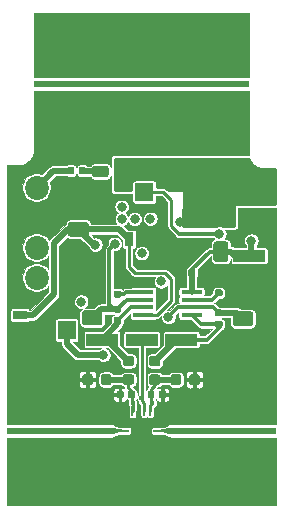
<source format=gbr>
%TF.GenerationSoftware,KiCad,Pcbnew,5.1.5-52549c5~84~ubuntu18.04.1*%
%TF.CreationDate,2020-02-12T17:28:15+01:00*%
%TF.ProjectId,HMC_RF_IPE,484d435f-5246-45f4-9950-452e6b696361,rev?*%
%TF.SameCoordinates,Original*%
%TF.FileFunction,Copper,L1,Top*%
%TF.FilePolarity,Positive*%
%FSLAX46Y46*%
G04 Gerber Fmt 4.6, Leading zero omitted, Abs format (unit mm)*
G04 Created by KiCad (PCBNEW 5.1.5-52549c5~84~ubuntu18.04.1) date 2020-02-12 17:28:15*
%MOMM*%
%LPD*%
G04 APERTURE LIST*
%TA.AperFunction,SMDPad,CuDef*%
%ADD10R,5.080000X2.410000*%
%TD*%
%TA.AperFunction,SMDPad,CuDef*%
%ADD11R,2.350000X0.508000*%
%TD*%
%TA.AperFunction,SMDPad,CuDef*%
%ADD12C,0.100000*%
%TD*%
%TA.AperFunction,SMDPad,CuDef*%
%ADD13R,1.725000X1.725000*%
%TD*%
%TA.AperFunction,SMDPad,CuDef*%
%ADD14R,0.240000X0.804800*%
%TD*%
%TA.AperFunction,SMDPad,CuDef*%
%ADD15R,0.804800X0.240000*%
%TD*%
%TA.AperFunction,SMDPad,CuDef*%
%ADD16R,0.787400X1.193800*%
%TD*%
%TA.AperFunction,SMDPad,CuDef*%
%ADD17R,1.574800X1.524000*%
%TD*%
%TA.AperFunction,SMDPad,CuDef*%
%ADD18R,1.193800X0.787400*%
%TD*%
%TA.AperFunction,SMDPad,CuDef*%
%ADD19R,1.524000X1.574800*%
%TD*%
%TA.AperFunction,Conductor*%
%ADD20R,0.200000X0.250000*%
%TD*%
%TA.AperFunction,Conductor*%
%ADD21C,0.100000*%
%TD*%
%TA.AperFunction,SMDPad,CuDef*%
%ADD22R,1.778000X0.431800*%
%TD*%
%TA.AperFunction,ComponentPad*%
%ADD23C,2.020000*%
%TD*%
%TA.AperFunction,SMDPad,CuDef*%
%ADD24R,2.670000X1.020000*%
%TD*%
%TA.AperFunction,ViaPad*%
%ADD25C,0.400000*%
%TD*%
%TA.AperFunction,ViaPad*%
%ADD26C,0.800000*%
%TD*%
%TA.AperFunction,Conductor*%
%ADD27C,0.510000*%
%TD*%
%TA.AperFunction,Conductor*%
%ADD28C,0.300000*%
%TD*%
%TA.AperFunction,Conductor*%
%ADD29C,0.250000*%
%TD*%
%TA.AperFunction,Conductor*%
%ADD30C,0.520000*%
%TD*%
%TA.AperFunction,Conductor*%
%ADD31C,0.025500*%
%TD*%
%TA.AperFunction,Conductor*%
%ADD32C,0.254000*%
%TD*%
G04 APERTURE END LIST*
D10*
%TO.P,J3,2*%
%TO.N,GND*%
X133543410Y-88053200D03*
X133543410Y-96693200D03*
D11*
%TO.P,J3,1*%
%TO.N,Net-(J3-Pad1)*%
X132178410Y-92373200D03*
%TD*%
D10*
%TO.P,J2,2*%
%TO.N,GND*%
X151263410Y-96693200D03*
X151263410Y-88053200D03*
D11*
%TO.P,J2,1*%
%TO.N,Net-(J2-Pad1)*%
X152628410Y-92373200D03*
%TD*%
%TA.AperFunction,SMDPad,CuDef*%
D12*
%TO.P,R14,2*%
%TO.N,Net-(C14-Pad1)*%
G36*
X141571101Y-87584253D02*
G01*
X141592336Y-87587403D01*
X141613160Y-87592619D01*
X141633372Y-87599851D01*
X141652778Y-87609030D01*
X141671191Y-87620066D01*
X141688434Y-87632854D01*
X141704340Y-87647270D01*
X141718756Y-87663176D01*
X141731544Y-87680419D01*
X141742580Y-87698832D01*
X141751759Y-87718238D01*
X141758991Y-87738450D01*
X141764207Y-87759274D01*
X141767357Y-87780509D01*
X141768410Y-87801950D01*
X141768410Y-88239450D01*
X141767357Y-88260891D01*
X141764207Y-88282126D01*
X141758991Y-88302950D01*
X141751759Y-88323162D01*
X141742580Y-88342568D01*
X141731544Y-88360981D01*
X141718756Y-88378224D01*
X141704340Y-88394130D01*
X141688434Y-88408546D01*
X141671191Y-88421334D01*
X141652778Y-88432370D01*
X141633372Y-88441549D01*
X141613160Y-88448781D01*
X141592336Y-88453997D01*
X141571101Y-88457147D01*
X141549660Y-88458200D01*
X141037160Y-88458200D01*
X141015719Y-88457147D01*
X140994484Y-88453997D01*
X140973660Y-88448781D01*
X140953448Y-88441549D01*
X140934042Y-88432370D01*
X140915629Y-88421334D01*
X140898386Y-88408546D01*
X140882480Y-88394130D01*
X140868064Y-88378224D01*
X140855276Y-88360981D01*
X140844240Y-88342568D01*
X140835061Y-88323162D01*
X140827829Y-88302950D01*
X140822613Y-88282126D01*
X140819463Y-88260891D01*
X140818410Y-88239450D01*
X140818410Y-87801950D01*
X140819463Y-87780509D01*
X140822613Y-87759274D01*
X140827829Y-87738450D01*
X140835061Y-87718238D01*
X140844240Y-87698832D01*
X140855276Y-87680419D01*
X140868064Y-87663176D01*
X140882480Y-87647270D01*
X140898386Y-87632854D01*
X140915629Y-87620066D01*
X140934042Y-87609030D01*
X140953448Y-87599851D01*
X140973660Y-87592619D01*
X140994484Y-87587403D01*
X141015719Y-87584253D01*
X141037160Y-87583200D01*
X141549660Y-87583200D01*
X141571101Y-87584253D01*
G37*
%TD.AperFunction*%
%TA.AperFunction,SMDPad,CuDef*%
%TO.P,R14,1*%
%TO.N,/Control/V1*%
G36*
X141571101Y-86009253D02*
G01*
X141592336Y-86012403D01*
X141613160Y-86017619D01*
X141633372Y-86024851D01*
X141652778Y-86034030D01*
X141671191Y-86045066D01*
X141688434Y-86057854D01*
X141704340Y-86072270D01*
X141718756Y-86088176D01*
X141731544Y-86105419D01*
X141742580Y-86123832D01*
X141751759Y-86143238D01*
X141758991Y-86163450D01*
X141764207Y-86184274D01*
X141767357Y-86205509D01*
X141768410Y-86226950D01*
X141768410Y-86664450D01*
X141767357Y-86685891D01*
X141764207Y-86707126D01*
X141758991Y-86727950D01*
X141751759Y-86748162D01*
X141742580Y-86767568D01*
X141731544Y-86785981D01*
X141718756Y-86803224D01*
X141704340Y-86819130D01*
X141688434Y-86833546D01*
X141671191Y-86846334D01*
X141652778Y-86857370D01*
X141633372Y-86866549D01*
X141613160Y-86873781D01*
X141592336Y-86878997D01*
X141571101Y-86882147D01*
X141549660Y-86883200D01*
X141037160Y-86883200D01*
X141015719Y-86882147D01*
X140994484Y-86878997D01*
X140973660Y-86873781D01*
X140953448Y-86866549D01*
X140934042Y-86857370D01*
X140915629Y-86846334D01*
X140898386Y-86833546D01*
X140882480Y-86819130D01*
X140868064Y-86803224D01*
X140855276Y-86785981D01*
X140844240Y-86767568D01*
X140835061Y-86748162D01*
X140827829Y-86727950D01*
X140822613Y-86707126D01*
X140819463Y-86685891D01*
X140818410Y-86664450D01*
X140818410Y-86226950D01*
X140819463Y-86205509D01*
X140822613Y-86184274D01*
X140827829Y-86163450D01*
X140835061Y-86143238D01*
X140844240Y-86123832D01*
X140855276Y-86105419D01*
X140868064Y-86088176D01*
X140882480Y-86072270D01*
X140898386Y-86057854D01*
X140915629Y-86045066D01*
X140934042Y-86034030D01*
X140953448Y-86024851D01*
X140973660Y-86017619D01*
X140994484Y-86012403D01*
X141015719Y-86009253D01*
X141037160Y-86008200D01*
X141549660Y-86008200D01*
X141571101Y-86009253D01*
G37*
%TD.AperFunction*%
%TD*%
%TA.AperFunction,SMDPad,CuDef*%
%TO.P,R15,2*%
%TO.N,Net-(C17-Pad1)*%
G36*
X143801101Y-87594253D02*
G01*
X143822336Y-87597403D01*
X143843160Y-87602619D01*
X143863372Y-87609851D01*
X143882778Y-87619030D01*
X143901191Y-87630066D01*
X143918434Y-87642854D01*
X143934340Y-87657270D01*
X143948756Y-87673176D01*
X143961544Y-87690419D01*
X143972580Y-87708832D01*
X143981759Y-87728238D01*
X143988991Y-87748450D01*
X143994207Y-87769274D01*
X143997357Y-87790509D01*
X143998410Y-87811950D01*
X143998410Y-88249450D01*
X143997357Y-88270891D01*
X143994207Y-88292126D01*
X143988991Y-88312950D01*
X143981759Y-88333162D01*
X143972580Y-88352568D01*
X143961544Y-88370981D01*
X143948756Y-88388224D01*
X143934340Y-88404130D01*
X143918434Y-88418546D01*
X143901191Y-88431334D01*
X143882778Y-88442370D01*
X143863372Y-88451549D01*
X143843160Y-88458781D01*
X143822336Y-88463997D01*
X143801101Y-88467147D01*
X143779660Y-88468200D01*
X143267160Y-88468200D01*
X143245719Y-88467147D01*
X143224484Y-88463997D01*
X143203660Y-88458781D01*
X143183448Y-88451549D01*
X143164042Y-88442370D01*
X143145629Y-88431334D01*
X143128386Y-88418546D01*
X143112480Y-88404130D01*
X143098064Y-88388224D01*
X143085276Y-88370981D01*
X143074240Y-88352568D01*
X143065061Y-88333162D01*
X143057829Y-88312950D01*
X143052613Y-88292126D01*
X143049463Y-88270891D01*
X143048410Y-88249450D01*
X143048410Y-87811950D01*
X143049463Y-87790509D01*
X143052613Y-87769274D01*
X143057829Y-87748450D01*
X143065061Y-87728238D01*
X143074240Y-87708832D01*
X143085276Y-87690419D01*
X143098064Y-87673176D01*
X143112480Y-87657270D01*
X143128386Y-87642854D01*
X143145629Y-87630066D01*
X143164042Y-87619030D01*
X143183448Y-87609851D01*
X143203660Y-87602619D01*
X143224484Y-87597403D01*
X143245719Y-87594253D01*
X143267160Y-87593200D01*
X143779660Y-87593200D01*
X143801101Y-87594253D01*
G37*
%TD.AperFunction*%
%TA.AperFunction,SMDPad,CuDef*%
%TO.P,R15,1*%
%TO.N,/Control/V2*%
G36*
X143801101Y-86019253D02*
G01*
X143822336Y-86022403D01*
X143843160Y-86027619D01*
X143863372Y-86034851D01*
X143882778Y-86044030D01*
X143901191Y-86055066D01*
X143918434Y-86067854D01*
X143934340Y-86082270D01*
X143948756Y-86098176D01*
X143961544Y-86115419D01*
X143972580Y-86133832D01*
X143981759Y-86153238D01*
X143988991Y-86173450D01*
X143994207Y-86194274D01*
X143997357Y-86215509D01*
X143998410Y-86236950D01*
X143998410Y-86674450D01*
X143997357Y-86695891D01*
X143994207Y-86717126D01*
X143988991Y-86737950D01*
X143981759Y-86758162D01*
X143972580Y-86777568D01*
X143961544Y-86795981D01*
X143948756Y-86813224D01*
X143934340Y-86829130D01*
X143918434Y-86843546D01*
X143901191Y-86856334D01*
X143882778Y-86867370D01*
X143863372Y-86876549D01*
X143843160Y-86883781D01*
X143822336Y-86888997D01*
X143801101Y-86892147D01*
X143779660Y-86893200D01*
X143267160Y-86893200D01*
X143245719Y-86892147D01*
X143224484Y-86888997D01*
X143203660Y-86883781D01*
X143183448Y-86876549D01*
X143164042Y-86867370D01*
X143145629Y-86856334D01*
X143128386Y-86843546D01*
X143112480Y-86829130D01*
X143098064Y-86813224D01*
X143085276Y-86795981D01*
X143074240Y-86777568D01*
X143065061Y-86758162D01*
X143057829Y-86737950D01*
X143052613Y-86717126D01*
X143049463Y-86695891D01*
X143048410Y-86674450D01*
X143048410Y-86236950D01*
X143049463Y-86215509D01*
X143052613Y-86194274D01*
X143057829Y-86173450D01*
X143065061Y-86153238D01*
X143074240Y-86133832D01*
X143085276Y-86115419D01*
X143098064Y-86098176D01*
X143112480Y-86082270D01*
X143128386Y-86067854D01*
X143145629Y-86055066D01*
X143164042Y-86044030D01*
X143183448Y-86034851D01*
X143203660Y-86027619D01*
X143224484Y-86022403D01*
X143245719Y-86019253D01*
X143267160Y-86018200D01*
X143779660Y-86018200D01*
X143801101Y-86019253D01*
G37*
%TD.AperFunction*%
%TD*%
D13*
%TO.P,U4,17*%
%TO.N,GND*%
X142387410Y-92123200D03*
D14*
%TO.P,U4,16*%
X143137411Y-93575600D03*
%TO.P,U4,15*%
X142637410Y-93575600D03*
%TO.P,U4,14*%
X142137410Y-93575600D03*
%TO.P,U4,13*%
X141637409Y-93575600D03*
D15*
%TO.P,U4,12*%
X140935010Y-92873201D03*
%TO.P,U4,11*%
%TO.N,Net-(J3-Pad1)*%
X140935010Y-92373200D03*
%TO.P,U4,10*%
%TO.N,GND*%
X140935010Y-91873200D03*
%TO.P,U4,9*%
X140935010Y-91373199D03*
D14*
%TO.P,U4,8*%
%TO.N,Net-(C14-Pad1)*%
X141637409Y-90670800D03*
%TO.P,U4,7*%
%TO.N,GND*%
X142137410Y-90670800D03*
%TO.P,U4,6*%
%TO.N,/Control/I*%
X142637410Y-90670800D03*
%TO.P,U4,5*%
%TO.N,Net-(C17-Pad1)*%
X143137411Y-90670800D03*
D15*
%TO.P,U4,4*%
%TO.N,GND*%
X143839810Y-91373199D03*
%TO.P,U4,3*%
X143839810Y-91873200D03*
%TO.P,U4,2*%
%TO.N,Net-(J2-Pad1)*%
X143839810Y-92373200D03*
%TO.P,U4,1*%
%TO.N,GND*%
X143839810Y-92873201D03*
%TD*%
D16*
%TO.P,RV1,3*%
%TO.N,GND*%
X143911410Y-76193200D03*
D17*
%TO.P,RV1,2*%
%TO.N,Net-(R3-Pad2)*%
X142641410Y-72180000D03*
D16*
%TO.P,RV1,1*%
%TO.N,Net-(C10-Pad1)*%
X141371410Y-76142400D03*
%TD*%
D18*
%TO.P,RV2,3*%
%TO.N,GND*%
X132066410Y-85118200D03*
D19*
%TO.P,RV2,2*%
%TO.N,Net-(R2-Pad2)*%
X136079610Y-83848200D03*
D18*
%TO.P,RV2,1*%
%TO.N,Net-(C10-Pad1)*%
X132117210Y-82578200D03*
%TD*%
D20*
%TO.N,Net-(J3-Pad1)*%
%TO.C,uT4*%
X140623410Y-92373200D03*
%TA.AperFunction,Conductor*%
D21*
G36*
X140523410Y-92248200D02*
G01*
X140723410Y-92248200D01*
X140723410Y-92498200D01*
X140523410Y-92498200D01*
X140023410Y-92628200D01*
X139523410Y-92628200D01*
X139523410Y-92118200D01*
X140023410Y-92118200D01*
X140523410Y-92248200D01*
G37*
%TD.AperFunction*%
%TD*%
D20*
%TO.N,Net-(J2-Pad1)*%
%TO.C,uT3*%
X144143410Y-92373200D03*
%TA.AperFunction,Conductor*%
D21*
G36*
X144243410Y-92498200D02*
G01*
X144043410Y-92498200D01*
X144043410Y-92248200D01*
X144243410Y-92248200D01*
X144743410Y-92118200D01*
X145243410Y-92118200D01*
X145243410Y-92628200D01*
X144743410Y-92628200D01*
X144243410Y-92498200D01*
G37*
%TD.AperFunction*%
%TD*%
%TA.AperFunction,SMDPad,CuDef*%
D12*
%TO.P,R16,2*%
%TO.N,GNDS*%
G36*
X151501101Y-72199253D02*
G01*
X151522336Y-72202403D01*
X151543160Y-72207619D01*
X151563372Y-72214851D01*
X151582778Y-72224030D01*
X151601191Y-72235066D01*
X151618434Y-72247854D01*
X151634340Y-72262270D01*
X151648756Y-72278176D01*
X151661544Y-72295419D01*
X151672580Y-72313832D01*
X151681759Y-72333238D01*
X151688991Y-72353450D01*
X151694207Y-72374274D01*
X151697357Y-72395509D01*
X151698410Y-72416950D01*
X151698410Y-72854450D01*
X151697357Y-72875891D01*
X151694207Y-72897126D01*
X151688991Y-72917950D01*
X151681759Y-72938162D01*
X151672580Y-72957568D01*
X151661544Y-72975981D01*
X151648756Y-72993224D01*
X151634340Y-73009130D01*
X151618434Y-73023546D01*
X151601191Y-73036334D01*
X151582778Y-73047370D01*
X151563372Y-73056549D01*
X151543160Y-73063781D01*
X151522336Y-73068997D01*
X151501101Y-73072147D01*
X151479660Y-73073200D01*
X150967160Y-73073200D01*
X150945719Y-73072147D01*
X150924484Y-73068997D01*
X150903660Y-73063781D01*
X150883448Y-73056549D01*
X150864042Y-73047370D01*
X150845629Y-73036334D01*
X150828386Y-73023546D01*
X150812480Y-73009130D01*
X150798064Y-72993224D01*
X150785276Y-72975981D01*
X150774240Y-72957568D01*
X150765061Y-72938162D01*
X150757829Y-72917950D01*
X150752613Y-72897126D01*
X150749463Y-72875891D01*
X150748410Y-72854450D01*
X150748410Y-72416950D01*
X150749463Y-72395509D01*
X150752613Y-72374274D01*
X150757829Y-72353450D01*
X150765061Y-72333238D01*
X150774240Y-72313832D01*
X150785276Y-72295419D01*
X150798064Y-72278176D01*
X150812480Y-72262270D01*
X150828386Y-72247854D01*
X150845629Y-72235066D01*
X150864042Y-72224030D01*
X150883448Y-72214851D01*
X150903660Y-72207619D01*
X150924484Y-72202403D01*
X150945719Y-72199253D01*
X150967160Y-72198200D01*
X151479660Y-72198200D01*
X151501101Y-72199253D01*
G37*
%TD.AperFunction*%
%TA.AperFunction,SMDPad,CuDef*%
%TO.P,R16,1*%
%TO.N,GND*%
G36*
X151501101Y-73774253D02*
G01*
X151522336Y-73777403D01*
X151543160Y-73782619D01*
X151563372Y-73789851D01*
X151582778Y-73799030D01*
X151601191Y-73810066D01*
X151618434Y-73822854D01*
X151634340Y-73837270D01*
X151648756Y-73853176D01*
X151661544Y-73870419D01*
X151672580Y-73888832D01*
X151681759Y-73908238D01*
X151688991Y-73928450D01*
X151694207Y-73949274D01*
X151697357Y-73970509D01*
X151698410Y-73991950D01*
X151698410Y-74429450D01*
X151697357Y-74450891D01*
X151694207Y-74472126D01*
X151688991Y-74492950D01*
X151681759Y-74513162D01*
X151672580Y-74532568D01*
X151661544Y-74550981D01*
X151648756Y-74568224D01*
X151634340Y-74584130D01*
X151618434Y-74598546D01*
X151601191Y-74611334D01*
X151582778Y-74622370D01*
X151563372Y-74631549D01*
X151543160Y-74638781D01*
X151522336Y-74643997D01*
X151501101Y-74647147D01*
X151479660Y-74648200D01*
X150967160Y-74648200D01*
X150945719Y-74647147D01*
X150924484Y-74643997D01*
X150903660Y-74638781D01*
X150883448Y-74631549D01*
X150864042Y-74622370D01*
X150845629Y-74611334D01*
X150828386Y-74598546D01*
X150812480Y-74584130D01*
X150798064Y-74568224D01*
X150785276Y-74550981D01*
X150774240Y-74532568D01*
X150765061Y-74513162D01*
X150757829Y-74492950D01*
X150752613Y-74472126D01*
X150749463Y-74450891D01*
X150748410Y-74429450D01*
X150748410Y-73991950D01*
X150749463Y-73970509D01*
X150752613Y-73949274D01*
X150757829Y-73928450D01*
X150765061Y-73908238D01*
X150774240Y-73888832D01*
X150785276Y-73870419D01*
X150798064Y-73853176D01*
X150812480Y-73837270D01*
X150828386Y-73822854D01*
X150845629Y-73810066D01*
X150864042Y-73799030D01*
X150883448Y-73789851D01*
X150903660Y-73782619D01*
X150924484Y-73777403D01*
X150945719Y-73774253D01*
X150967160Y-73773200D01*
X151479660Y-73773200D01*
X151501101Y-73774253D01*
G37*
%TD.AperFunction*%
%TD*%
D22*
%TO.P,U2,8*%
%TO.N,Net-(C10-Pad1)*%
X142548710Y-82568199D03*
%TO.P,U2,7*%
%TO.N,/Control/V1*%
X142548710Y-81918201D03*
%TO.P,U2,6*%
%TO.N,Net-(C13-Pad1)*%
X142548710Y-81268199D03*
%TO.P,U2,5*%
%TO.N,Net-(R7-Pad1)*%
X142548710Y-80618201D03*
%TO.P,U2,4*%
%TO.N,VSS*%
X146638110Y-80618201D03*
%TO.P,U2,3*%
%TO.N,Net-(R5-Pad1)*%
X146638110Y-81268199D03*
%TO.P,U2,2*%
%TO.N,Net-(C11-Pad1)*%
X146638110Y-81918201D03*
%TO.P,U2,1*%
%TO.N,/Control/V2*%
X146638110Y-82568199D03*
%TD*%
%TA.AperFunction,SMDPad,CuDef*%
D12*
%TO.P,C10,2*%
%TO.N,GND*%
G36*
X137702914Y-77477404D02*
G01*
X137727183Y-77481004D01*
X137750981Y-77486965D01*
X137774081Y-77495230D01*
X137796259Y-77505720D01*
X137817303Y-77518333D01*
X137837008Y-77532947D01*
X137855187Y-77549423D01*
X137871663Y-77567602D01*
X137886277Y-77587307D01*
X137898890Y-77608351D01*
X137909380Y-77630529D01*
X137917645Y-77653629D01*
X137923606Y-77677427D01*
X137927206Y-77701696D01*
X137928410Y-77726200D01*
X137928410Y-78476200D01*
X137927206Y-78500704D01*
X137923606Y-78524973D01*
X137917645Y-78548771D01*
X137909380Y-78571871D01*
X137898890Y-78594049D01*
X137886277Y-78615093D01*
X137871663Y-78634798D01*
X137855187Y-78652977D01*
X137837008Y-78669453D01*
X137817303Y-78684067D01*
X137796259Y-78696680D01*
X137774081Y-78707170D01*
X137750981Y-78715435D01*
X137727183Y-78721396D01*
X137702914Y-78724996D01*
X137678410Y-78726200D01*
X136428410Y-78726200D01*
X136403906Y-78724996D01*
X136379637Y-78721396D01*
X136355839Y-78715435D01*
X136332739Y-78707170D01*
X136310561Y-78696680D01*
X136289517Y-78684067D01*
X136269812Y-78669453D01*
X136251633Y-78652977D01*
X136235157Y-78634798D01*
X136220543Y-78615093D01*
X136207930Y-78594049D01*
X136197440Y-78571871D01*
X136189175Y-78548771D01*
X136183214Y-78524973D01*
X136179614Y-78500704D01*
X136178410Y-78476200D01*
X136178410Y-77726200D01*
X136179614Y-77701696D01*
X136183214Y-77677427D01*
X136189175Y-77653629D01*
X136197440Y-77630529D01*
X136207930Y-77608351D01*
X136220543Y-77587307D01*
X136235157Y-77567602D01*
X136251633Y-77549423D01*
X136269812Y-77532947D01*
X136289517Y-77518333D01*
X136310561Y-77505720D01*
X136332739Y-77495230D01*
X136355839Y-77486965D01*
X136379637Y-77481004D01*
X136403906Y-77477404D01*
X136428410Y-77476200D01*
X137678410Y-77476200D01*
X137702914Y-77477404D01*
G37*
%TD.AperFunction*%
%TA.AperFunction,SMDPad,CuDef*%
%TO.P,C10,1*%
%TO.N,Net-(C10-Pad1)*%
G36*
X137702914Y-74677404D02*
G01*
X137727183Y-74681004D01*
X137750981Y-74686965D01*
X137774081Y-74695230D01*
X137796259Y-74705720D01*
X137817303Y-74718333D01*
X137837008Y-74732947D01*
X137855187Y-74749423D01*
X137871663Y-74767602D01*
X137886277Y-74787307D01*
X137898890Y-74808351D01*
X137909380Y-74830529D01*
X137917645Y-74853629D01*
X137923606Y-74877427D01*
X137927206Y-74901696D01*
X137928410Y-74926200D01*
X137928410Y-75676200D01*
X137927206Y-75700704D01*
X137923606Y-75724973D01*
X137917645Y-75748771D01*
X137909380Y-75771871D01*
X137898890Y-75794049D01*
X137886277Y-75815093D01*
X137871663Y-75834798D01*
X137855187Y-75852977D01*
X137837008Y-75869453D01*
X137817303Y-75884067D01*
X137796259Y-75896680D01*
X137774081Y-75907170D01*
X137750981Y-75915435D01*
X137727183Y-75921396D01*
X137702914Y-75924996D01*
X137678410Y-75926200D01*
X136428410Y-75926200D01*
X136403906Y-75924996D01*
X136379637Y-75921396D01*
X136355839Y-75915435D01*
X136332739Y-75907170D01*
X136310561Y-75896680D01*
X136289517Y-75884067D01*
X136269812Y-75869453D01*
X136251633Y-75852977D01*
X136235157Y-75834798D01*
X136220543Y-75815093D01*
X136207930Y-75794049D01*
X136197440Y-75771871D01*
X136189175Y-75748771D01*
X136183214Y-75724973D01*
X136179614Y-75700704D01*
X136178410Y-75676200D01*
X136178410Y-74926200D01*
X136179614Y-74901696D01*
X136183214Y-74877427D01*
X136189175Y-74853629D01*
X136197440Y-74830529D01*
X136207930Y-74808351D01*
X136220543Y-74787307D01*
X136235157Y-74767602D01*
X136251633Y-74749423D01*
X136269812Y-74732947D01*
X136289517Y-74718333D01*
X136310561Y-74705720D01*
X136332739Y-74695230D01*
X136355839Y-74686965D01*
X136379637Y-74681004D01*
X136403906Y-74677404D01*
X136428410Y-74676200D01*
X137678410Y-74676200D01*
X137702914Y-74677404D01*
G37*
%TD.AperFunction*%
%TD*%
%TA.AperFunction,SMDPad,CuDef*%
%TO.P,L7,2*%
%TO.N,GND*%
G36*
X153071101Y-73774253D02*
G01*
X153092336Y-73777403D01*
X153113160Y-73782619D01*
X153133372Y-73789851D01*
X153152778Y-73799030D01*
X153171191Y-73810066D01*
X153188434Y-73822854D01*
X153204340Y-73837270D01*
X153218756Y-73853176D01*
X153231544Y-73870419D01*
X153242580Y-73888832D01*
X153251759Y-73908238D01*
X153258991Y-73928450D01*
X153264207Y-73949274D01*
X153267357Y-73970509D01*
X153268410Y-73991950D01*
X153268410Y-74429450D01*
X153267357Y-74450891D01*
X153264207Y-74472126D01*
X153258991Y-74492950D01*
X153251759Y-74513162D01*
X153242580Y-74532568D01*
X153231544Y-74550981D01*
X153218756Y-74568224D01*
X153204340Y-74584130D01*
X153188434Y-74598546D01*
X153171191Y-74611334D01*
X153152778Y-74622370D01*
X153133372Y-74631549D01*
X153113160Y-74638781D01*
X153092336Y-74643997D01*
X153071101Y-74647147D01*
X153049660Y-74648200D01*
X152537160Y-74648200D01*
X152515719Y-74647147D01*
X152494484Y-74643997D01*
X152473660Y-74638781D01*
X152453448Y-74631549D01*
X152434042Y-74622370D01*
X152415629Y-74611334D01*
X152398386Y-74598546D01*
X152382480Y-74584130D01*
X152368064Y-74568224D01*
X152355276Y-74550981D01*
X152344240Y-74532568D01*
X152335061Y-74513162D01*
X152327829Y-74492950D01*
X152322613Y-74472126D01*
X152319463Y-74450891D01*
X152318410Y-74429450D01*
X152318410Y-73991950D01*
X152319463Y-73970509D01*
X152322613Y-73949274D01*
X152327829Y-73928450D01*
X152335061Y-73908238D01*
X152344240Y-73888832D01*
X152355276Y-73870419D01*
X152368064Y-73853176D01*
X152382480Y-73837270D01*
X152398386Y-73822854D01*
X152415629Y-73810066D01*
X152434042Y-73799030D01*
X152453448Y-73789851D01*
X152473660Y-73782619D01*
X152494484Y-73777403D01*
X152515719Y-73774253D01*
X152537160Y-73773200D01*
X153049660Y-73773200D01*
X153071101Y-73774253D01*
G37*
%TD.AperFunction*%
%TA.AperFunction,SMDPad,CuDef*%
%TO.P,L7,1*%
%TO.N,GNDS*%
G36*
X153071101Y-72199253D02*
G01*
X153092336Y-72202403D01*
X153113160Y-72207619D01*
X153133372Y-72214851D01*
X153152778Y-72224030D01*
X153171191Y-72235066D01*
X153188434Y-72247854D01*
X153204340Y-72262270D01*
X153218756Y-72278176D01*
X153231544Y-72295419D01*
X153242580Y-72313832D01*
X153251759Y-72333238D01*
X153258991Y-72353450D01*
X153264207Y-72374274D01*
X153267357Y-72395509D01*
X153268410Y-72416950D01*
X153268410Y-72854450D01*
X153267357Y-72875891D01*
X153264207Y-72897126D01*
X153258991Y-72917950D01*
X153251759Y-72938162D01*
X153242580Y-72957568D01*
X153231544Y-72975981D01*
X153218756Y-72993224D01*
X153204340Y-73009130D01*
X153188434Y-73023546D01*
X153171191Y-73036334D01*
X153152778Y-73047370D01*
X153133372Y-73056549D01*
X153113160Y-73063781D01*
X153092336Y-73068997D01*
X153071101Y-73072147D01*
X153049660Y-73073200D01*
X152537160Y-73073200D01*
X152515719Y-73072147D01*
X152494484Y-73068997D01*
X152473660Y-73063781D01*
X152453448Y-73056549D01*
X152434042Y-73047370D01*
X152415629Y-73036334D01*
X152398386Y-73023546D01*
X152382480Y-73009130D01*
X152368064Y-72993224D01*
X152355276Y-72975981D01*
X152344240Y-72957568D01*
X152335061Y-72938162D01*
X152327829Y-72917950D01*
X152322613Y-72897126D01*
X152319463Y-72875891D01*
X152318410Y-72854450D01*
X152318410Y-72416950D01*
X152319463Y-72395509D01*
X152322613Y-72374274D01*
X152327829Y-72353450D01*
X152335061Y-72333238D01*
X152344240Y-72313832D01*
X152355276Y-72295419D01*
X152368064Y-72278176D01*
X152382480Y-72262270D01*
X152398386Y-72247854D01*
X152415629Y-72235066D01*
X152434042Y-72224030D01*
X152453448Y-72214851D01*
X152473660Y-72207619D01*
X152494484Y-72202403D01*
X152515719Y-72199253D01*
X152537160Y-72198200D01*
X153049660Y-72198200D01*
X153071101Y-72199253D01*
G37*
%TD.AperFunction*%
%TD*%
%TA.AperFunction,SMDPad,CuDef*%
%TO.P,C21,2*%
%TO.N,GND*%
G36*
X147795368Y-78678910D02*
G01*
X147809686Y-78681034D01*
X147823727Y-78684551D01*
X147837356Y-78689428D01*
X147850441Y-78695617D01*
X147862857Y-78703058D01*
X147874483Y-78711681D01*
X147885208Y-78721402D01*
X147894929Y-78732127D01*
X147903552Y-78743753D01*
X147910993Y-78756169D01*
X147917182Y-78769254D01*
X147922059Y-78782883D01*
X147925576Y-78796924D01*
X147927700Y-78811242D01*
X147928410Y-78825700D01*
X147928410Y-79170700D01*
X147927700Y-79185158D01*
X147925576Y-79199476D01*
X147922059Y-79213517D01*
X147917182Y-79227146D01*
X147910993Y-79240231D01*
X147903552Y-79252647D01*
X147894929Y-79264273D01*
X147885208Y-79274998D01*
X147874483Y-79284719D01*
X147862857Y-79293342D01*
X147850441Y-79300783D01*
X147837356Y-79306972D01*
X147823727Y-79311849D01*
X147809686Y-79315366D01*
X147795368Y-79317490D01*
X147780910Y-79318200D01*
X147485910Y-79318200D01*
X147471452Y-79317490D01*
X147457134Y-79315366D01*
X147443093Y-79311849D01*
X147429464Y-79306972D01*
X147416379Y-79300783D01*
X147403963Y-79293342D01*
X147392337Y-79284719D01*
X147381612Y-79274998D01*
X147371891Y-79264273D01*
X147363268Y-79252647D01*
X147355827Y-79240231D01*
X147349638Y-79227146D01*
X147344761Y-79213517D01*
X147341244Y-79199476D01*
X147339120Y-79185158D01*
X147338410Y-79170700D01*
X147338410Y-78825700D01*
X147339120Y-78811242D01*
X147341244Y-78796924D01*
X147344761Y-78782883D01*
X147349638Y-78769254D01*
X147355827Y-78756169D01*
X147363268Y-78743753D01*
X147371891Y-78732127D01*
X147381612Y-78721402D01*
X147392337Y-78711681D01*
X147403963Y-78703058D01*
X147416379Y-78695617D01*
X147429464Y-78689428D01*
X147443093Y-78684551D01*
X147457134Y-78681034D01*
X147471452Y-78678910D01*
X147485910Y-78678200D01*
X147780910Y-78678200D01*
X147795368Y-78678910D01*
G37*
%TD.AperFunction*%
%TA.AperFunction,SMDPad,CuDef*%
%TO.P,C21,1*%
%TO.N,VSS*%
G36*
X146825368Y-78678910D02*
G01*
X146839686Y-78681034D01*
X146853727Y-78684551D01*
X146867356Y-78689428D01*
X146880441Y-78695617D01*
X146892857Y-78703058D01*
X146904483Y-78711681D01*
X146915208Y-78721402D01*
X146924929Y-78732127D01*
X146933552Y-78743753D01*
X146940993Y-78756169D01*
X146947182Y-78769254D01*
X146952059Y-78782883D01*
X146955576Y-78796924D01*
X146957700Y-78811242D01*
X146958410Y-78825700D01*
X146958410Y-79170700D01*
X146957700Y-79185158D01*
X146955576Y-79199476D01*
X146952059Y-79213517D01*
X146947182Y-79227146D01*
X146940993Y-79240231D01*
X146933552Y-79252647D01*
X146924929Y-79264273D01*
X146915208Y-79274998D01*
X146904483Y-79284719D01*
X146892857Y-79293342D01*
X146880441Y-79300783D01*
X146867356Y-79306972D01*
X146853727Y-79311849D01*
X146839686Y-79315366D01*
X146825368Y-79317490D01*
X146810910Y-79318200D01*
X146515910Y-79318200D01*
X146501452Y-79317490D01*
X146487134Y-79315366D01*
X146473093Y-79311849D01*
X146459464Y-79306972D01*
X146446379Y-79300783D01*
X146433963Y-79293342D01*
X146422337Y-79284719D01*
X146411612Y-79274998D01*
X146401891Y-79264273D01*
X146393268Y-79252647D01*
X146385827Y-79240231D01*
X146379638Y-79227146D01*
X146374761Y-79213517D01*
X146371244Y-79199476D01*
X146369120Y-79185158D01*
X146368410Y-79170700D01*
X146368410Y-78825700D01*
X146369120Y-78811242D01*
X146371244Y-78796924D01*
X146374761Y-78782883D01*
X146379638Y-78769254D01*
X146385827Y-78756169D01*
X146393268Y-78743753D01*
X146401891Y-78732127D01*
X146411612Y-78721402D01*
X146422337Y-78711681D01*
X146433963Y-78703058D01*
X146446379Y-78695617D01*
X146459464Y-78689428D01*
X146473093Y-78684551D01*
X146487134Y-78681034D01*
X146501452Y-78678910D01*
X146515910Y-78678200D01*
X146810910Y-78678200D01*
X146825368Y-78678910D01*
G37*
%TD.AperFunction*%
%TD*%
%TA.AperFunction,SMDPad,CuDef*%
%TO.P,C18,2*%
%TO.N,GND*%
G36*
X147131101Y-87569253D02*
G01*
X147152336Y-87572403D01*
X147173160Y-87577619D01*
X147193372Y-87584851D01*
X147212778Y-87594030D01*
X147231191Y-87605066D01*
X147248434Y-87617854D01*
X147264340Y-87632270D01*
X147278756Y-87648176D01*
X147291544Y-87665419D01*
X147302580Y-87683832D01*
X147311759Y-87703238D01*
X147318991Y-87723450D01*
X147324207Y-87744274D01*
X147327357Y-87765509D01*
X147328410Y-87786950D01*
X147328410Y-88299450D01*
X147327357Y-88320891D01*
X147324207Y-88342126D01*
X147318991Y-88362950D01*
X147311759Y-88383162D01*
X147302580Y-88402568D01*
X147291544Y-88420981D01*
X147278756Y-88438224D01*
X147264340Y-88454130D01*
X147248434Y-88468546D01*
X147231191Y-88481334D01*
X147212778Y-88492370D01*
X147193372Y-88501549D01*
X147173160Y-88508781D01*
X147152336Y-88513997D01*
X147131101Y-88517147D01*
X147109660Y-88518200D01*
X146672160Y-88518200D01*
X146650719Y-88517147D01*
X146629484Y-88513997D01*
X146608660Y-88508781D01*
X146588448Y-88501549D01*
X146569042Y-88492370D01*
X146550629Y-88481334D01*
X146533386Y-88468546D01*
X146517480Y-88454130D01*
X146503064Y-88438224D01*
X146490276Y-88420981D01*
X146479240Y-88402568D01*
X146470061Y-88383162D01*
X146462829Y-88362950D01*
X146457613Y-88342126D01*
X146454463Y-88320891D01*
X146453410Y-88299450D01*
X146453410Y-87786950D01*
X146454463Y-87765509D01*
X146457613Y-87744274D01*
X146462829Y-87723450D01*
X146470061Y-87703238D01*
X146479240Y-87683832D01*
X146490276Y-87665419D01*
X146503064Y-87648176D01*
X146517480Y-87632270D01*
X146533386Y-87617854D01*
X146550629Y-87605066D01*
X146569042Y-87594030D01*
X146588448Y-87584851D01*
X146608660Y-87577619D01*
X146629484Y-87572403D01*
X146650719Y-87569253D01*
X146672160Y-87568200D01*
X147109660Y-87568200D01*
X147131101Y-87569253D01*
G37*
%TD.AperFunction*%
%TA.AperFunction,SMDPad,CuDef*%
%TO.P,C18,1*%
%TO.N,Net-(C17-Pad1)*%
G36*
X145556101Y-87569253D02*
G01*
X145577336Y-87572403D01*
X145598160Y-87577619D01*
X145618372Y-87584851D01*
X145637778Y-87594030D01*
X145656191Y-87605066D01*
X145673434Y-87617854D01*
X145689340Y-87632270D01*
X145703756Y-87648176D01*
X145716544Y-87665419D01*
X145727580Y-87683832D01*
X145736759Y-87703238D01*
X145743991Y-87723450D01*
X145749207Y-87744274D01*
X145752357Y-87765509D01*
X145753410Y-87786950D01*
X145753410Y-88299450D01*
X145752357Y-88320891D01*
X145749207Y-88342126D01*
X145743991Y-88362950D01*
X145736759Y-88383162D01*
X145727580Y-88402568D01*
X145716544Y-88420981D01*
X145703756Y-88438224D01*
X145689340Y-88454130D01*
X145673434Y-88468546D01*
X145656191Y-88481334D01*
X145637778Y-88492370D01*
X145618372Y-88501549D01*
X145598160Y-88508781D01*
X145577336Y-88513997D01*
X145556101Y-88517147D01*
X145534660Y-88518200D01*
X145097160Y-88518200D01*
X145075719Y-88517147D01*
X145054484Y-88513997D01*
X145033660Y-88508781D01*
X145013448Y-88501549D01*
X144994042Y-88492370D01*
X144975629Y-88481334D01*
X144958386Y-88468546D01*
X144942480Y-88454130D01*
X144928064Y-88438224D01*
X144915276Y-88420981D01*
X144904240Y-88402568D01*
X144895061Y-88383162D01*
X144887829Y-88362950D01*
X144882613Y-88342126D01*
X144879463Y-88320891D01*
X144878410Y-88299450D01*
X144878410Y-87786950D01*
X144879463Y-87765509D01*
X144882613Y-87744274D01*
X144887829Y-87723450D01*
X144895061Y-87703238D01*
X144904240Y-87683832D01*
X144915276Y-87665419D01*
X144928064Y-87648176D01*
X144942480Y-87632270D01*
X144958386Y-87617854D01*
X144975629Y-87605066D01*
X144994042Y-87594030D01*
X145013448Y-87584851D01*
X145033660Y-87577619D01*
X145054484Y-87572403D01*
X145075719Y-87569253D01*
X145097160Y-87568200D01*
X145534660Y-87568200D01*
X145556101Y-87569253D01*
G37*
%TD.AperFunction*%
%TD*%
%TA.AperFunction,SMDPad,CuDef*%
%TO.P,C15,2*%
%TO.N,GND*%
G36*
X138078601Y-87559253D02*
G01*
X138099836Y-87562403D01*
X138120660Y-87567619D01*
X138140872Y-87574851D01*
X138160278Y-87584030D01*
X138178691Y-87595066D01*
X138195934Y-87607854D01*
X138211840Y-87622270D01*
X138226256Y-87638176D01*
X138239044Y-87655419D01*
X138250080Y-87673832D01*
X138259259Y-87693238D01*
X138266491Y-87713450D01*
X138271707Y-87734274D01*
X138274857Y-87755509D01*
X138275910Y-87776950D01*
X138275910Y-88289450D01*
X138274857Y-88310891D01*
X138271707Y-88332126D01*
X138266491Y-88352950D01*
X138259259Y-88373162D01*
X138250080Y-88392568D01*
X138239044Y-88410981D01*
X138226256Y-88428224D01*
X138211840Y-88444130D01*
X138195934Y-88458546D01*
X138178691Y-88471334D01*
X138160278Y-88482370D01*
X138140872Y-88491549D01*
X138120660Y-88498781D01*
X138099836Y-88503997D01*
X138078601Y-88507147D01*
X138057160Y-88508200D01*
X137619660Y-88508200D01*
X137598219Y-88507147D01*
X137576984Y-88503997D01*
X137556160Y-88498781D01*
X137535948Y-88491549D01*
X137516542Y-88482370D01*
X137498129Y-88471334D01*
X137480886Y-88458546D01*
X137464980Y-88444130D01*
X137450564Y-88428224D01*
X137437776Y-88410981D01*
X137426740Y-88392568D01*
X137417561Y-88373162D01*
X137410329Y-88352950D01*
X137405113Y-88332126D01*
X137401963Y-88310891D01*
X137400910Y-88289450D01*
X137400910Y-87776950D01*
X137401963Y-87755509D01*
X137405113Y-87734274D01*
X137410329Y-87713450D01*
X137417561Y-87693238D01*
X137426740Y-87673832D01*
X137437776Y-87655419D01*
X137450564Y-87638176D01*
X137464980Y-87622270D01*
X137480886Y-87607854D01*
X137498129Y-87595066D01*
X137516542Y-87584030D01*
X137535948Y-87574851D01*
X137556160Y-87567619D01*
X137576984Y-87562403D01*
X137598219Y-87559253D01*
X137619660Y-87558200D01*
X138057160Y-87558200D01*
X138078601Y-87559253D01*
G37*
%TD.AperFunction*%
%TA.AperFunction,SMDPad,CuDef*%
%TO.P,C15,1*%
%TO.N,Net-(C14-Pad1)*%
G36*
X139653601Y-87559253D02*
G01*
X139674836Y-87562403D01*
X139695660Y-87567619D01*
X139715872Y-87574851D01*
X139735278Y-87584030D01*
X139753691Y-87595066D01*
X139770934Y-87607854D01*
X139786840Y-87622270D01*
X139801256Y-87638176D01*
X139814044Y-87655419D01*
X139825080Y-87673832D01*
X139834259Y-87693238D01*
X139841491Y-87713450D01*
X139846707Y-87734274D01*
X139849857Y-87755509D01*
X139850910Y-87776950D01*
X139850910Y-88289450D01*
X139849857Y-88310891D01*
X139846707Y-88332126D01*
X139841491Y-88352950D01*
X139834259Y-88373162D01*
X139825080Y-88392568D01*
X139814044Y-88410981D01*
X139801256Y-88428224D01*
X139786840Y-88444130D01*
X139770934Y-88458546D01*
X139753691Y-88471334D01*
X139735278Y-88482370D01*
X139715872Y-88491549D01*
X139695660Y-88498781D01*
X139674836Y-88503997D01*
X139653601Y-88507147D01*
X139632160Y-88508200D01*
X139194660Y-88508200D01*
X139173219Y-88507147D01*
X139151984Y-88503997D01*
X139131160Y-88498781D01*
X139110948Y-88491549D01*
X139091542Y-88482370D01*
X139073129Y-88471334D01*
X139055886Y-88458546D01*
X139039980Y-88444130D01*
X139025564Y-88428224D01*
X139012776Y-88410981D01*
X139001740Y-88392568D01*
X138992561Y-88373162D01*
X138985329Y-88352950D01*
X138980113Y-88332126D01*
X138976963Y-88310891D01*
X138975910Y-88289450D01*
X138975910Y-87776950D01*
X138976963Y-87755509D01*
X138980113Y-87734274D01*
X138985329Y-87713450D01*
X138992561Y-87693238D01*
X139001740Y-87673832D01*
X139012776Y-87655419D01*
X139025564Y-87638176D01*
X139039980Y-87622270D01*
X139055886Y-87607854D01*
X139073129Y-87595066D01*
X139091542Y-87584030D01*
X139110948Y-87574851D01*
X139131160Y-87567619D01*
X139151984Y-87562403D01*
X139173219Y-87559253D01*
X139194660Y-87558200D01*
X139632160Y-87558200D01*
X139653601Y-87559253D01*
G37*
%TD.AperFunction*%
%TD*%
%TA.AperFunction,SMDPad,CuDef*%
%TO.P,R7,2*%
%TO.N,GND*%
G36*
X140550368Y-79533910D02*
G01*
X140564686Y-79536034D01*
X140578727Y-79539551D01*
X140592356Y-79544428D01*
X140605441Y-79550617D01*
X140617857Y-79558058D01*
X140629483Y-79566681D01*
X140640208Y-79576402D01*
X140649929Y-79587127D01*
X140658552Y-79598753D01*
X140665993Y-79611169D01*
X140672182Y-79624254D01*
X140677059Y-79637883D01*
X140680576Y-79651924D01*
X140682700Y-79666242D01*
X140683410Y-79680700D01*
X140683410Y-79975700D01*
X140682700Y-79990158D01*
X140680576Y-80004476D01*
X140677059Y-80018517D01*
X140672182Y-80032146D01*
X140665993Y-80045231D01*
X140658552Y-80057647D01*
X140649929Y-80069273D01*
X140640208Y-80079998D01*
X140629483Y-80089719D01*
X140617857Y-80098342D01*
X140605441Y-80105783D01*
X140592356Y-80111972D01*
X140578727Y-80116849D01*
X140564686Y-80120366D01*
X140550368Y-80122490D01*
X140535910Y-80123200D01*
X140190910Y-80123200D01*
X140176452Y-80122490D01*
X140162134Y-80120366D01*
X140148093Y-80116849D01*
X140134464Y-80111972D01*
X140121379Y-80105783D01*
X140108963Y-80098342D01*
X140097337Y-80089719D01*
X140086612Y-80079998D01*
X140076891Y-80069273D01*
X140068268Y-80057647D01*
X140060827Y-80045231D01*
X140054638Y-80032146D01*
X140049761Y-80018517D01*
X140046244Y-80004476D01*
X140044120Y-79990158D01*
X140043410Y-79975700D01*
X140043410Y-79680700D01*
X140044120Y-79666242D01*
X140046244Y-79651924D01*
X140049761Y-79637883D01*
X140054638Y-79624254D01*
X140060827Y-79611169D01*
X140068268Y-79598753D01*
X140076891Y-79587127D01*
X140086612Y-79576402D01*
X140097337Y-79566681D01*
X140108963Y-79558058D01*
X140121379Y-79550617D01*
X140134464Y-79544428D01*
X140148093Y-79539551D01*
X140162134Y-79536034D01*
X140176452Y-79533910D01*
X140190910Y-79533200D01*
X140535910Y-79533200D01*
X140550368Y-79533910D01*
G37*
%TD.AperFunction*%
%TA.AperFunction,SMDPad,CuDef*%
%TO.P,R7,1*%
%TO.N,Net-(R7-Pad1)*%
G36*
X140550368Y-80503910D02*
G01*
X140564686Y-80506034D01*
X140578727Y-80509551D01*
X140592356Y-80514428D01*
X140605441Y-80520617D01*
X140617857Y-80528058D01*
X140629483Y-80536681D01*
X140640208Y-80546402D01*
X140649929Y-80557127D01*
X140658552Y-80568753D01*
X140665993Y-80581169D01*
X140672182Y-80594254D01*
X140677059Y-80607883D01*
X140680576Y-80621924D01*
X140682700Y-80636242D01*
X140683410Y-80650700D01*
X140683410Y-80945700D01*
X140682700Y-80960158D01*
X140680576Y-80974476D01*
X140677059Y-80988517D01*
X140672182Y-81002146D01*
X140665993Y-81015231D01*
X140658552Y-81027647D01*
X140649929Y-81039273D01*
X140640208Y-81049998D01*
X140629483Y-81059719D01*
X140617857Y-81068342D01*
X140605441Y-81075783D01*
X140592356Y-81081972D01*
X140578727Y-81086849D01*
X140564686Y-81090366D01*
X140550368Y-81092490D01*
X140535910Y-81093200D01*
X140190910Y-81093200D01*
X140176452Y-81092490D01*
X140162134Y-81090366D01*
X140148093Y-81086849D01*
X140134464Y-81081972D01*
X140121379Y-81075783D01*
X140108963Y-81068342D01*
X140097337Y-81059719D01*
X140086612Y-81049998D01*
X140076891Y-81039273D01*
X140068268Y-81027647D01*
X140060827Y-81015231D01*
X140054638Y-81002146D01*
X140049761Y-80988517D01*
X140046244Y-80974476D01*
X140044120Y-80960158D01*
X140043410Y-80945700D01*
X140043410Y-80650700D01*
X140044120Y-80636242D01*
X140046244Y-80621924D01*
X140049761Y-80607883D01*
X140054638Y-80594254D01*
X140060827Y-80581169D01*
X140068268Y-80568753D01*
X140076891Y-80557127D01*
X140086612Y-80546402D01*
X140097337Y-80536681D01*
X140108963Y-80528058D01*
X140121379Y-80520617D01*
X140134464Y-80514428D01*
X140148093Y-80509551D01*
X140162134Y-80506034D01*
X140176452Y-80503910D01*
X140190910Y-80503200D01*
X140535910Y-80503200D01*
X140550368Y-80503910D01*
G37*
%TD.AperFunction*%
%TD*%
%TA.AperFunction,SMDPad,CuDef*%
%TO.P,R5,2*%
%TO.N,GND*%
G36*
X149130368Y-79423910D02*
G01*
X149144686Y-79426034D01*
X149158727Y-79429551D01*
X149172356Y-79434428D01*
X149185441Y-79440617D01*
X149197857Y-79448058D01*
X149209483Y-79456681D01*
X149220208Y-79466402D01*
X149229929Y-79477127D01*
X149238552Y-79488753D01*
X149245993Y-79501169D01*
X149252182Y-79514254D01*
X149257059Y-79527883D01*
X149260576Y-79541924D01*
X149262700Y-79556242D01*
X149263410Y-79570700D01*
X149263410Y-79865700D01*
X149262700Y-79880158D01*
X149260576Y-79894476D01*
X149257059Y-79908517D01*
X149252182Y-79922146D01*
X149245993Y-79935231D01*
X149238552Y-79947647D01*
X149229929Y-79959273D01*
X149220208Y-79969998D01*
X149209483Y-79979719D01*
X149197857Y-79988342D01*
X149185441Y-79995783D01*
X149172356Y-80001972D01*
X149158727Y-80006849D01*
X149144686Y-80010366D01*
X149130368Y-80012490D01*
X149115910Y-80013200D01*
X148770910Y-80013200D01*
X148756452Y-80012490D01*
X148742134Y-80010366D01*
X148728093Y-80006849D01*
X148714464Y-80001972D01*
X148701379Y-79995783D01*
X148688963Y-79988342D01*
X148677337Y-79979719D01*
X148666612Y-79969998D01*
X148656891Y-79959273D01*
X148648268Y-79947647D01*
X148640827Y-79935231D01*
X148634638Y-79922146D01*
X148629761Y-79908517D01*
X148626244Y-79894476D01*
X148624120Y-79880158D01*
X148623410Y-79865700D01*
X148623410Y-79570700D01*
X148624120Y-79556242D01*
X148626244Y-79541924D01*
X148629761Y-79527883D01*
X148634638Y-79514254D01*
X148640827Y-79501169D01*
X148648268Y-79488753D01*
X148656891Y-79477127D01*
X148666612Y-79466402D01*
X148677337Y-79456681D01*
X148688963Y-79448058D01*
X148701379Y-79440617D01*
X148714464Y-79434428D01*
X148728093Y-79429551D01*
X148742134Y-79426034D01*
X148756452Y-79423910D01*
X148770910Y-79423200D01*
X149115910Y-79423200D01*
X149130368Y-79423910D01*
G37*
%TD.AperFunction*%
%TA.AperFunction,SMDPad,CuDef*%
%TO.P,R5,1*%
%TO.N,Net-(R5-Pad1)*%
G36*
X149130368Y-80393910D02*
G01*
X149144686Y-80396034D01*
X149158727Y-80399551D01*
X149172356Y-80404428D01*
X149185441Y-80410617D01*
X149197857Y-80418058D01*
X149209483Y-80426681D01*
X149220208Y-80436402D01*
X149229929Y-80447127D01*
X149238552Y-80458753D01*
X149245993Y-80471169D01*
X149252182Y-80484254D01*
X149257059Y-80497883D01*
X149260576Y-80511924D01*
X149262700Y-80526242D01*
X149263410Y-80540700D01*
X149263410Y-80835700D01*
X149262700Y-80850158D01*
X149260576Y-80864476D01*
X149257059Y-80878517D01*
X149252182Y-80892146D01*
X149245993Y-80905231D01*
X149238552Y-80917647D01*
X149229929Y-80929273D01*
X149220208Y-80939998D01*
X149209483Y-80949719D01*
X149197857Y-80958342D01*
X149185441Y-80965783D01*
X149172356Y-80971972D01*
X149158727Y-80976849D01*
X149144686Y-80980366D01*
X149130368Y-80982490D01*
X149115910Y-80983200D01*
X148770910Y-80983200D01*
X148756452Y-80982490D01*
X148742134Y-80980366D01*
X148728093Y-80976849D01*
X148714464Y-80971972D01*
X148701379Y-80965783D01*
X148688963Y-80958342D01*
X148677337Y-80949719D01*
X148666612Y-80939998D01*
X148656891Y-80929273D01*
X148648268Y-80917647D01*
X148640827Y-80905231D01*
X148634638Y-80892146D01*
X148629761Y-80878517D01*
X148626244Y-80864476D01*
X148624120Y-80850158D01*
X148623410Y-80835700D01*
X148623410Y-80540700D01*
X148624120Y-80526242D01*
X148626244Y-80511924D01*
X148629761Y-80497883D01*
X148634638Y-80484254D01*
X148640827Y-80471169D01*
X148648268Y-80458753D01*
X148656891Y-80447127D01*
X148666612Y-80436402D01*
X148677337Y-80426681D01*
X148688963Y-80418058D01*
X148701379Y-80410617D01*
X148714464Y-80404428D01*
X148728093Y-80399551D01*
X148742134Y-80396034D01*
X148756452Y-80393910D01*
X148770910Y-80393200D01*
X149115910Y-80393200D01*
X149130368Y-80393910D01*
G37*
%TD.AperFunction*%
%TD*%
D23*
%TO.P,J1,1*%
%TO.N,+5V*%
X133513410Y-71773200D03*
%TO.P,J1,2*%
%TO.N,GND*%
X133513410Y-74313200D03*
%TO.P,J1,3*%
%TO.N,Net-(J1-Pad3)*%
X133513410Y-76853200D03*
%TO.P,J1,4*%
%TO.N,Net-(J1-Pad4)*%
X133513410Y-79393200D03*
%TD*%
D10*
%TO.P,J4,2*%
%TO.N,GND*%
X148973410Y-67353200D03*
X148973410Y-58713200D03*
D11*
%TO.P,J4,1*%
%TO.N,Net-(J4-Pad1)*%
X150338410Y-63033200D03*
%TD*%
D10*
%TO.P,J5,2*%
%TO.N,GND*%
X135838410Y-58703200D03*
X135838410Y-67343200D03*
D11*
%TO.P,J5,1*%
%TO.N,Net-(J4-Pad1)*%
X134473410Y-63023200D03*
%TD*%
%TA.AperFunction,SMDPad,CuDef*%
D12*
%TO.P,D1,2*%
%TO.N,Net-(D1-Pad2)*%
G36*
X139403552Y-69924374D02*
G01*
X139427213Y-69927884D01*
X139450417Y-69933696D01*
X139472939Y-69941754D01*
X139494563Y-69951982D01*
X139515080Y-69964279D01*
X139534293Y-69978529D01*
X139552017Y-69994593D01*
X139568081Y-70012317D01*
X139582331Y-70031530D01*
X139594628Y-70052047D01*
X139604856Y-70073671D01*
X139612914Y-70096193D01*
X139618726Y-70119397D01*
X139622236Y-70143058D01*
X139623410Y-70166950D01*
X139623410Y-70654450D01*
X139622236Y-70678342D01*
X139618726Y-70702003D01*
X139612914Y-70725207D01*
X139604856Y-70747729D01*
X139594628Y-70769353D01*
X139582331Y-70789870D01*
X139568081Y-70809083D01*
X139552017Y-70826807D01*
X139534293Y-70842871D01*
X139515080Y-70857121D01*
X139494563Y-70869418D01*
X139472939Y-70879646D01*
X139450417Y-70887704D01*
X139427213Y-70893516D01*
X139403552Y-70897026D01*
X139379660Y-70898200D01*
X138467160Y-70898200D01*
X138443268Y-70897026D01*
X138419607Y-70893516D01*
X138396403Y-70887704D01*
X138373881Y-70879646D01*
X138352257Y-70869418D01*
X138331740Y-70857121D01*
X138312527Y-70842871D01*
X138294803Y-70826807D01*
X138278739Y-70809083D01*
X138264489Y-70789870D01*
X138252192Y-70769353D01*
X138241964Y-70747729D01*
X138233906Y-70725207D01*
X138228094Y-70702003D01*
X138224584Y-70678342D01*
X138223410Y-70654450D01*
X138223410Y-70166950D01*
X138224584Y-70143058D01*
X138228094Y-70119397D01*
X138233906Y-70096193D01*
X138241964Y-70073671D01*
X138252192Y-70052047D01*
X138264489Y-70031530D01*
X138278739Y-70012317D01*
X138294803Y-69994593D01*
X138312527Y-69978529D01*
X138331740Y-69964279D01*
X138352257Y-69951982D01*
X138373881Y-69941754D01*
X138396403Y-69933696D01*
X138419607Y-69927884D01*
X138443268Y-69924374D01*
X138467160Y-69923200D01*
X139379660Y-69923200D01*
X139403552Y-69924374D01*
G37*
%TD.AperFunction*%
%TA.AperFunction,SMDPad,CuDef*%
%TO.P,D1,1*%
%TO.N,GND*%
G36*
X139403552Y-71799374D02*
G01*
X139427213Y-71802884D01*
X139450417Y-71808696D01*
X139472939Y-71816754D01*
X139494563Y-71826982D01*
X139515080Y-71839279D01*
X139534293Y-71853529D01*
X139552017Y-71869593D01*
X139568081Y-71887317D01*
X139582331Y-71906530D01*
X139594628Y-71927047D01*
X139604856Y-71948671D01*
X139612914Y-71971193D01*
X139618726Y-71994397D01*
X139622236Y-72018058D01*
X139623410Y-72041950D01*
X139623410Y-72529450D01*
X139622236Y-72553342D01*
X139618726Y-72577003D01*
X139612914Y-72600207D01*
X139604856Y-72622729D01*
X139594628Y-72644353D01*
X139582331Y-72664870D01*
X139568081Y-72684083D01*
X139552017Y-72701807D01*
X139534293Y-72717871D01*
X139515080Y-72732121D01*
X139494563Y-72744418D01*
X139472939Y-72754646D01*
X139450417Y-72762704D01*
X139427213Y-72768516D01*
X139403552Y-72772026D01*
X139379660Y-72773200D01*
X138467160Y-72773200D01*
X138443268Y-72772026D01*
X138419607Y-72768516D01*
X138396403Y-72762704D01*
X138373881Y-72754646D01*
X138352257Y-72744418D01*
X138331740Y-72732121D01*
X138312527Y-72717871D01*
X138294803Y-72701807D01*
X138278739Y-72684083D01*
X138264489Y-72664870D01*
X138252192Y-72644353D01*
X138241964Y-72622729D01*
X138233906Y-72600207D01*
X138228094Y-72577003D01*
X138224584Y-72553342D01*
X138223410Y-72529450D01*
X138223410Y-72041950D01*
X138224584Y-72018058D01*
X138228094Y-71994397D01*
X138233906Y-71971193D01*
X138241964Y-71948671D01*
X138252192Y-71927047D01*
X138264489Y-71906530D01*
X138278739Y-71887317D01*
X138294803Y-71869593D01*
X138312527Y-71853529D01*
X138331740Y-71839279D01*
X138352257Y-71826982D01*
X138373881Y-71816754D01*
X138396403Y-71808696D01*
X138419607Y-71802884D01*
X138443268Y-71799374D01*
X138467160Y-71798200D01*
X139379660Y-71798200D01*
X139403552Y-71799374D01*
G37*
%TD.AperFunction*%
%TD*%
%TA.AperFunction,SMDPad,CuDef*%
%TO.P,C13,2*%
%TO.N,GND*%
G36*
X138872914Y-79379404D02*
G01*
X138897183Y-79383004D01*
X138920981Y-79388965D01*
X138944081Y-79397230D01*
X138966259Y-79407720D01*
X138987303Y-79420333D01*
X139007008Y-79434947D01*
X139025187Y-79451423D01*
X139041663Y-79469602D01*
X139056277Y-79489307D01*
X139068890Y-79510351D01*
X139079380Y-79532529D01*
X139087645Y-79555629D01*
X139093606Y-79579427D01*
X139097206Y-79603696D01*
X139098410Y-79628200D01*
X139098410Y-80378200D01*
X139097206Y-80402704D01*
X139093606Y-80426973D01*
X139087645Y-80450771D01*
X139079380Y-80473871D01*
X139068890Y-80496049D01*
X139056277Y-80517093D01*
X139041663Y-80536798D01*
X139025187Y-80554977D01*
X139007008Y-80571453D01*
X138987303Y-80586067D01*
X138966259Y-80598680D01*
X138944081Y-80609170D01*
X138920981Y-80617435D01*
X138897183Y-80623396D01*
X138872914Y-80626996D01*
X138848410Y-80628200D01*
X137598410Y-80628200D01*
X137573906Y-80626996D01*
X137549637Y-80623396D01*
X137525839Y-80617435D01*
X137502739Y-80609170D01*
X137480561Y-80598680D01*
X137459517Y-80586067D01*
X137439812Y-80571453D01*
X137421633Y-80554977D01*
X137405157Y-80536798D01*
X137390543Y-80517093D01*
X137377930Y-80496049D01*
X137367440Y-80473871D01*
X137359175Y-80450771D01*
X137353214Y-80426973D01*
X137349614Y-80402704D01*
X137348410Y-80378200D01*
X137348410Y-79628200D01*
X137349614Y-79603696D01*
X137353214Y-79579427D01*
X137359175Y-79555629D01*
X137367440Y-79532529D01*
X137377930Y-79510351D01*
X137390543Y-79489307D01*
X137405157Y-79469602D01*
X137421633Y-79451423D01*
X137439812Y-79434947D01*
X137459517Y-79420333D01*
X137480561Y-79407720D01*
X137502739Y-79397230D01*
X137525839Y-79388965D01*
X137549637Y-79383004D01*
X137573906Y-79379404D01*
X137598410Y-79378200D01*
X138848410Y-79378200D01*
X138872914Y-79379404D01*
G37*
%TD.AperFunction*%
%TA.AperFunction,SMDPad,CuDef*%
%TO.P,C13,1*%
%TO.N,Net-(C13-Pad1)*%
G36*
X138872914Y-82179404D02*
G01*
X138897183Y-82183004D01*
X138920981Y-82188965D01*
X138944081Y-82197230D01*
X138966259Y-82207720D01*
X138987303Y-82220333D01*
X139007008Y-82234947D01*
X139025187Y-82251423D01*
X139041663Y-82269602D01*
X139056277Y-82289307D01*
X139068890Y-82310351D01*
X139079380Y-82332529D01*
X139087645Y-82355629D01*
X139093606Y-82379427D01*
X139097206Y-82403696D01*
X139098410Y-82428200D01*
X139098410Y-83178200D01*
X139097206Y-83202704D01*
X139093606Y-83226973D01*
X139087645Y-83250771D01*
X139079380Y-83273871D01*
X139068890Y-83296049D01*
X139056277Y-83317093D01*
X139041663Y-83336798D01*
X139025187Y-83354977D01*
X139007008Y-83371453D01*
X138987303Y-83386067D01*
X138966259Y-83398680D01*
X138944081Y-83409170D01*
X138920981Y-83417435D01*
X138897183Y-83423396D01*
X138872914Y-83426996D01*
X138848410Y-83428200D01*
X137598410Y-83428200D01*
X137573906Y-83426996D01*
X137549637Y-83423396D01*
X137525839Y-83417435D01*
X137502739Y-83409170D01*
X137480561Y-83398680D01*
X137459517Y-83386067D01*
X137439812Y-83371453D01*
X137421633Y-83354977D01*
X137405157Y-83336798D01*
X137390543Y-83317093D01*
X137377930Y-83296049D01*
X137367440Y-83273871D01*
X137359175Y-83250771D01*
X137353214Y-83226973D01*
X137349614Y-83202704D01*
X137348410Y-83178200D01*
X137348410Y-82428200D01*
X137349614Y-82403696D01*
X137353214Y-82379427D01*
X137359175Y-82355629D01*
X137367440Y-82332529D01*
X137377930Y-82310351D01*
X137390543Y-82289307D01*
X137405157Y-82269602D01*
X137421633Y-82251423D01*
X137439812Y-82234947D01*
X137459517Y-82220333D01*
X137480561Y-82207720D01*
X137502739Y-82197230D01*
X137525839Y-82188965D01*
X137549637Y-82183004D01*
X137573906Y-82179404D01*
X137598410Y-82178200D01*
X138848410Y-82178200D01*
X138872914Y-82179404D01*
G37*
%TD.AperFunction*%
%TD*%
%TA.AperFunction,SMDPad,CuDef*%
%TO.P,C11,2*%
%TO.N,GND*%
G36*
X151632914Y-79459404D02*
G01*
X151657183Y-79463004D01*
X151680981Y-79468965D01*
X151704081Y-79477230D01*
X151726259Y-79487720D01*
X151747303Y-79500333D01*
X151767008Y-79514947D01*
X151785187Y-79531423D01*
X151801663Y-79549602D01*
X151816277Y-79569307D01*
X151828890Y-79590351D01*
X151839380Y-79612529D01*
X151847645Y-79635629D01*
X151853606Y-79659427D01*
X151857206Y-79683696D01*
X151858410Y-79708200D01*
X151858410Y-80458200D01*
X151857206Y-80482704D01*
X151853606Y-80506973D01*
X151847645Y-80530771D01*
X151839380Y-80553871D01*
X151828890Y-80576049D01*
X151816277Y-80597093D01*
X151801663Y-80616798D01*
X151785187Y-80634977D01*
X151767008Y-80651453D01*
X151747303Y-80666067D01*
X151726259Y-80678680D01*
X151704081Y-80689170D01*
X151680981Y-80697435D01*
X151657183Y-80703396D01*
X151632914Y-80706996D01*
X151608410Y-80708200D01*
X150358410Y-80708200D01*
X150333906Y-80706996D01*
X150309637Y-80703396D01*
X150285839Y-80697435D01*
X150262739Y-80689170D01*
X150240561Y-80678680D01*
X150219517Y-80666067D01*
X150199812Y-80651453D01*
X150181633Y-80634977D01*
X150165157Y-80616798D01*
X150150543Y-80597093D01*
X150137930Y-80576049D01*
X150127440Y-80553871D01*
X150119175Y-80530771D01*
X150113214Y-80506973D01*
X150109614Y-80482704D01*
X150108410Y-80458200D01*
X150108410Y-79708200D01*
X150109614Y-79683696D01*
X150113214Y-79659427D01*
X150119175Y-79635629D01*
X150127440Y-79612529D01*
X150137930Y-79590351D01*
X150150543Y-79569307D01*
X150165157Y-79549602D01*
X150181633Y-79531423D01*
X150199812Y-79514947D01*
X150219517Y-79500333D01*
X150240561Y-79487720D01*
X150262739Y-79477230D01*
X150285839Y-79468965D01*
X150309637Y-79463004D01*
X150333906Y-79459404D01*
X150358410Y-79458200D01*
X151608410Y-79458200D01*
X151632914Y-79459404D01*
G37*
%TD.AperFunction*%
%TA.AperFunction,SMDPad,CuDef*%
%TO.P,C11,1*%
%TO.N,Net-(C11-Pad1)*%
G36*
X151632914Y-82259404D02*
G01*
X151657183Y-82263004D01*
X151680981Y-82268965D01*
X151704081Y-82277230D01*
X151726259Y-82287720D01*
X151747303Y-82300333D01*
X151767008Y-82314947D01*
X151785187Y-82331423D01*
X151801663Y-82349602D01*
X151816277Y-82369307D01*
X151828890Y-82390351D01*
X151839380Y-82412529D01*
X151847645Y-82435629D01*
X151853606Y-82459427D01*
X151857206Y-82483696D01*
X151858410Y-82508200D01*
X151858410Y-83258200D01*
X151857206Y-83282704D01*
X151853606Y-83306973D01*
X151847645Y-83330771D01*
X151839380Y-83353871D01*
X151828890Y-83376049D01*
X151816277Y-83397093D01*
X151801663Y-83416798D01*
X151785187Y-83434977D01*
X151767008Y-83451453D01*
X151747303Y-83466067D01*
X151726259Y-83478680D01*
X151704081Y-83489170D01*
X151680981Y-83497435D01*
X151657183Y-83503396D01*
X151632914Y-83506996D01*
X151608410Y-83508200D01*
X150358410Y-83508200D01*
X150333906Y-83506996D01*
X150309637Y-83503396D01*
X150285839Y-83497435D01*
X150262739Y-83489170D01*
X150240561Y-83478680D01*
X150219517Y-83466067D01*
X150199812Y-83451453D01*
X150181633Y-83434977D01*
X150165157Y-83416798D01*
X150150543Y-83397093D01*
X150137930Y-83376049D01*
X150127440Y-83353871D01*
X150119175Y-83330771D01*
X150113214Y-83306973D01*
X150109614Y-83282704D01*
X150108410Y-83258200D01*
X150108410Y-82508200D01*
X150109614Y-82483696D01*
X150113214Y-82459427D01*
X150119175Y-82435629D01*
X150127440Y-82412529D01*
X150137930Y-82390351D01*
X150150543Y-82369307D01*
X150165157Y-82349602D01*
X150181633Y-82331423D01*
X150199812Y-82314947D01*
X150219517Y-82300333D01*
X150240561Y-82287720D01*
X150262739Y-82277230D01*
X150285839Y-82268965D01*
X150309637Y-82263004D01*
X150333906Y-82259404D01*
X150358410Y-82258200D01*
X151608410Y-82258200D01*
X151632914Y-82259404D01*
G37*
%TD.AperFunction*%
%TD*%
%TA.AperFunction,SMDPad,CuDef*%
%TO.P,C4,2*%
%TO.N,GND*%
G36*
X146720914Y-76324404D02*
G01*
X146745183Y-76328004D01*
X146768981Y-76333965D01*
X146792081Y-76342230D01*
X146814259Y-76352720D01*
X146835303Y-76365333D01*
X146855008Y-76379947D01*
X146873187Y-76396423D01*
X146889663Y-76414602D01*
X146904277Y-76434307D01*
X146916890Y-76455351D01*
X146927380Y-76477529D01*
X146935645Y-76500629D01*
X146941606Y-76524427D01*
X146945206Y-76548696D01*
X146946410Y-76573200D01*
X146946410Y-77823200D01*
X146945206Y-77847704D01*
X146941606Y-77871973D01*
X146935645Y-77895771D01*
X146927380Y-77918871D01*
X146916890Y-77941049D01*
X146904277Y-77962093D01*
X146889663Y-77981798D01*
X146873187Y-77999977D01*
X146855008Y-78016453D01*
X146835303Y-78031067D01*
X146814259Y-78043680D01*
X146792081Y-78054170D01*
X146768981Y-78062435D01*
X146745183Y-78068396D01*
X146720914Y-78071996D01*
X146696410Y-78073200D01*
X145946410Y-78073200D01*
X145921906Y-78071996D01*
X145897637Y-78068396D01*
X145873839Y-78062435D01*
X145850739Y-78054170D01*
X145828561Y-78043680D01*
X145807517Y-78031067D01*
X145787812Y-78016453D01*
X145769633Y-77999977D01*
X145753157Y-77981798D01*
X145738543Y-77962093D01*
X145725930Y-77941049D01*
X145715440Y-77918871D01*
X145707175Y-77895771D01*
X145701214Y-77871973D01*
X145697614Y-77847704D01*
X145696410Y-77823200D01*
X145696410Y-76573200D01*
X145697614Y-76548696D01*
X145701214Y-76524427D01*
X145707175Y-76500629D01*
X145715440Y-76477529D01*
X145725930Y-76455351D01*
X145738543Y-76434307D01*
X145753157Y-76414602D01*
X145769633Y-76396423D01*
X145787812Y-76379947D01*
X145807517Y-76365333D01*
X145828561Y-76352720D01*
X145850739Y-76342230D01*
X145873839Y-76333965D01*
X145897637Y-76328004D01*
X145921906Y-76324404D01*
X145946410Y-76323200D01*
X146696410Y-76323200D01*
X146720914Y-76324404D01*
G37*
%TD.AperFunction*%
%TA.AperFunction,SMDPad,CuDef*%
%TO.P,C4,1*%
%TO.N,VSS*%
G36*
X149520914Y-76324404D02*
G01*
X149545183Y-76328004D01*
X149568981Y-76333965D01*
X149592081Y-76342230D01*
X149614259Y-76352720D01*
X149635303Y-76365333D01*
X149655008Y-76379947D01*
X149673187Y-76396423D01*
X149689663Y-76414602D01*
X149704277Y-76434307D01*
X149716890Y-76455351D01*
X149727380Y-76477529D01*
X149735645Y-76500629D01*
X149741606Y-76524427D01*
X149745206Y-76548696D01*
X149746410Y-76573200D01*
X149746410Y-77823200D01*
X149745206Y-77847704D01*
X149741606Y-77871973D01*
X149735645Y-77895771D01*
X149727380Y-77918871D01*
X149716890Y-77941049D01*
X149704277Y-77962093D01*
X149689663Y-77981798D01*
X149673187Y-77999977D01*
X149655008Y-78016453D01*
X149635303Y-78031067D01*
X149614259Y-78043680D01*
X149592081Y-78054170D01*
X149568981Y-78062435D01*
X149545183Y-78068396D01*
X149520914Y-78071996D01*
X149496410Y-78073200D01*
X148746410Y-78073200D01*
X148721906Y-78071996D01*
X148697637Y-78068396D01*
X148673839Y-78062435D01*
X148650739Y-78054170D01*
X148628561Y-78043680D01*
X148607517Y-78031067D01*
X148587812Y-78016453D01*
X148569633Y-77999977D01*
X148553157Y-77981798D01*
X148538543Y-77962093D01*
X148525930Y-77941049D01*
X148515440Y-77918871D01*
X148507175Y-77895771D01*
X148501214Y-77871973D01*
X148497614Y-77847704D01*
X148496410Y-77823200D01*
X148496410Y-76573200D01*
X148497614Y-76548696D01*
X148501214Y-76524427D01*
X148507175Y-76500629D01*
X148515440Y-76477529D01*
X148525930Y-76455351D01*
X148538543Y-76434307D01*
X148553157Y-76414602D01*
X148569633Y-76396423D01*
X148587812Y-76379947D01*
X148607517Y-76365333D01*
X148628561Y-76352720D01*
X148650739Y-76342230D01*
X148673839Y-76333965D01*
X148697637Y-76328004D01*
X148721906Y-76324404D01*
X148746410Y-76323200D01*
X149496410Y-76323200D01*
X149520914Y-76324404D01*
G37*
%TD.AperFunction*%
%TD*%
D24*
%TO.P,I1,1*%
%TO.N,/Control/I*%
X142414996Y-84643200D03*
%TD*%
%TO.P,-5V,1*%
%TO.N,VSS*%
X151531410Y-77548200D03*
%TD*%
%TO.P,V1,1*%
%TO.N,/Control/V1*%
X139056584Y-84643200D03*
%TD*%
%TO.P,V2,1*%
%TO.N,/Control/V2*%
X145773410Y-84643200D03*
%TD*%
%TA.AperFunction,SMDPad,CuDef*%
D12*
%TO.P,R1,2*%
%TO.N,Net-(D1-Pad2)*%
G36*
X137545368Y-70028910D02*
G01*
X137559686Y-70031034D01*
X137573727Y-70034551D01*
X137587356Y-70039428D01*
X137600441Y-70045617D01*
X137612857Y-70053058D01*
X137624483Y-70061681D01*
X137635208Y-70071402D01*
X137644929Y-70082127D01*
X137653552Y-70093753D01*
X137660993Y-70106169D01*
X137667182Y-70119254D01*
X137672059Y-70132883D01*
X137675576Y-70146924D01*
X137677700Y-70161242D01*
X137678410Y-70175700D01*
X137678410Y-70520700D01*
X137677700Y-70535158D01*
X137675576Y-70549476D01*
X137672059Y-70563517D01*
X137667182Y-70577146D01*
X137660993Y-70590231D01*
X137653552Y-70602647D01*
X137644929Y-70614273D01*
X137635208Y-70624998D01*
X137624483Y-70634719D01*
X137612857Y-70643342D01*
X137600441Y-70650783D01*
X137587356Y-70656972D01*
X137573727Y-70661849D01*
X137559686Y-70665366D01*
X137545368Y-70667490D01*
X137530910Y-70668200D01*
X137235910Y-70668200D01*
X137221452Y-70667490D01*
X137207134Y-70665366D01*
X137193093Y-70661849D01*
X137179464Y-70656972D01*
X137166379Y-70650783D01*
X137153963Y-70643342D01*
X137142337Y-70634719D01*
X137131612Y-70624998D01*
X137121891Y-70614273D01*
X137113268Y-70602647D01*
X137105827Y-70590231D01*
X137099638Y-70577146D01*
X137094761Y-70563517D01*
X137091244Y-70549476D01*
X137089120Y-70535158D01*
X137088410Y-70520700D01*
X137088410Y-70175700D01*
X137089120Y-70161242D01*
X137091244Y-70146924D01*
X137094761Y-70132883D01*
X137099638Y-70119254D01*
X137105827Y-70106169D01*
X137113268Y-70093753D01*
X137121891Y-70082127D01*
X137131612Y-70071402D01*
X137142337Y-70061681D01*
X137153963Y-70053058D01*
X137166379Y-70045617D01*
X137179464Y-70039428D01*
X137193093Y-70034551D01*
X137207134Y-70031034D01*
X137221452Y-70028910D01*
X137235910Y-70028200D01*
X137530910Y-70028200D01*
X137545368Y-70028910D01*
G37*
%TD.AperFunction*%
%TA.AperFunction,SMDPad,CuDef*%
%TO.P,R1,1*%
%TO.N,+5V*%
G36*
X136575368Y-70028910D02*
G01*
X136589686Y-70031034D01*
X136603727Y-70034551D01*
X136617356Y-70039428D01*
X136630441Y-70045617D01*
X136642857Y-70053058D01*
X136654483Y-70061681D01*
X136665208Y-70071402D01*
X136674929Y-70082127D01*
X136683552Y-70093753D01*
X136690993Y-70106169D01*
X136697182Y-70119254D01*
X136702059Y-70132883D01*
X136705576Y-70146924D01*
X136707700Y-70161242D01*
X136708410Y-70175700D01*
X136708410Y-70520700D01*
X136707700Y-70535158D01*
X136705576Y-70549476D01*
X136702059Y-70563517D01*
X136697182Y-70577146D01*
X136690993Y-70590231D01*
X136683552Y-70602647D01*
X136674929Y-70614273D01*
X136665208Y-70624998D01*
X136654483Y-70634719D01*
X136642857Y-70643342D01*
X136630441Y-70650783D01*
X136617356Y-70656972D01*
X136603727Y-70661849D01*
X136589686Y-70665366D01*
X136575368Y-70667490D01*
X136560910Y-70668200D01*
X136265910Y-70668200D01*
X136251452Y-70667490D01*
X136237134Y-70665366D01*
X136223093Y-70661849D01*
X136209464Y-70656972D01*
X136196379Y-70650783D01*
X136183963Y-70643342D01*
X136172337Y-70634719D01*
X136161612Y-70624998D01*
X136151891Y-70614273D01*
X136143268Y-70602647D01*
X136135827Y-70590231D01*
X136129638Y-70577146D01*
X136124761Y-70563517D01*
X136121244Y-70549476D01*
X136119120Y-70535158D01*
X136118410Y-70520700D01*
X136118410Y-70175700D01*
X136119120Y-70161242D01*
X136121244Y-70146924D01*
X136124761Y-70132883D01*
X136129638Y-70119254D01*
X136135827Y-70106169D01*
X136143268Y-70093753D01*
X136151891Y-70082127D01*
X136161612Y-70071402D01*
X136172337Y-70061681D01*
X136183963Y-70053058D01*
X136196379Y-70045617D01*
X136209464Y-70039428D01*
X136223093Y-70034551D01*
X136237134Y-70031034D01*
X136251452Y-70028910D01*
X136265910Y-70028200D01*
X136560910Y-70028200D01*
X136575368Y-70028910D01*
G37*
%TD.AperFunction*%
%TD*%
%TA.AperFunction,SMDPad,CuDef*%
%TO.P,R4,2*%
%TO.N,Net-(C11-Pad1)*%
G36*
X149130368Y-82083910D02*
G01*
X149144686Y-82086034D01*
X149158727Y-82089551D01*
X149172356Y-82094428D01*
X149185441Y-82100617D01*
X149197857Y-82108058D01*
X149209483Y-82116681D01*
X149220208Y-82126402D01*
X149229929Y-82137127D01*
X149238552Y-82148753D01*
X149245993Y-82161169D01*
X149252182Y-82174254D01*
X149257059Y-82187883D01*
X149260576Y-82201924D01*
X149262700Y-82216242D01*
X149263410Y-82230700D01*
X149263410Y-82525700D01*
X149262700Y-82540158D01*
X149260576Y-82554476D01*
X149257059Y-82568517D01*
X149252182Y-82582146D01*
X149245993Y-82595231D01*
X149238552Y-82607647D01*
X149229929Y-82619273D01*
X149220208Y-82629998D01*
X149209483Y-82639719D01*
X149197857Y-82648342D01*
X149185441Y-82655783D01*
X149172356Y-82661972D01*
X149158727Y-82666849D01*
X149144686Y-82670366D01*
X149130368Y-82672490D01*
X149115910Y-82673200D01*
X148770910Y-82673200D01*
X148756452Y-82672490D01*
X148742134Y-82670366D01*
X148728093Y-82666849D01*
X148714464Y-82661972D01*
X148701379Y-82655783D01*
X148688963Y-82648342D01*
X148677337Y-82639719D01*
X148666612Y-82629998D01*
X148656891Y-82619273D01*
X148648268Y-82607647D01*
X148640827Y-82595231D01*
X148634638Y-82582146D01*
X148629761Y-82568517D01*
X148626244Y-82554476D01*
X148624120Y-82540158D01*
X148623410Y-82525700D01*
X148623410Y-82230700D01*
X148624120Y-82216242D01*
X148626244Y-82201924D01*
X148629761Y-82187883D01*
X148634638Y-82174254D01*
X148640827Y-82161169D01*
X148648268Y-82148753D01*
X148656891Y-82137127D01*
X148666612Y-82126402D01*
X148677337Y-82116681D01*
X148688963Y-82108058D01*
X148701379Y-82100617D01*
X148714464Y-82094428D01*
X148728093Y-82089551D01*
X148742134Y-82086034D01*
X148756452Y-82083910D01*
X148770910Y-82083200D01*
X149115910Y-82083200D01*
X149130368Y-82083910D01*
G37*
%TD.AperFunction*%
%TA.AperFunction,SMDPad,CuDef*%
%TO.P,R4,1*%
%TO.N,/Control/V2*%
G36*
X149130368Y-83053910D02*
G01*
X149144686Y-83056034D01*
X149158727Y-83059551D01*
X149172356Y-83064428D01*
X149185441Y-83070617D01*
X149197857Y-83078058D01*
X149209483Y-83086681D01*
X149220208Y-83096402D01*
X149229929Y-83107127D01*
X149238552Y-83118753D01*
X149245993Y-83131169D01*
X149252182Y-83144254D01*
X149257059Y-83157883D01*
X149260576Y-83171924D01*
X149262700Y-83186242D01*
X149263410Y-83200700D01*
X149263410Y-83495700D01*
X149262700Y-83510158D01*
X149260576Y-83524476D01*
X149257059Y-83538517D01*
X149252182Y-83552146D01*
X149245993Y-83565231D01*
X149238552Y-83577647D01*
X149229929Y-83589273D01*
X149220208Y-83599998D01*
X149209483Y-83609719D01*
X149197857Y-83618342D01*
X149185441Y-83625783D01*
X149172356Y-83631972D01*
X149158727Y-83636849D01*
X149144686Y-83640366D01*
X149130368Y-83642490D01*
X149115910Y-83643200D01*
X148770910Y-83643200D01*
X148756452Y-83642490D01*
X148742134Y-83640366D01*
X148728093Y-83636849D01*
X148714464Y-83631972D01*
X148701379Y-83625783D01*
X148688963Y-83618342D01*
X148677337Y-83609719D01*
X148666612Y-83599998D01*
X148656891Y-83589273D01*
X148648268Y-83577647D01*
X148640827Y-83565231D01*
X148634638Y-83552146D01*
X148629761Y-83538517D01*
X148626244Y-83524476D01*
X148624120Y-83510158D01*
X148623410Y-83495700D01*
X148623410Y-83200700D01*
X148624120Y-83186242D01*
X148626244Y-83171924D01*
X148629761Y-83157883D01*
X148634638Y-83144254D01*
X148640827Y-83131169D01*
X148648268Y-83118753D01*
X148656891Y-83107127D01*
X148666612Y-83096402D01*
X148677337Y-83086681D01*
X148688963Y-83078058D01*
X148701379Y-83070617D01*
X148714464Y-83064428D01*
X148728093Y-83059551D01*
X148742134Y-83056034D01*
X148756452Y-83053910D01*
X148770910Y-83053200D01*
X149115910Y-83053200D01*
X149130368Y-83053910D01*
G37*
%TD.AperFunction*%
%TD*%
%TA.AperFunction,SMDPad,CuDef*%
%TO.P,R6,2*%
%TO.N,Net-(C13-Pad1)*%
G36*
X140540368Y-81763910D02*
G01*
X140554686Y-81766034D01*
X140568727Y-81769551D01*
X140582356Y-81774428D01*
X140595441Y-81780617D01*
X140607857Y-81788058D01*
X140619483Y-81796681D01*
X140630208Y-81806402D01*
X140639929Y-81817127D01*
X140648552Y-81828753D01*
X140655993Y-81841169D01*
X140662182Y-81854254D01*
X140667059Y-81867883D01*
X140670576Y-81881924D01*
X140672700Y-81896242D01*
X140673410Y-81910700D01*
X140673410Y-82205700D01*
X140672700Y-82220158D01*
X140670576Y-82234476D01*
X140667059Y-82248517D01*
X140662182Y-82262146D01*
X140655993Y-82275231D01*
X140648552Y-82287647D01*
X140639929Y-82299273D01*
X140630208Y-82309998D01*
X140619483Y-82319719D01*
X140607857Y-82328342D01*
X140595441Y-82335783D01*
X140582356Y-82341972D01*
X140568727Y-82346849D01*
X140554686Y-82350366D01*
X140540368Y-82352490D01*
X140525910Y-82353200D01*
X140180910Y-82353200D01*
X140166452Y-82352490D01*
X140152134Y-82350366D01*
X140138093Y-82346849D01*
X140124464Y-82341972D01*
X140111379Y-82335783D01*
X140098963Y-82328342D01*
X140087337Y-82319719D01*
X140076612Y-82309998D01*
X140066891Y-82299273D01*
X140058268Y-82287647D01*
X140050827Y-82275231D01*
X140044638Y-82262146D01*
X140039761Y-82248517D01*
X140036244Y-82234476D01*
X140034120Y-82220158D01*
X140033410Y-82205700D01*
X140033410Y-81910700D01*
X140034120Y-81896242D01*
X140036244Y-81881924D01*
X140039761Y-81867883D01*
X140044638Y-81854254D01*
X140050827Y-81841169D01*
X140058268Y-81828753D01*
X140066891Y-81817127D01*
X140076612Y-81806402D01*
X140087337Y-81796681D01*
X140098963Y-81788058D01*
X140111379Y-81780617D01*
X140124464Y-81774428D01*
X140138093Y-81769551D01*
X140152134Y-81766034D01*
X140166452Y-81763910D01*
X140180910Y-81763200D01*
X140525910Y-81763200D01*
X140540368Y-81763910D01*
G37*
%TD.AperFunction*%
%TA.AperFunction,SMDPad,CuDef*%
%TO.P,R6,1*%
%TO.N,/Control/V1*%
G36*
X140540368Y-82733910D02*
G01*
X140554686Y-82736034D01*
X140568727Y-82739551D01*
X140582356Y-82744428D01*
X140595441Y-82750617D01*
X140607857Y-82758058D01*
X140619483Y-82766681D01*
X140630208Y-82776402D01*
X140639929Y-82787127D01*
X140648552Y-82798753D01*
X140655993Y-82811169D01*
X140662182Y-82824254D01*
X140667059Y-82837883D01*
X140670576Y-82851924D01*
X140672700Y-82866242D01*
X140673410Y-82880700D01*
X140673410Y-83175700D01*
X140672700Y-83190158D01*
X140670576Y-83204476D01*
X140667059Y-83218517D01*
X140662182Y-83232146D01*
X140655993Y-83245231D01*
X140648552Y-83257647D01*
X140639929Y-83269273D01*
X140630208Y-83279998D01*
X140619483Y-83289719D01*
X140607857Y-83298342D01*
X140595441Y-83305783D01*
X140582356Y-83311972D01*
X140568727Y-83316849D01*
X140554686Y-83320366D01*
X140540368Y-83322490D01*
X140525910Y-83323200D01*
X140180910Y-83323200D01*
X140166452Y-83322490D01*
X140152134Y-83320366D01*
X140138093Y-83316849D01*
X140124464Y-83311972D01*
X140111379Y-83305783D01*
X140098963Y-83298342D01*
X140087337Y-83289719D01*
X140076612Y-83279998D01*
X140066891Y-83269273D01*
X140058268Y-83257647D01*
X140050827Y-83245231D01*
X140044638Y-83232146D01*
X140039761Y-83218517D01*
X140036244Y-83204476D01*
X140034120Y-83190158D01*
X140033410Y-83175700D01*
X140033410Y-82880700D01*
X140034120Y-82866242D01*
X140036244Y-82851924D01*
X140039761Y-82837883D01*
X140044638Y-82824254D01*
X140050827Y-82811169D01*
X140058268Y-82798753D01*
X140066891Y-82787127D01*
X140076612Y-82776402D01*
X140087337Y-82766681D01*
X140098963Y-82758058D01*
X140111379Y-82750617D01*
X140124464Y-82744428D01*
X140138093Y-82739551D01*
X140152134Y-82736034D01*
X140166452Y-82733910D01*
X140180910Y-82733200D01*
X140525910Y-82733200D01*
X140540368Y-82733910D01*
G37*
%TD.AperFunction*%
%TD*%
%TA.AperFunction,SMDPad,CuDef*%
%TO.P,C14,2*%
%TO.N,GND*%
G36*
X140750368Y-88983910D02*
G01*
X140764686Y-88986034D01*
X140778727Y-88989551D01*
X140792356Y-88994428D01*
X140805441Y-89000617D01*
X140817857Y-89008058D01*
X140829483Y-89016681D01*
X140840208Y-89026402D01*
X140849929Y-89037127D01*
X140858552Y-89048753D01*
X140865993Y-89061169D01*
X140872182Y-89074254D01*
X140877059Y-89087883D01*
X140880576Y-89101924D01*
X140882700Y-89116242D01*
X140883410Y-89130700D01*
X140883410Y-89475700D01*
X140882700Y-89490158D01*
X140880576Y-89504476D01*
X140877059Y-89518517D01*
X140872182Y-89532146D01*
X140865993Y-89545231D01*
X140858552Y-89557647D01*
X140849929Y-89569273D01*
X140840208Y-89579998D01*
X140829483Y-89589719D01*
X140817857Y-89598342D01*
X140805441Y-89605783D01*
X140792356Y-89611972D01*
X140778727Y-89616849D01*
X140764686Y-89620366D01*
X140750368Y-89622490D01*
X140735910Y-89623200D01*
X140440910Y-89623200D01*
X140426452Y-89622490D01*
X140412134Y-89620366D01*
X140398093Y-89616849D01*
X140384464Y-89611972D01*
X140371379Y-89605783D01*
X140358963Y-89598342D01*
X140347337Y-89589719D01*
X140336612Y-89579998D01*
X140326891Y-89569273D01*
X140318268Y-89557647D01*
X140310827Y-89545231D01*
X140304638Y-89532146D01*
X140299761Y-89518517D01*
X140296244Y-89504476D01*
X140294120Y-89490158D01*
X140293410Y-89475700D01*
X140293410Y-89130700D01*
X140294120Y-89116242D01*
X140296244Y-89101924D01*
X140299761Y-89087883D01*
X140304638Y-89074254D01*
X140310827Y-89061169D01*
X140318268Y-89048753D01*
X140326891Y-89037127D01*
X140336612Y-89026402D01*
X140347337Y-89016681D01*
X140358963Y-89008058D01*
X140371379Y-89000617D01*
X140384464Y-88994428D01*
X140398093Y-88989551D01*
X140412134Y-88986034D01*
X140426452Y-88983910D01*
X140440910Y-88983200D01*
X140735910Y-88983200D01*
X140750368Y-88983910D01*
G37*
%TD.AperFunction*%
%TA.AperFunction,SMDPad,CuDef*%
%TO.P,C14,1*%
%TO.N,Net-(C14-Pad1)*%
G36*
X141720368Y-88983910D02*
G01*
X141734686Y-88986034D01*
X141748727Y-88989551D01*
X141762356Y-88994428D01*
X141775441Y-89000617D01*
X141787857Y-89008058D01*
X141799483Y-89016681D01*
X141810208Y-89026402D01*
X141819929Y-89037127D01*
X141828552Y-89048753D01*
X141835993Y-89061169D01*
X141842182Y-89074254D01*
X141847059Y-89087883D01*
X141850576Y-89101924D01*
X141852700Y-89116242D01*
X141853410Y-89130700D01*
X141853410Y-89475700D01*
X141852700Y-89490158D01*
X141850576Y-89504476D01*
X141847059Y-89518517D01*
X141842182Y-89532146D01*
X141835993Y-89545231D01*
X141828552Y-89557647D01*
X141819929Y-89569273D01*
X141810208Y-89579998D01*
X141799483Y-89589719D01*
X141787857Y-89598342D01*
X141775441Y-89605783D01*
X141762356Y-89611972D01*
X141748727Y-89616849D01*
X141734686Y-89620366D01*
X141720368Y-89622490D01*
X141705910Y-89623200D01*
X141410910Y-89623200D01*
X141396452Y-89622490D01*
X141382134Y-89620366D01*
X141368093Y-89616849D01*
X141354464Y-89611972D01*
X141341379Y-89605783D01*
X141328963Y-89598342D01*
X141317337Y-89589719D01*
X141306612Y-89579998D01*
X141296891Y-89569273D01*
X141288268Y-89557647D01*
X141280827Y-89545231D01*
X141274638Y-89532146D01*
X141269761Y-89518517D01*
X141266244Y-89504476D01*
X141264120Y-89490158D01*
X141263410Y-89475700D01*
X141263410Y-89130700D01*
X141264120Y-89116242D01*
X141266244Y-89101924D01*
X141269761Y-89087883D01*
X141274638Y-89074254D01*
X141280827Y-89061169D01*
X141288268Y-89048753D01*
X141296891Y-89037127D01*
X141306612Y-89026402D01*
X141317337Y-89016681D01*
X141328963Y-89008058D01*
X141341379Y-89000617D01*
X141354464Y-88994428D01*
X141368093Y-88989551D01*
X141382134Y-88986034D01*
X141396452Y-88983910D01*
X141410910Y-88983200D01*
X141705910Y-88983200D01*
X141720368Y-88983910D01*
G37*
%TD.AperFunction*%
%TD*%
%TA.AperFunction,SMDPad,CuDef*%
%TO.P,C17,2*%
%TO.N,GND*%
G36*
X144340368Y-88983910D02*
G01*
X144354686Y-88986034D01*
X144368727Y-88989551D01*
X144382356Y-88994428D01*
X144395441Y-89000617D01*
X144407857Y-89008058D01*
X144419483Y-89016681D01*
X144430208Y-89026402D01*
X144439929Y-89037127D01*
X144448552Y-89048753D01*
X144455993Y-89061169D01*
X144462182Y-89074254D01*
X144467059Y-89087883D01*
X144470576Y-89101924D01*
X144472700Y-89116242D01*
X144473410Y-89130700D01*
X144473410Y-89475700D01*
X144472700Y-89490158D01*
X144470576Y-89504476D01*
X144467059Y-89518517D01*
X144462182Y-89532146D01*
X144455993Y-89545231D01*
X144448552Y-89557647D01*
X144439929Y-89569273D01*
X144430208Y-89579998D01*
X144419483Y-89589719D01*
X144407857Y-89598342D01*
X144395441Y-89605783D01*
X144382356Y-89611972D01*
X144368727Y-89616849D01*
X144354686Y-89620366D01*
X144340368Y-89622490D01*
X144325910Y-89623200D01*
X144030910Y-89623200D01*
X144016452Y-89622490D01*
X144002134Y-89620366D01*
X143988093Y-89616849D01*
X143974464Y-89611972D01*
X143961379Y-89605783D01*
X143948963Y-89598342D01*
X143937337Y-89589719D01*
X143926612Y-89579998D01*
X143916891Y-89569273D01*
X143908268Y-89557647D01*
X143900827Y-89545231D01*
X143894638Y-89532146D01*
X143889761Y-89518517D01*
X143886244Y-89504476D01*
X143884120Y-89490158D01*
X143883410Y-89475700D01*
X143883410Y-89130700D01*
X143884120Y-89116242D01*
X143886244Y-89101924D01*
X143889761Y-89087883D01*
X143894638Y-89074254D01*
X143900827Y-89061169D01*
X143908268Y-89048753D01*
X143916891Y-89037127D01*
X143926612Y-89026402D01*
X143937337Y-89016681D01*
X143948963Y-89008058D01*
X143961379Y-89000617D01*
X143974464Y-88994428D01*
X143988093Y-88989551D01*
X144002134Y-88986034D01*
X144016452Y-88983910D01*
X144030910Y-88983200D01*
X144325910Y-88983200D01*
X144340368Y-88983910D01*
G37*
%TD.AperFunction*%
%TA.AperFunction,SMDPad,CuDef*%
%TO.P,C17,1*%
%TO.N,Net-(C17-Pad1)*%
G36*
X143370368Y-88983910D02*
G01*
X143384686Y-88986034D01*
X143398727Y-88989551D01*
X143412356Y-88994428D01*
X143425441Y-89000617D01*
X143437857Y-89008058D01*
X143449483Y-89016681D01*
X143460208Y-89026402D01*
X143469929Y-89037127D01*
X143478552Y-89048753D01*
X143485993Y-89061169D01*
X143492182Y-89074254D01*
X143497059Y-89087883D01*
X143500576Y-89101924D01*
X143502700Y-89116242D01*
X143503410Y-89130700D01*
X143503410Y-89475700D01*
X143502700Y-89490158D01*
X143500576Y-89504476D01*
X143497059Y-89518517D01*
X143492182Y-89532146D01*
X143485993Y-89545231D01*
X143478552Y-89557647D01*
X143469929Y-89569273D01*
X143460208Y-89579998D01*
X143449483Y-89589719D01*
X143437857Y-89598342D01*
X143425441Y-89605783D01*
X143412356Y-89611972D01*
X143398727Y-89616849D01*
X143384686Y-89620366D01*
X143370368Y-89622490D01*
X143355910Y-89623200D01*
X143060910Y-89623200D01*
X143046452Y-89622490D01*
X143032134Y-89620366D01*
X143018093Y-89616849D01*
X143004464Y-89611972D01*
X142991379Y-89605783D01*
X142978963Y-89598342D01*
X142967337Y-89589719D01*
X142956612Y-89579998D01*
X142946891Y-89569273D01*
X142938268Y-89557647D01*
X142930827Y-89545231D01*
X142924638Y-89532146D01*
X142919761Y-89518517D01*
X142916244Y-89504476D01*
X142914120Y-89490158D01*
X142913410Y-89475700D01*
X142913410Y-89130700D01*
X142914120Y-89116242D01*
X142916244Y-89101924D01*
X142919761Y-89087883D01*
X142924638Y-89074254D01*
X142930827Y-89061169D01*
X142938268Y-89048753D01*
X142946891Y-89037127D01*
X142956612Y-89026402D01*
X142967337Y-89016681D01*
X142978963Y-89008058D01*
X142991379Y-89000617D01*
X143004464Y-88994428D01*
X143018093Y-88989551D01*
X143032134Y-88986034D01*
X143046452Y-88983910D01*
X143060910Y-88983200D01*
X143355910Y-88983200D01*
X143370368Y-88983910D01*
G37*
%TD.AperFunction*%
%TD*%
D25*
%TO.N,GND*%
X142383410Y-92253200D03*
D26*
X136853410Y-71583200D03*
D25*
X141033410Y-90753200D03*
D26*
X131798410Y-83848200D03*
X131853410Y-81338200D03*
X132948410Y-83848200D03*
X132953410Y-81368200D03*
X136163410Y-81348200D03*
X153055410Y-75939200D03*
D25*
X148099874Y-89843200D03*
X147118186Y-89843200D03*
X146136498Y-89843200D03*
X145333410Y-89823200D03*
X147939874Y-89213200D03*
X146958186Y-89213200D03*
X145976498Y-89213200D03*
X145173410Y-89193200D03*
X139259874Y-89793200D03*
X138278186Y-89793200D03*
X137296498Y-89793200D03*
X136493410Y-89773200D03*
X139789874Y-89203200D03*
X138808186Y-89203200D03*
X137826498Y-89203200D03*
X137023410Y-89183200D03*
X139799874Y-86943200D03*
X138818186Y-86943200D03*
X147839874Y-86863200D03*
X146858186Y-86863200D03*
X145876498Y-86863200D03*
X145073410Y-86843200D03*
X136106036Y-95023200D03*
X137057880Y-95023200D03*
X138009723Y-95023200D03*
X138961566Y-95023200D03*
X145636036Y-94943200D03*
X146587880Y-94943200D03*
X147539723Y-94943200D03*
X148491566Y-94943200D03*
X132336036Y-86123200D03*
X133287880Y-86123200D03*
X134239723Y-86123200D03*
X135191566Y-86123200D03*
X132196036Y-98273200D03*
X133147880Y-98273200D03*
X134099723Y-98273200D03*
X135051566Y-98273200D03*
X149786036Y-98273200D03*
X150737880Y-98273200D03*
X151689723Y-98273200D03*
X152641566Y-98273200D03*
X149836036Y-86173200D03*
X150787880Y-86173200D03*
X151739723Y-86173200D03*
X152691566Y-86173200D03*
X138752402Y-60523000D03*
X137921002Y-60523000D03*
X137089601Y-60523000D03*
X136258201Y-60523000D03*
X135426800Y-60523000D03*
X134595400Y-60523000D03*
X133764000Y-60523000D03*
X138742402Y-65563000D03*
X137911002Y-65563000D03*
X137079601Y-65563000D03*
X136248201Y-65563000D03*
X135416800Y-65563000D03*
X134585400Y-65563000D03*
X133754000Y-65563000D03*
X151202402Y-65643000D03*
X150371002Y-65643000D03*
X149539601Y-65643000D03*
X148708201Y-65643000D03*
X147876800Y-65643000D03*
X147045400Y-65643000D03*
X146214000Y-65643000D03*
X151212402Y-60403000D03*
X150381002Y-60403000D03*
X149549601Y-60403000D03*
X148718201Y-60403000D03*
X147886800Y-60403000D03*
X147055400Y-60403000D03*
X146224000Y-60403000D03*
X143773410Y-93483200D03*
X141023410Y-93483200D03*
X144813410Y-91223200D03*
X144813410Y-90523200D03*
X143783410Y-90753200D03*
X151506624Y-94935200D03*
X153470000Y-94935200D03*
X149543249Y-94935200D03*
X151536624Y-89779200D03*
X153500000Y-89779200D03*
X149573249Y-89779200D03*
X133280506Y-94965200D03*
X131376820Y-94965200D03*
X135184193Y-94965200D03*
X133240506Y-89779200D03*
X131336820Y-89779200D03*
X135144193Y-89779200D03*
X144733410Y-94933200D03*
X139913410Y-94973200D03*
X142387410Y-95497200D03*
X140863410Y-95497200D03*
X141616811Y-95517200D03*
X143149410Y-95497200D03*
X143911410Y-95497200D03*
X143911410Y-94735200D03*
X140863410Y-94043200D03*
X141963410Y-92713200D03*
X142793410Y-92723200D03*
X142793410Y-91863200D03*
X141973410Y-91873200D03*
X143149410Y-94735200D03*
X142387410Y-94735200D03*
X141616811Y-94755200D03*
X140863410Y-94735200D03*
X143923410Y-94053200D03*
X132328663Y-94203200D03*
X133280506Y-94203200D03*
X134232350Y-94203200D03*
X135184193Y-94203200D03*
X136136036Y-94203200D03*
X137087880Y-94203200D03*
X138039723Y-94203200D03*
X138991566Y-94203200D03*
X131376820Y-94203200D03*
X139943410Y-94203200D03*
X138961566Y-90543200D03*
X138009723Y-90543200D03*
X137057880Y-90543200D03*
X136106036Y-90543200D03*
X135154193Y-90543200D03*
X134202350Y-90543200D03*
X133250506Y-90543200D03*
X132298663Y-90543200D03*
X139913410Y-90543200D03*
X131346820Y-90543200D03*
X145616498Y-94173200D03*
X146598186Y-94173200D03*
X147579874Y-94173200D03*
X148561561Y-94173200D03*
X149543249Y-94173200D03*
X150524937Y-94173200D03*
X151506624Y-94173200D03*
X152488312Y-94173200D03*
X144744811Y-94193200D03*
X153470000Y-94173200D03*
X152488312Y-90543200D03*
X151506624Y-90543200D03*
X150524937Y-90543200D03*
X149543249Y-90543200D03*
X148561561Y-90543200D03*
X147579874Y-90543200D03*
X146598186Y-90543200D03*
X145616498Y-90543200D03*
X153470000Y-90543200D03*
X132328663Y-93503200D03*
X133280506Y-93503200D03*
X134232350Y-93503200D03*
X135184193Y-93503200D03*
X136136036Y-93503200D03*
X137087880Y-93503200D03*
X138039723Y-93503200D03*
X138991566Y-93503200D03*
X131376820Y-93503200D03*
X138961566Y-91243200D03*
X138009723Y-91243200D03*
X137057880Y-91243200D03*
X136106036Y-91243200D03*
X135154193Y-91243200D03*
X134202350Y-91243200D03*
X133250506Y-91243200D03*
X132298663Y-91243200D03*
X139913410Y-91243200D03*
X131346820Y-91243200D03*
X145616498Y-93473200D03*
X146598186Y-93473200D03*
X147579874Y-93473200D03*
X148561561Y-93473200D03*
X149543249Y-93473200D03*
X150524937Y-93473200D03*
X151506624Y-93473200D03*
X152488312Y-93473200D03*
X144744811Y-93493200D03*
X139943410Y-93503200D03*
X153470000Y-93473200D03*
X152488312Y-91243200D03*
X151506624Y-91243200D03*
X150524937Y-91243200D03*
X149543249Y-91243200D03*
X148561561Y-91243200D03*
X147579874Y-91243200D03*
X146598186Y-91243200D03*
X145616498Y-91243200D03*
X153470000Y-91243200D03*
X134585400Y-64893000D03*
X135416800Y-64893000D03*
X136248201Y-64893000D03*
X137079601Y-64893000D03*
X137911002Y-64893000D03*
X138742402Y-64893000D03*
X139573803Y-64893000D03*
X140405203Y-64893000D03*
X141236604Y-64893000D03*
X142068004Y-64893000D03*
X142899405Y-64893000D03*
X143730805Y-64893000D03*
X144562206Y-64893000D03*
X145393606Y-64893000D03*
X146225007Y-64893000D03*
X147056407Y-64893000D03*
X147887808Y-64893000D03*
X148719208Y-64893000D03*
X149550609Y-64893000D03*
X150382009Y-64893000D03*
X133754000Y-64893000D03*
X151213410Y-64893000D03*
X150382009Y-61203000D03*
X149550609Y-61203000D03*
X148719208Y-61203000D03*
X147887808Y-61203000D03*
X147056407Y-61203000D03*
X146225007Y-61203000D03*
X145393606Y-61203000D03*
X144562206Y-61203000D03*
X143730805Y-61203000D03*
X142899405Y-61203000D03*
X142068004Y-61203000D03*
X141236604Y-61203000D03*
X140405203Y-61203000D03*
X139573803Y-61203000D03*
X138742402Y-61203000D03*
X137911002Y-61203000D03*
X137079601Y-61203000D03*
X136248201Y-61203000D03*
X135416800Y-61203000D03*
X134585400Y-61203000D03*
X151213410Y-61203000D03*
X133754000Y-61203000D03*
X134585400Y-64193000D03*
X135416800Y-64193000D03*
X136248201Y-64193000D03*
X137079601Y-64193000D03*
X137911002Y-64193000D03*
X138742402Y-64193000D03*
X139573803Y-64193000D03*
X140405203Y-64193000D03*
X141236604Y-64193000D03*
X142068004Y-64193000D03*
X142899405Y-64193000D03*
X143730805Y-64193000D03*
X147056407Y-64193000D03*
X147887808Y-64193000D03*
X148719208Y-64193000D03*
X149550609Y-64193000D03*
X150382009Y-64193000D03*
X133754000Y-64193000D03*
X151213410Y-64193000D03*
X150382009Y-61903000D03*
X149550609Y-61903000D03*
X148719208Y-61903000D03*
X147887808Y-61903000D03*
X147056407Y-61903000D03*
X146225007Y-61903000D03*
X145393606Y-61903000D03*
X144562206Y-61903000D03*
X143730805Y-61903000D03*
X142899405Y-61903000D03*
X142068004Y-61903000D03*
X141236604Y-61903000D03*
X140405203Y-61903000D03*
X139573803Y-61903000D03*
X138742402Y-61903000D03*
X137911002Y-61903000D03*
X137079601Y-61903000D03*
X136248201Y-61903000D03*
X135416800Y-61903000D03*
X134585400Y-61903000D03*
X151213410Y-61903000D03*
X133754000Y-61903000D03*
X137836498Y-86943200D03*
X137033410Y-86923200D03*
D26*
X150515410Y-75685200D03*
X152963410Y-78930700D03*
X152963410Y-80768200D03*
X152963410Y-82605700D03*
X152963410Y-84443200D03*
X144163410Y-80853200D03*
X131683410Y-76843200D03*
X131673410Y-78163200D03*
X131623410Y-79773200D03*
X133583410Y-69903200D03*
X131873410Y-70383200D03*
X135103410Y-72623200D03*
X135143410Y-73773200D03*
X131783410Y-72603200D03*
X131753410Y-74873200D03*
X135303410Y-71233200D03*
X139273410Y-74333200D03*
X135021410Y-75177200D03*
X144673410Y-77717200D03*
X142641410Y-75939200D03*
D25*
X144562206Y-64193000D03*
X145393606Y-64193000D03*
X146225007Y-64193000D03*
D26*
%TO.N,VSS*%
X151703410Y-76263200D03*
%TO.N,Net-(C10-Pad1)*%
X138493410Y-76613200D03*
%TO.N,Net-(J1-Pad4)*%
X144053410Y-79723200D03*
%TO.N,Net-(J1-Pad3)*%
X142413410Y-77323200D03*
%TO.N,Net-(R2-Pad2)*%
X139173410Y-85948200D03*
%TO.N,Net-(R3-Pad2)*%
X148991410Y-75685200D03*
D25*
%TO.N,/Control/I*%
X142393410Y-89613200D03*
D26*
%TO.N,Net-(C11-Pad1)*%
X137293410Y-81433200D03*
X144683410Y-82740199D03*
%TO.N,Net-(C13-Pad1)*%
X140143410Y-76543200D03*
D25*
%TO.N,Net-(C14-Pad1)*%
X141643410Y-90003200D03*
D26*
%TO.N,GNDS*%
X141819410Y-74433200D03*
X150848410Y-70348200D03*
X151823410Y-70348200D03*
X143149410Y-74415200D03*
X140723410Y-73399200D03*
X140733410Y-74433200D03*
X149193410Y-71613200D03*
X145663410Y-74683200D03*
X153198410Y-72323200D03*
X147623410Y-73073200D03*
D25*
%TO.N,Net-(C17-Pad1)*%
X143323410Y-90023200D03*
%TD*%
D27*
%TO.N,VSS*%
X146638110Y-79343500D02*
X146638110Y-80597298D01*
X146663410Y-78998200D02*
X146663410Y-79318200D01*
X146663410Y-79318200D02*
X146638110Y-79343500D01*
X151703410Y-76263200D02*
X151703410Y-77376200D01*
X149087410Y-77548200D02*
X148737410Y-77198200D01*
X151531410Y-77548200D02*
X150346410Y-77548200D01*
X149996410Y-77198200D02*
X149121410Y-77198200D01*
X150346410Y-77548200D02*
X149996410Y-77198200D01*
D28*
X148169956Y-77198200D02*
X146663410Y-78704746D01*
X146663410Y-78704746D02*
X146663410Y-78998200D01*
X149121410Y-77198200D02*
X148169956Y-77198200D01*
D27*
%TO.N,+5V*%
X134938410Y-70348200D02*
X133513410Y-71773200D01*
X136413410Y-70348200D02*
X134938410Y-70348200D01*
%TO.N,Net-(C10-Pad1)*%
X138365410Y-76613200D02*
X137053410Y-75301200D01*
X138493410Y-76613200D02*
X138365410Y-76613200D01*
X140530210Y-75301200D02*
X137053410Y-75301200D01*
X141371410Y-76142400D02*
X140530210Y-75301200D01*
D29*
X143687710Y-82568199D02*
X142548710Y-82568199D01*
X144888411Y-81367498D02*
X143687710Y-82568199D01*
X144888411Y-79485199D02*
X144888411Y-81367498D01*
X141868411Y-78998199D02*
X144401411Y-78998199D01*
X144401411Y-78998199D02*
X144888411Y-79485199D01*
X141371410Y-78501198D02*
X141868411Y-78998199D01*
X141371410Y-76142400D02*
X141371410Y-78501198D01*
D27*
X133224110Y-82578200D02*
X132117210Y-82578200D01*
X134978411Y-76501199D02*
X134978411Y-80823899D01*
X136178410Y-75301200D02*
X134978411Y-76501199D01*
X134978411Y-80823899D02*
X133224110Y-82578200D01*
X137053410Y-75301200D02*
X136178410Y-75301200D01*
%TO.N,Net-(D1-Pad2)*%
X137445910Y-70410700D02*
X137383410Y-70348200D01*
X138923410Y-70410700D02*
X137445910Y-70410700D01*
%TO.N,Net-(J2-Pad1)*%
X152500000Y-92373200D02*
X144993410Y-92373200D01*
%TO.N,Net-(J3-Pad1)*%
X139773410Y-92373200D02*
X131830000Y-92373200D01*
%TO.N,Net-(R2-Pad2)*%
X136079610Y-84995600D02*
X136079610Y-83698200D01*
X137032210Y-85948200D02*
X136079610Y-84995600D01*
X139173410Y-85948200D02*
X137032210Y-85948200D01*
D28*
%TO.N,Net-(R3-Pad2)*%
X145555408Y-75685200D02*
X148425725Y-75685200D01*
X148425725Y-75685200D02*
X148991410Y-75685200D01*
D29*
X144938409Y-75068201D02*
X144938409Y-72858199D01*
X145555408Y-75685200D02*
X144938409Y-75068201D01*
X144260210Y-72180000D02*
X142641410Y-72180000D01*
X144938409Y-72858199D02*
X144260210Y-72180000D01*
D30*
%TO.N,/Control/V1*%
X139480910Y-84643200D02*
X141293410Y-86455700D01*
X139056584Y-84643200D02*
X139480910Y-84643200D01*
D27*
X140353410Y-83346374D02*
X139056584Y-84643200D01*
X140353410Y-83028200D02*
X140353410Y-83346374D01*
D28*
X141516995Y-81918201D02*
X140406996Y-83028200D01*
X140406996Y-83028200D02*
X140353410Y-83028200D01*
X142548710Y-81918201D02*
X141516995Y-81918201D01*
D29*
%TO.N,/Control/I*%
X142403410Y-84654786D02*
X142414996Y-84643200D01*
X142414996Y-89844985D02*
X142414996Y-85403200D01*
X142414996Y-85403200D02*
X142414996Y-84643200D01*
X142463995Y-89844985D02*
X142414996Y-89844985D01*
X142637410Y-90018400D02*
X142463995Y-89844985D01*
X142637410Y-90670800D02*
X142637410Y-90018400D01*
D27*
%TO.N,Net-(J4-Pad1)*%
X150000000Y-63033200D02*
X134177410Y-63033200D01*
D28*
%TO.N,/Control/V2*%
X148943410Y-83643200D02*
X148943410Y-83348200D01*
X147943410Y-84643200D02*
X148943410Y-83643200D01*
X145773410Y-84643200D02*
X147943410Y-84643200D01*
X147418111Y-83348200D02*
X146638110Y-82568199D01*
X148943410Y-83348200D02*
X147418111Y-83348200D01*
D30*
X145358410Y-84643200D02*
X143533410Y-86468200D01*
X145773410Y-84643200D02*
X145358410Y-84643200D01*
D28*
%TO.N,Net-(C11-Pad1)*%
X148483411Y-81918201D02*
X148943410Y-82378200D01*
X146638110Y-81918201D02*
X148483411Y-81918201D01*
D30*
X150478410Y-82378200D02*
X150983410Y-82883200D01*
X148943410Y-82378200D02*
X150478410Y-82378200D01*
D28*
X145505408Y-81918201D02*
X146638110Y-81918201D01*
X144683410Y-82740199D02*
X145505408Y-81918201D01*
%TO.N,Net-(C13-Pad1)*%
X141143411Y-81268199D02*
X140353410Y-82058200D01*
X142548710Y-81268199D02*
X141143411Y-81268199D01*
X140033410Y-82058200D02*
X140353410Y-82058200D01*
X139693400Y-81718190D02*
X140033410Y-82058200D01*
X139693400Y-76993210D02*
X139693400Y-81718190D01*
X140143410Y-76543200D02*
X139693400Y-76993210D01*
D30*
X138968410Y-82058200D02*
X138223410Y-82803200D01*
X140353410Y-82058200D02*
X138968410Y-82058200D01*
D28*
%TO.N,Net-(R5-Pad1)*%
X148363411Y-81268199D02*
X148943410Y-80688200D01*
X146638110Y-81268199D02*
X148363411Y-81268199D01*
%TO.N,Net-(R7-Pad1)*%
X142548710Y-80618201D02*
X141113398Y-80618201D01*
X140933399Y-80798200D02*
X140363410Y-80798200D01*
X141113398Y-80618201D02*
X140933399Y-80798200D01*
D30*
%TO.N,Net-(C14-Pad1)*%
X141290910Y-88033200D02*
X141293410Y-88030700D01*
X139413410Y-88033200D02*
X141290910Y-88033200D01*
D29*
X141637409Y-89382199D02*
X141558410Y-89303200D01*
X141558410Y-88983200D02*
X141293410Y-88718200D01*
X141558410Y-89303200D02*
X141558410Y-88983200D01*
X141293410Y-88718200D02*
X141293410Y-88020700D01*
X141558410Y-89918200D02*
X141643410Y-90003200D01*
X141558410Y-89303200D02*
X141558410Y-89918200D01*
X141643410Y-90664799D02*
X141637409Y-90670800D01*
X141643410Y-90003200D02*
X141643410Y-90664799D01*
D30*
%TO.N,Net-(C17-Pad1)*%
X143533410Y-88043200D02*
X145315910Y-88043200D01*
D29*
X143523410Y-88030700D02*
X143523410Y-88493200D01*
X143208410Y-88808200D02*
X143208410Y-89303200D01*
X143523410Y-88493200D02*
X143208410Y-88808200D01*
X143137411Y-90209199D02*
X143323410Y-90023200D01*
X143137411Y-90670800D02*
X143137411Y-90209199D01*
X143323410Y-90023200D02*
X143323410Y-89873200D01*
X143208410Y-89758200D02*
X143208410Y-89303200D01*
X143323410Y-89873200D02*
X143208410Y-89758200D01*
%TD*%
D31*
%TO.N,GND*%
G36*
X133298410Y-63621608D02*
G01*
X134057946Y-63621608D01*
X134060231Y-63622301D01*
X134148047Y-63630950D01*
X149156729Y-63630950D01*
X149163410Y-63631608D01*
X151504661Y-63631608D01*
X151504661Y-68865647D01*
X151504625Y-68873466D01*
X151505084Y-68878379D01*
X151505010Y-68883302D01*
X151505151Y-68884869D01*
X151520763Y-69045841D01*
X149906209Y-69043575D01*
X149868665Y-69047108D01*
X140038709Y-69040450D01*
X139998174Y-69044319D01*
X139958199Y-69056213D01*
X139921313Y-69075677D01*
X139888933Y-69101962D01*
X139862303Y-69134060D01*
X139842447Y-69170736D01*
X139830127Y-69210582D01*
X139825818Y-69252065D01*
X139821533Y-70055060D01*
X139802362Y-69991861D01*
X139760081Y-69912761D01*
X139703182Y-69843428D01*
X139633849Y-69786529D01*
X139554749Y-69744248D01*
X139468919Y-69718212D01*
X139379660Y-69709421D01*
X138467160Y-69709421D01*
X138377901Y-69718212D01*
X138292071Y-69744248D01*
X138212971Y-69786529D01*
X138143638Y-69843428D01*
X138086739Y-69912761D01*
X138070602Y-69942950D01*
X137805013Y-69942950D01*
X137786373Y-69920237D01*
X137731626Y-69875307D01*
X137669165Y-69841922D01*
X137601392Y-69821363D01*
X137530910Y-69814421D01*
X137235910Y-69814421D01*
X137165428Y-69821363D01*
X137097655Y-69841922D01*
X137035194Y-69875307D01*
X136980447Y-69920237D01*
X136935517Y-69974984D01*
X136902132Y-70037445D01*
X136898410Y-70049715D01*
X136894688Y-70037445D01*
X136861303Y-69974984D01*
X136816373Y-69920237D01*
X136761626Y-69875307D01*
X136699165Y-69841922D01*
X136631392Y-69821363D01*
X136560910Y-69814421D01*
X136265910Y-69814421D01*
X136195428Y-69821363D01*
X136127655Y-69841922D01*
X136065194Y-69875307D01*
X136058927Y-69880450D01*
X134961376Y-69880450D01*
X134938409Y-69878188D01*
X134915442Y-69880450D01*
X134915433Y-69880450D01*
X134846715Y-69887218D01*
X134758544Y-69913965D01*
X134677285Y-69957398D01*
X134677283Y-69957399D01*
X134677284Y-69957399D01*
X134623907Y-70001204D01*
X134623902Y-70001209D01*
X134606061Y-70015851D01*
X134591419Y-70033692D01*
X133981512Y-70643599D01*
X133870073Y-70597440D01*
X133633840Y-70550450D01*
X133392980Y-70550450D01*
X133156747Y-70597440D01*
X132934221Y-70689613D01*
X132733953Y-70823428D01*
X132563638Y-70993743D01*
X132429823Y-71194011D01*
X132337650Y-71416537D01*
X132290660Y-71652770D01*
X132290660Y-71893630D01*
X132337650Y-72129863D01*
X132429823Y-72352389D01*
X132563638Y-72552657D01*
X132733953Y-72722972D01*
X132934221Y-72856787D01*
X133156747Y-72948960D01*
X133392980Y-72995950D01*
X133633840Y-72995950D01*
X133870073Y-72948960D01*
X134092599Y-72856787D01*
X134292867Y-72722972D01*
X134463182Y-72552657D01*
X134596997Y-72352389D01*
X134689170Y-72129863D01*
X134736160Y-71893630D01*
X134736160Y-71652770D01*
X134689170Y-71416537D01*
X134643011Y-71305098D01*
X135132159Y-70815950D01*
X136058927Y-70815950D01*
X136065194Y-70821093D01*
X136127655Y-70854478D01*
X136195428Y-70875037D01*
X136265910Y-70881979D01*
X136560910Y-70881979D01*
X136631392Y-70875037D01*
X136699165Y-70854478D01*
X136761626Y-70821093D01*
X136816373Y-70776163D01*
X136861303Y-70721416D01*
X136894688Y-70658955D01*
X136898410Y-70646685D01*
X136902132Y-70658955D01*
X136935517Y-70721416D01*
X136980447Y-70776163D01*
X137035194Y-70821093D01*
X137097655Y-70854478D01*
X137165428Y-70875037D01*
X137235910Y-70881979D01*
X137530910Y-70881979D01*
X137566740Y-70878450D01*
X138070602Y-70878450D01*
X138086739Y-70908639D01*
X138143638Y-70977972D01*
X138212971Y-71034871D01*
X138292071Y-71077152D01*
X138377901Y-71103188D01*
X138467160Y-71111979D01*
X139379660Y-71111979D01*
X139468919Y-71103188D01*
X139554749Y-71077152D01*
X139633849Y-71034871D01*
X139703182Y-70977972D01*
X139760081Y-70908639D01*
X139802362Y-70829539D01*
X139817669Y-70779077D01*
X139810663Y-72092065D01*
X139814677Y-72134348D01*
X139826716Y-72174279D01*
X139846313Y-72211094D01*
X139872716Y-72243379D01*
X139904910Y-72269893D01*
X139941658Y-72289616D01*
X139981547Y-72301791D01*
X140023046Y-72305950D01*
X141640231Y-72308719D01*
X141640231Y-72942000D01*
X141644339Y-72983706D01*
X141656504Y-73023810D01*
X141676259Y-73060769D01*
X141702845Y-73093165D01*
X141735241Y-73119751D01*
X141772200Y-73139506D01*
X141812304Y-73151671D01*
X141854010Y-73155779D01*
X143428810Y-73155779D01*
X143470516Y-73151671D01*
X143510620Y-73139506D01*
X143547579Y-73119751D01*
X143579975Y-73093165D01*
X143606561Y-73060769D01*
X143626316Y-73023810D01*
X143638481Y-72983706D01*
X143642589Y-72942000D01*
X143642589Y-72517750D01*
X144120311Y-72517750D01*
X144600660Y-72998100D01*
X144600659Y-75051613D01*
X144599025Y-75068201D01*
X144600659Y-75084789D01*
X144600659Y-75084791D01*
X144605546Y-75134411D01*
X144624859Y-75198077D01*
X144656222Y-75256752D01*
X144698428Y-75308181D01*
X144711321Y-75318762D01*
X145220258Y-75827699D01*
X145252333Y-75887708D01*
X145297664Y-75942944D01*
X145352900Y-75988275D01*
X145415918Y-76021959D01*
X145484297Y-76042701D01*
X145537590Y-76047950D01*
X148496844Y-76047950D01*
X148515456Y-76075805D01*
X148580780Y-76141129D01*
X148568929Y-76144724D01*
X148488748Y-76187582D01*
X148418469Y-76245259D01*
X148360792Y-76315538D01*
X148317934Y-76395719D01*
X148291542Y-76482721D01*
X148282631Y-76573200D01*
X148282631Y-76835450D01*
X148187774Y-76835450D01*
X148169956Y-76833695D01*
X148098844Y-76840699D01*
X148030465Y-76861441D01*
X148006362Y-76874325D01*
X147967448Y-76895125D01*
X147912212Y-76940456D01*
X147900853Y-76954297D01*
X146419508Y-78435643D01*
X146405666Y-78447003D01*
X146361884Y-78500351D01*
X146315194Y-78525307D01*
X146260447Y-78570237D01*
X146215517Y-78624984D01*
X146182132Y-78687445D01*
X146161573Y-78755218D01*
X146154631Y-78825700D01*
X146154631Y-79170700D01*
X146161573Y-79241182D01*
X146174105Y-79282495D01*
X146170360Y-79320524D01*
X146170360Y-79320531D01*
X146168098Y-79343500D01*
X146170360Y-79366470D01*
X146170361Y-80188522D01*
X145749110Y-80188522D01*
X145707404Y-80192630D01*
X145667300Y-80204795D01*
X145630341Y-80224550D01*
X145597945Y-80251136D01*
X145571359Y-80283532D01*
X145551604Y-80320491D01*
X145539439Y-80360595D01*
X145535331Y-80402301D01*
X145535331Y-80834101D01*
X145539439Y-80875807D01*
X145551604Y-80915911D01*
X145566190Y-80943200D01*
X145551604Y-80970489D01*
X145539439Y-81010593D01*
X145535331Y-81052299D01*
X145535331Y-81484099D01*
X145539439Y-81525805D01*
X145548432Y-81555451D01*
X145523226Y-81555451D01*
X145505408Y-81553696D01*
X145434296Y-81560700D01*
X145365917Y-81581442D01*
X145345621Y-81592291D01*
X145302900Y-81615126D01*
X145247664Y-81660457D01*
X145236305Y-81674298D01*
X144776619Y-82133985D01*
X144743761Y-82127449D01*
X144623059Y-82127449D01*
X144601902Y-82131657D01*
X145115505Y-81618055D01*
X145128392Y-81607479D01*
X145140856Y-81592291D01*
X145170599Y-81556050D01*
X145201961Y-81497375D01*
X145203400Y-81492630D01*
X145221274Y-81433709D01*
X145226161Y-81384089D01*
X145226161Y-81384086D01*
X145227795Y-81367498D01*
X145226161Y-81350910D01*
X145226161Y-79501786D01*
X145227795Y-79485198D01*
X145226161Y-79468608D01*
X145221274Y-79418988D01*
X145201961Y-79355322D01*
X145170598Y-79296647D01*
X145128391Y-79245218D01*
X145115504Y-79234642D01*
X144651976Y-78771115D01*
X144641392Y-78758218D01*
X144589963Y-78716012D01*
X144531288Y-78684649D01*
X144467622Y-78665336D01*
X144418002Y-78660449D01*
X144417999Y-78660449D01*
X144401411Y-78658815D01*
X144384823Y-78660449D01*
X142008312Y-78660449D01*
X141709160Y-78361299D01*
X141709160Y-77262849D01*
X141800660Y-77262849D01*
X141800660Y-77383551D01*
X141824207Y-77501933D01*
X141870398Y-77613446D01*
X141937456Y-77713805D01*
X142022805Y-77799154D01*
X142123164Y-77866212D01*
X142234677Y-77912403D01*
X142353059Y-77935950D01*
X142473761Y-77935950D01*
X142592143Y-77912403D01*
X142703656Y-77866212D01*
X142804015Y-77799154D01*
X142889364Y-77713805D01*
X142956422Y-77613446D01*
X143002613Y-77501933D01*
X143026160Y-77383551D01*
X143026160Y-77262849D01*
X143002613Y-77144467D01*
X142956422Y-77032954D01*
X142889364Y-76932595D01*
X142804015Y-76847246D01*
X142703656Y-76780188D01*
X142592143Y-76733997D01*
X142473761Y-76710450D01*
X142353059Y-76710450D01*
X142234677Y-76733997D01*
X142123164Y-76780188D01*
X142022805Y-76847246D01*
X141937456Y-76932595D01*
X141870398Y-77032954D01*
X141824207Y-77144467D01*
X141800660Y-77262849D01*
X141709160Y-77262849D01*
X141709160Y-76953079D01*
X141765110Y-76953079D01*
X141806816Y-76948971D01*
X141846920Y-76936806D01*
X141883879Y-76917051D01*
X141916275Y-76890465D01*
X141942861Y-76858069D01*
X141962616Y-76821110D01*
X141974781Y-76781006D01*
X141978889Y-76739300D01*
X141978889Y-75545500D01*
X141974781Y-75503794D01*
X141962616Y-75463690D01*
X141942861Y-75426731D01*
X141916275Y-75394335D01*
X141883879Y-75367749D01*
X141846920Y-75347994D01*
X141806816Y-75335829D01*
X141765110Y-75331721D01*
X141222229Y-75331721D01*
X140912686Y-75022178D01*
X141023656Y-74976212D01*
X141124015Y-74909154D01*
X141209364Y-74823805D01*
X141276410Y-74723464D01*
X141343456Y-74823805D01*
X141428805Y-74909154D01*
X141529164Y-74976212D01*
X141640677Y-75022403D01*
X141759059Y-75045950D01*
X141879761Y-75045950D01*
X141998143Y-75022403D01*
X142109656Y-74976212D01*
X142210015Y-74909154D01*
X142295364Y-74823805D01*
X142362422Y-74723446D01*
X142408613Y-74611933D01*
X142432160Y-74493551D01*
X142432160Y-74372849D01*
X142428580Y-74354849D01*
X142536660Y-74354849D01*
X142536660Y-74475551D01*
X142560207Y-74593933D01*
X142606398Y-74705446D01*
X142673456Y-74805805D01*
X142758805Y-74891154D01*
X142859164Y-74958212D01*
X142970677Y-75004403D01*
X143089059Y-75027950D01*
X143209761Y-75027950D01*
X143328143Y-75004403D01*
X143439656Y-74958212D01*
X143540015Y-74891154D01*
X143625364Y-74805805D01*
X143692422Y-74705446D01*
X143738613Y-74593933D01*
X143762160Y-74475551D01*
X143762160Y-74354849D01*
X143738613Y-74236467D01*
X143692422Y-74124954D01*
X143625364Y-74024595D01*
X143540015Y-73939246D01*
X143439656Y-73872188D01*
X143328143Y-73825997D01*
X143209761Y-73802450D01*
X143089059Y-73802450D01*
X142970677Y-73825997D01*
X142859164Y-73872188D01*
X142758805Y-73939246D01*
X142673456Y-74024595D01*
X142606398Y-74124954D01*
X142560207Y-74236467D01*
X142536660Y-74354849D01*
X142428580Y-74354849D01*
X142408613Y-74254467D01*
X142362422Y-74142954D01*
X142295364Y-74042595D01*
X142210015Y-73957246D01*
X142109656Y-73890188D01*
X141998143Y-73843997D01*
X141879761Y-73820450D01*
X141759059Y-73820450D01*
X141640677Y-73843997D01*
X141529164Y-73890188D01*
X141428805Y-73957246D01*
X141343456Y-74042595D01*
X141276410Y-74142936D01*
X141209364Y-74042595D01*
X141124015Y-73957246D01*
X141057586Y-73912859D01*
X141114015Y-73875154D01*
X141199364Y-73789805D01*
X141266422Y-73689446D01*
X141312613Y-73577933D01*
X141336160Y-73459551D01*
X141336160Y-73338849D01*
X141312613Y-73220467D01*
X141266422Y-73108954D01*
X141199364Y-73008595D01*
X141114015Y-72923246D01*
X141013656Y-72856188D01*
X140902143Y-72809997D01*
X140783761Y-72786450D01*
X140663059Y-72786450D01*
X140544677Y-72809997D01*
X140433164Y-72856188D01*
X140332805Y-72923246D01*
X140247456Y-73008595D01*
X140180398Y-73108954D01*
X140134207Y-73220467D01*
X140110660Y-73338849D01*
X140110660Y-73459551D01*
X140134207Y-73577933D01*
X140180398Y-73689446D01*
X140247456Y-73789805D01*
X140332805Y-73875154D01*
X140399234Y-73919541D01*
X140342805Y-73957246D01*
X140257456Y-74042595D01*
X140190398Y-74142954D01*
X140144207Y-74254467D01*
X140120660Y-74372849D01*
X140120660Y-74493551D01*
X140144207Y-74611933D01*
X140190398Y-74723446D01*
X140257456Y-74823805D01*
X140267101Y-74833450D01*
X138132589Y-74833450D01*
X138106886Y-74748719D01*
X138064028Y-74668538D01*
X138006351Y-74598259D01*
X137936072Y-74540582D01*
X137855891Y-74497724D01*
X137768889Y-74471332D01*
X137678410Y-74462421D01*
X136428410Y-74462421D01*
X136337931Y-74471332D01*
X136250929Y-74497724D01*
X136170748Y-74540582D01*
X136100469Y-74598259D01*
X136042792Y-74668538D01*
X135999934Y-74748719D01*
X135973542Y-74835721D01*
X135968905Y-74882807D01*
X135917285Y-74910398D01*
X135846061Y-74968851D01*
X135831415Y-74986697D01*
X134663908Y-76154204D01*
X134646062Y-76168850D01*
X134587609Y-76240075D01*
X134581704Y-76251123D01*
X134463182Y-76073743D01*
X134292867Y-75903428D01*
X134092599Y-75769613D01*
X133870073Y-75677440D01*
X133633840Y-75630450D01*
X133392980Y-75630450D01*
X133156747Y-75677440D01*
X132934221Y-75769613D01*
X132733953Y-75903428D01*
X132563638Y-76073743D01*
X132429823Y-76274011D01*
X132337650Y-76496537D01*
X132290660Y-76732770D01*
X132290660Y-76973630D01*
X132337650Y-77209863D01*
X132429823Y-77432389D01*
X132563638Y-77632657D01*
X132733953Y-77802972D01*
X132934221Y-77936787D01*
X133156747Y-78028960D01*
X133392980Y-78075950D01*
X133633840Y-78075950D01*
X133870073Y-78028960D01*
X134092599Y-77936787D01*
X134292867Y-77802972D01*
X134463182Y-77632657D01*
X134510661Y-77561599D01*
X134510662Y-78684801D01*
X134463182Y-78613743D01*
X134292867Y-78443428D01*
X134092599Y-78309613D01*
X133870073Y-78217440D01*
X133633840Y-78170450D01*
X133392980Y-78170450D01*
X133156747Y-78217440D01*
X132934221Y-78309613D01*
X132733953Y-78443428D01*
X132563638Y-78613743D01*
X132429823Y-78814011D01*
X132337650Y-79036537D01*
X132290660Y-79272770D01*
X132290660Y-79513630D01*
X132337650Y-79749863D01*
X132429823Y-79972389D01*
X132563638Y-80172657D01*
X132733953Y-80342972D01*
X132934221Y-80476787D01*
X133156747Y-80568960D01*
X133392980Y-80615950D01*
X133633840Y-80615950D01*
X133870073Y-80568960D01*
X134092599Y-80476787D01*
X134292867Y-80342972D01*
X134463182Y-80172657D01*
X134510662Y-80101599D01*
X134510662Y-80630149D01*
X133030362Y-82110450D01*
X132913970Y-82110450D01*
X132911616Y-82102690D01*
X132891861Y-82065731D01*
X132865275Y-82033335D01*
X132832879Y-82006749D01*
X132795920Y-81986994D01*
X132755816Y-81974829D01*
X132714110Y-81970721D01*
X131520310Y-81970721D01*
X131478604Y-81974829D01*
X131438500Y-81986994D01*
X131401541Y-82006749D01*
X131369145Y-82033335D01*
X131342559Y-82065731D01*
X131322804Y-82102690D01*
X131310639Y-82142794D01*
X131306531Y-82184500D01*
X131306531Y-82971900D01*
X131310639Y-83013606D01*
X131322804Y-83053710D01*
X131342559Y-83090669D01*
X131369145Y-83123065D01*
X131401541Y-83149651D01*
X131438500Y-83169406D01*
X131478604Y-83181571D01*
X131520310Y-83185679D01*
X132714110Y-83185679D01*
X132755816Y-83181571D01*
X132795920Y-83169406D01*
X132832879Y-83149651D01*
X132865275Y-83123065D01*
X132891861Y-83090669D01*
X132911616Y-83053710D01*
X132913970Y-83045950D01*
X133201141Y-83045950D01*
X133224110Y-83048212D01*
X133247079Y-83045950D01*
X133247087Y-83045950D01*
X133315805Y-83039182D01*
X133403976Y-83012435D01*
X133485235Y-82969002D01*
X133556459Y-82910549D01*
X133571105Y-82892703D01*
X135292919Y-81170890D01*
X135310760Y-81156248D01*
X135325402Y-81138407D01*
X135325407Y-81138402D01*
X135369212Y-81085025D01*
X135369784Y-81083955D01*
X135412646Y-81003765D01*
X135439393Y-80915594D01*
X135446161Y-80846876D01*
X135446161Y-80846867D01*
X135448423Y-80823900D01*
X135446161Y-80800933D01*
X135446161Y-76694947D01*
X136120515Y-76020593D01*
X136170748Y-76061818D01*
X136250929Y-76104676D01*
X136337931Y-76131068D01*
X136428410Y-76139979D01*
X137230691Y-76139979D01*
X137919455Y-76828744D01*
X137950398Y-76903446D01*
X138017456Y-77003805D01*
X138102805Y-77089154D01*
X138203164Y-77156212D01*
X138314677Y-77202403D01*
X138433059Y-77225950D01*
X138553761Y-77225950D01*
X138672143Y-77202403D01*
X138783656Y-77156212D01*
X138884015Y-77089154D01*
X138969364Y-77003805D01*
X139036422Y-76903446D01*
X139082613Y-76791933D01*
X139106160Y-76673551D01*
X139106160Y-76552849D01*
X139082613Y-76434467D01*
X139036422Y-76322954D01*
X138969364Y-76222595D01*
X138884015Y-76137246D01*
X138783656Y-76070188D01*
X138672143Y-76023997D01*
X138553761Y-76000450D01*
X138433059Y-76000450D01*
X138417294Y-76003586D01*
X138182659Y-75768950D01*
X140336462Y-75768950D01*
X140763931Y-76196420D01*
X140763931Y-76739300D01*
X140768039Y-76781006D01*
X140780204Y-76821110D01*
X140799959Y-76858069D01*
X140826545Y-76890465D01*
X140858941Y-76917051D01*
X140895900Y-76936806D01*
X140936004Y-76948971D01*
X140977710Y-76953079D01*
X141033660Y-76953079D01*
X141033661Y-78484600D01*
X141032026Y-78501198D01*
X141037454Y-78556299D01*
X141038548Y-78567409D01*
X141039406Y-78570237D01*
X141057860Y-78631074D01*
X141089223Y-78689749D01*
X141089224Y-78689750D01*
X141131430Y-78741179D01*
X141144322Y-78751759D01*
X141617853Y-79225292D01*
X141628430Y-79238180D01*
X141641317Y-79248756D01*
X141679859Y-79280387D01*
X141733307Y-79308955D01*
X141738534Y-79311749D01*
X141802200Y-79331062D01*
X141851820Y-79335949D01*
X141868411Y-79337583D01*
X141885002Y-79335949D01*
X143575215Y-79335949D01*
X143510398Y-79432954D01*
X143464207Y-79544467D01*
X143440660Y-79662849D01*
X143440660Y-79783551D01*
X143464207Y-79901933D01*
X143510398Y-80013446D01*
X143577456Y-80113805D01*
X143662805Y-80199154D01*
X143763164Y-80266212D01*
X143874677Y-80312403D01*
X143993059Y-80335950D01*
X144113761Y-80335950D01*
X144232143Y-80312403D01*
X144343656Y-80266212D01*
X144444015Y-80199154D01*
X144529364Y-80113805D01*
X144550661Y-80081931D01*
X144550662Y-81227596D01*
X143651489Y-82126771D01*
X143651489Y-81702301D01*
X143647381Y-81660595D01*
X143635216Y-81620491D01*
X143620629Y-81593200D01*
X143635216Y-81565909D01*
X143647381Y-81525805D01*
X143651489Y-81484099D01*
X143651489Y-81052299D01*
X143647381Y-81010593D01*
X143635216Y-80970489D01*
X143620630Y-80943200D01*
X143635216Y-80915911D01*
X143647381Y-80875807D01*
X143651489Y-80834101D01*
X143651489Y-80402301D01*
X143647381Y-80360595D01*
X143635216Y-80320491D01*
X143615461Y-80283532D01*
X143588875Y-80251136D01*
X143556479Y-80224550D01*
X143519520Y-80204795D01*
X143479416Y-80192630D01*
X143437710Y-80188522D01*
X141659710Y-80188522D01*
X141618004Y-80192630D01*
X141577900Y-80204795D01*
X141540941Y-80224550D01*
X141508545Y-80251136D01*
X141505004Y-80255451D01*
X141131216Y-80255451D01*
X141113397Y-80253696D01*
X141042286Y-80260700D01*
X141024116Y-80266212D01*
X140973908Y-80281442D01*
X140910890Y-80315126D01*
X140855654Y-80360457D01*
X140844290Y-80374304D01*
X140805790Y-80412804D01*
X140791373Y-80395237D01*
X140736626Y-80350307D01*
X140674165Y-80316922D01*
X140606392Y-80296363D01*
X140535910Y-80289421D01*
X140190910Y-80289421D01*
X140120428Y-80296363D01*
X140056150Y-80315862D01*
X140056150Y-77150598D01*
X140083059Y-77155950D01*
X140203761Y-77155950D01*
X140322143Y-77132403D01*
X140433656Y-77086212D01*
X140534015Y-77019154D01*
X140619364Y-76933805D01*
X140686422Y-76833446D01*
X140732613Y-76721933D01*
X140756160Y-76603551D01*
X140756160Y-76482849D01*
X140732613Y-76364467D01*
X140686422Y-76252954D01*
X140619364Y-76152595D01*
X140534015Y-76067246D01*
X140433656Y-76000188D01*
X140322143Y-75953997D01*
X140203761Y-75930450D01*
X140083059Y-75930450D01*
X139964677Y-75953997D01*
X139853164Y-76000188D01*
X139752805Y-76067246D01*
X139667456Y-76152595D01*
X139600398Y-76252954D01*
X139554207Y-76364467D01*
X139530660Y-76482849D01*
X139530660Y-76603551D01*
X139537196Y-76636409D01*
X139449498Y-76724107D01*
X139435656Y-76735467D01*
X139390325Y-76790703D01*
X139356641Y-76853721D01*
X139344082Y-76895125D01*
X139335899Y-76922099D01*
X139328895Y-76993210D01*
X139330650Y-77011028D01*
X139330651Y-81585450D01*
X138991629Y-81585450D01*
X138968409Y-81583163D01*
X138875734Y-81592291D01*
X138786621Y-81619323D01*
X138704494Y-81663221D01*
X138632508Y-81722298D01*
X138617703Y-81740338D01*
X138393620Y-81964421D01*
X137601302Y-81964421D01*
X137684015Y-81909154D01*
X137769364Y-81823805D01*
X137836422Y-81723446D01*
X137882613Y-81611933D01*
X137906160Y-81493551D01*
X137906160Y-81372849D01*
X137882613Y-81254467D01*
X137836422Y-81142954D01*
X137769364Y-81042595D01*
X137684015Y-80957246D01*
X137583656Y-80890188D01*
X137472143Y-80843997D01*
X137353761Y-80820450D01*
X137233059Y-80820450D01*
X137114677Y-80843997D01*
X137003164Y-80890188D01*
X136902805Y-80957246D01*
X136817456Y-81042595D01*
X136750398Y-81142954D01*
X136704207Y-81254467D01*
X136680660Y-81372849D01*
X136680660Y-81493551D01*
X136704207Y-81611933D01*
X136750398Y-81723446D01*
X136817456Y-81823805D01*
X136902805Y-81909154D01*
X137003164Y-81976212D01*
X137114677Y-82022403D01*
X137233059Y-82045950D01*
X137336644Y-82045950D01*
X137270469Y-82100259D01*
X137212792Y-82170538D01*
X137169934Y-82250719D01*
X137143542Y-82337721D01*
X137134631Y-82428200D01*
X137134631Y-83178200D01*
X137143542Y-83268679D01*
X137169934Y-83355681D01*
X137212792Y-83435862D01*
X137270469Y-83506141D01*
X137340748Y-83563818D01*
X137420929Y-83606676D01*
X137507931Y-83633068D01*
X137598410Y-83641979D01*
X138848410Y-83641979D01*
X138938889Y-83633068D01*
X139025891Y-83606676D01*
X139106072Y-83563818D01*
X139176351Y-83506141D01*
X139234028Y-83435862D01*
X139276886Y-83355681D01*
X139303278Y-83268679D01*
X139312189Y-83178200D01*
X139312189Y-82530950D01*
X140026700Y-82530950D01*
X140042655Y-82539478D01*
X140054925Y-82543200D01*
X140042655Y-82546922D01*
X139980194Y-82580307D01*
X139925447Y-82625237D01*
X139880517Y-82679984D01*
X139847132Y-82742445D01*
X139826573Y-82810218D01*
X139819631Y-82880700D01*
X139819631Y-83175700D01*
X139823482Y-83214804D01*
X139118865Y-83919421D01*
X137721584Y-83919421D01*
X137679878Y-83923529D01*
X137639774Y-83935694D01*
X137602815Y-83955449D01*
X137570419Y-83982035D01*
X137543833Y-84014431D01*
X137524078Y-84051390D01*
X137511913Y-84091494D01*
X137507805Y-84133200D01*
X137507805Y-85153200D01*
X137511913Y-85194906D01*
X137524078Y-85235010D01*
X137543833Y-85271969D01*
X137570419Y-85304365D01*
X137602815Y-85330951D01*
X137639774Y-85350706D01*
X137679878Y-85362871D01*
X137721584Y-85366979D01*
X138975407Y-85366979D01*
X138883164Y-85405188D01*
X138782805Y-85472246D01*
X138774601Y-85480450D01*
X137225958Y-85480450D01*
X136594887Y-84849379D01*
X136841610Y-84849379D01*
X136883316Y-84845271D01*
X136923420Y-84833106D01*
X136960379Y-84813351D01*
X136992775Y-84786765D01*
X137019361Y-84754369D01*
X137039116Y-84717410D01*
X137051281Y-84677306D01*
X137055389Y-84635600D01*
X137055389Y-83060800D01*
X137051281Y-83019094D01*
X137039116Y-82978990D01*
X137019361Y-82942031D01*
X136992775Y-82909635D01*
X136960379Y-82883049D01*
X136923420Y-82863294D01*
X136883316Y-82851129D01*
X136841610Y-82847021D01*
X135317610Y-82847021D01*
X135275904Y-82851129D01*
X135235800Y-82863294D01*
X135198841Y-82883049D01*
X135166445Y-82909635D01*
X135139859Y-82942031D01*
X135120104Y-82978990D01*
X135107939Y-83019094D01*
X135103831Y-83060800D01*
X135103831Y-84635600D01*
X135107939Y-84677306D01*
X135120104Y-84717410D01*
X135139859Y-84754369D01*
X135166445Y-84786765D01*
X135198841Y-84813351D01*
X135235800Y-84833106D01*
X135275904Y-84845271D01*
X135317610Y-84849379D01*
X135611860Y-84849379D01*
X135611860Y-84972630D01*
X135609598Y-84995600D01*
X135611860Y-85018569D01*
X135611860Y-85018576D01*
X135613791Y-85038179D01*
X135618628Y-85087295D01*
X135623751Y-85104182D01*
X135645375Y-85175465D01*
X135688808Y-85256724D01*
X135747261Y-85327949D01*
X135765107Y-85342595D01*
X136685215Y-86262703D01*
X136699861Y-86280549D01*
X136771085Y-86339002D01*
X136816028Y-86363024D01*
X136852344Y-86382435D01*
X136940514Y-86409182D01*
X136948790Y-86409997D01*
X137009233Y-86415950D01*
X137009240Y-86415950D01*
X137032210Y-86418212D01*
X137055179Y-86415950D01*
X138774601Y-86415950D01*
X138782805Y-86424154D01*
X138883164Y-86491212D01*
X138994677Y-86537403D01*
X139113059Y-86560950D01*
X139233761Y-86560950D01*
X139352143Y-86537403D01*
X139463656Y-86491212D01*
X139564015Y-86424154D01*
X139649364Y-86338805D01*
X139716422Y-86238446D01*
X139762613Y-86126933D01*
X139786160Y-86008551D01*
X139786160Y-85887849D01*
X139762613Y-85769467D01*
X139716422Y-85657954D01*
X139649364Y-85557595D01*
X139564015Y-85472246D01*
X139463656Y-85405188D01*
X139371413Y-85366979D01*
X139536121Y-85366979D01*
X140604631Y-86435490D01*
X140604631Y-86664450D01*
X140612942Y-86748832D01*
X140637555Y-86829972D01*
X140677525Y-86904750D01*
X140731316Y-86970294D01*
X140796860Y-87024085D01*
X140871638Y-87064055D01*
X140952778Y-87088668D01*
X141037160Y-87096979D01*
X141549660Y-87096979D01*
X141634042Y-87088668D01*
X141715182Y-87064055D01*
X141789960Y-87024085D01*
X141855504Y-86970294D01*
X141909295Y-86904750D01*
X141949265Y-86829972D01*
X141973878Y-86748832D01*
X141982189Y-86664450D01*
X141982189Y-86226950D01*
X141973878Y-86142568D01*
X141949265Y-86061428D01*
X141909295Y-85986650D01*
X141855504Y-85921106D01*
X141789960Y-85867315D01*
X141715182Y-85827345D01*
X141634042Y-85802732D01*
X141549660Y-85794421D01*
X141300700Y-85794421D01*
X140605363Y-85099085D01*
X140605363Y-84133200D01*
X140601255Y-84091494D01*
X140589090Y-84051390D01*
X140569335Y-84014431D01*
X140542749Y-83982035D01*
X140510353Y-83955449D01*
X140473394Y-83935694D01*
X140436714Y-83924568D01*
X140667913Y-83693369D01*
X140685759Y-83678723D01*
X140744212Y-83607499D01*
X140787645Y-83526240D01*
X140794480Y-83503710D01*
X140814392Y-83438070D01*
X140816239Y-83419311D01*
X140819668Y-83384501D01*
X140826303Y-83376416D01*
X140859688Y-83313955D01*
X140880247Y-83246182D01*
X140887189Y-83175700D01*
X140887189Y-83061012D01*
X141445931Y-82502271D01*
X141445931Y-82784099D01*
X141450039Y-82825805D01*
X141462204Y-82865909D01*
X141481959Y-82902868D01*
X141508545Y-82935264D01*
X141540941Y-82961850D01*
X141577900Y-82981605D01*
X141618004Y-82993770D01*
X141659710Y-82997878D01*
X143437710Y-82997878D01*
X143479416Y-82993770D01*
X143519520Y-82981605D01*
X143556479Y-82961850D01*
X143588875Y-82935264D01*
X143612933Y-82905949D01*
X143671122Y-82905949D01*
X143687710Y-82907583D01*
X143704298Y-82905949D01*
X143704301Y-82905949D01*
X143753921Y-82901062D01*
X143817587Y-82881749D01*
X143876262Y-82850386D01*
X143927691Y-82808180D01*
X143938276Y-82795283D01*
X144074869Y-82658690D01*
X144070660Y-82679848D01*
X144070660Y-82800550D01*
X144094207Y-82918932D01*
X144140398Y-83030445D01*
X144207456Y-83130804D01*
X144292805Y-83216153D01*
X144393164Y-83283211D01*
X144504677Y-83329402D01*
X144623059Y-83352949D01*
X144743761Y-83352949D01*
X144862143Y-83329402D01*
X144973656Y-83283211D01*
X145074015Y-83216153D01*
X145159364Y-83130804D01*
X145226422Y-83030445D01*
X145272613Y-82918932D01*
X145296160Y-82800550D01*
X145296160Y-82679848D01*
X145289624Y-82646990D01*
X145535331Y-82401284D01*
X145535331Y-82784099D01*
X145539439Y-82825805D01*
X145551604Y-82865909D01*
X145571359Y-82902868D01*
X145597945Y-82935264D01*
X145630341Y-82961850D01*
X145667300Y-82981605D01*
X145707404Y-82993770D01*
X145749110Y-82997878D01*
X146554784Y-82997878D01*
X147149008Y-83592103D01*
X147160367Y-83605944D01*
X147215603Y-83651275D01*
X147278621Y-83684959D01*
X147316391Y-83696416D01*
X147346999Y-83705701D01*
X147418111Y-83712705D01*
X147435929Y-83710950D01*
X148362654Y-83710950D01*
X147793155Y-84280450D01*
X147322189Y-84280450D01*
X147322189Y-84133200D01*
X147318081Y-84091494D01*
X147305916Y-84051390D01*
X147286161Y-84014431D01*
X147259575Y-83982035D01*
X147227179Y-83955449D01*
X147190220Y-83935694D01*
X147150116Y-83923529D01*
X147108410Y-83919421D01*
X144438410Y-83919421D01*
X144396704Y-83923529D01*
X144356600Y-83935694D01*
X144319641Y-83955449D01*
X144287245Y-83982035D01*
X144260659Y-84014431D01*
X144240904Y-84051390D01*
X144228739Y-84091494D01*
X144224631Y-84133200D01*
X144224631Y-85108410D01*
X143528621Y-85804421D01*
X143267160Y-85804421D01*
X143182778Y-85812732D01*
X143101638Y-85837345D01*
X143026860Y-85877315D01*
X142961316Y-85931106D01*
X142907525Y-85996650D01*
X142867555Y-86071428D01*
X142842942Y-86152568D01*
X142834631Y-86236950D01*
X142834631Y-86674450D01*
X142842942Y-86758832D01*
X142867555Y-86839972D01*
X142907525Y-86914750D01*
X142961316Y-86980294D01*
X143026860Y-87034085D01*
X143101638Y-87074055D01*
X143182778Y-87098668D01*
X143267160Y-87106979D01*
X143779660Y-87106979D01*
X143864042Y-87098668D01*
X143945182Y-87074055D01*
X144019960Y-87034085D01*
X144085504Y-86980294D01*
X144139295Y-86914750D01*
X144179265Y-86839972D01*
X144203878Y-86758832D01*
X144212189Y-86674450D01*
X144212189Y-86457989D01*
X145303200Y-85366979D01*
X147108410Y-85366979D01*
X147150116Y-85362871D01*
X147190220Y-85350706D01*
X147227179Y-85330951D01*
X147259575Y-85304365D01*
X147286161Y-85271969D01*
X147305916Y-85235010D01*
X147318081Y-85194906D01*
X147322189Y-85153200D01*
X147322189Y-85005950D01*
X147925592Y-85005950D01*
X147943410Y-85007705D01*
X147961228Y-85005950D01*
X148014521Y-85000701D01*
X148082900Y-84979959D01*
X148145918Y-84946275D01*
X148201154Y-84900944D01*
X148212518Y-84887097D01*
X149187317Y-83912299D01*
X149201153Y-83900944D01*
X149212509Y-83887107D01*
X149212512Y-83887104D01*
X149246484Y-83845709D01*
X149246486Y-83845707D01*
X149255558Y-83828733D01*
X149316626Y-83796093D01*
X149371373Y-83751163D01*
X149416303Y-83696416D01*
X149449688Y-83633955D01*
X149470247Y-83566182D01*
X149477189Y-83495700D01*
X149477189Y-83200700D01*
X149470247Y-83130218D01*
X149449688Y-83062445D01*
X149416303Y-82999984D01*
X149371373Y-82945237D01*
X149316626Y-82900307D01*
X149254165Y-82866922D01*
X149241895Y-82863200D01*
X149254165Y-82859478D01*
X149270120Y-82850950D01*
X149894631Y-82850950D01*
X149894631Y-83258200D01*
X149903542Y-83348679D01*
X149929934Y-83435681D01*
X149972792Y-83515862D01*
X150030469Y-83586141D01*
X150100748Y-83643818D01*
X150180929Y-83686676D01*
X150267931Y-83713068D01*
X150358410Y-83721979D01*
X151608410Y-83721979D01*
X151698889Y-83713068D01*
X151785891Y-83686676D01*
X151866072Y-83643818D01*
X151936351Y-83586141D01*
X151994028Y-83515862D01*
X152036886Y-83435681D01*
X152063278Y-83348679D01*
X152072189Y-83258200D01*
X152072189Y-82508200D01*
X152063278Y-82417721D01*
X152036886Y-82330719D01*
X151994028Y-82250538D01*
X151936351Y-82180259D01*
X151866072Y-82122582D01*
X151785891Y-82079724D01*
X151698889Y-82053332D01*
X151608410Y-82044421D01*
X150816054Y-82044421D01*
X150814312Y-82042298D01*
X150742326Y-81983221D01*
X150660199Y-81939323D01*
X150571085Y-81912291D01*
X150501630Y-81905450D01*
X150478410Y-81903163D01*
X150455190Y-81905450D01*
X149270120Y-81905450D01*
X149254165Y-81896922D01*
X149186392Y-81876363D01*
X149115910Y-81869421D01*
X148947636Y-81869421D01*
X148752518Y-81674303D01*
X148741155Y-81660457D01*
X148685919Y-81615126D01*
X148622901Y-81581442D01*
X148572251Y-81566078D01*
X148621155Y-81525943D01*
X148632518Y-81512097D01*
X148947637Y-81196979D01*
X149115910Y-81196979D01*
X149186392Y-81190037D01*
X149254165Y-81169478D01*
X149316626Y-81136093D01*
X149371373Y-81091163D01*
X149416303Y-81036416D01*
X149449688Y-80973955D01*
X149470247Y-80906182D01*
X149477189Y-80835700D01*
X149477189Y-80540700D01*
X149470247Y-80470218D01*
X149449688Y-80402445D01*
X149416303Y-80339984D01*
X149371373Y-80285237D01*
X149316626Y-80240307D01*
X149254165Y-80206922D01*
X149186392Y-80186363D01*
X149115910Y-80179421D01*
X148770910Y-80179421D01*
X148700428Y-80186363D01*
X148632655Y-80206922D01*
X148570194Y-80240307D01*
X148515447Y-80285237D01*
X148470517Y-80339984D01*
X148437132Y-80402445D01*
X148416573Y-80470218D01*
X148409631Y-80540700D01*
X148409631Y-80708973D01*
X148213156Y-80905449D01*
X147727790Y-80905449D01*
X147736781Y-80875807D01*
X147740889Y-80834101D01*
X147740889Y-80402301D01*
X147736781Y-80360595D01*
X147724616Y-80320491D01*
X147704861Y-80283532D01*
X147678275Y-80251136D01*
X147645879Y-80224550D01*
X147608920Y-80204795D01*
X147568816Y-80192630D01*
X147527110Y-80188522D01*
X147105860Y-80188522D01*
X147105860Y-79470985D01*
X147124392Y-79409895D01*
X147131160Y-79341177D01*
X147131160Y-79341169D01*
X147131994Y-79332705D01*
X147144688Y-79308955D01*
X147165247Y-79241182D01*
X147172189Y-79170700D01*
X147172189Y-78825700D01*
X147165247Y-78755218D01*
X147156099Y-78725062D01*
X148282631Y-77598531D01*
X148282631Y-77823200D01*
X148291542Y-77913679D01*
X148317934Y-78000681D01*
X148360792Y-78080862D01*
X148418469Y-78151141D01*
X148488748Y-78208818D01*
X148568929Y-78251676D01*
X148655931Y-78278068D01*
X148746410Y-78286979D01*
X149496410Y-78286979D01*
X149586889Y-78278068D01*
X149673891Y-78251676D01*
X149754072Y-78208818D01*
X149824351Y-78151141D01*
X149882028Y-78080862D01*
X149924886Y-78000681D01*
X149951278Y-77913679D01*
X149960164Y-77823452D01*
X149982631Y-77845919D01*
X149982631Y-78058200D01*
X149986739Y-78099906D01*
X149998904Y-78140010D01*
X150018659Y-78176969D01*
X150045245Y-78209365D01*
X150077641Y-78235951D01*
X150114600Y-78255706D01*
X150154704Y-78267871D01*
X150196410Y-78271979D01*
X152866410Y-78271979D01*
X152908116Y-78267871D01*
X152948220Y-78255706D01*
X152985179Y-78235951D01*
X153017575Y-78209365D01*
X153044161Y-78176969D01*
X153063916Y-78140010D01*
X153076081Y-78099906D01*
X153080189Y-78058200D01*
X153080189Y-77038200D01*
X153076081Y-76996494D01*
X153063916Y-76956390D01*
X153044161Y-76919431D01*
X153017575Y-76887035D01*
X152985179Y-76860449D01*
X152948220Y-76840694D01*
X152908116Y-76828529D01*
X152866410Y-76824421D01*
X152171160Y-76824421D01*
X152171160Y-76662009D01*
X152179364Y-76653805D01*
X152246422Y-76553446D01*
X152292613Y-76441933D01*
X152316160Y-76323551D01*
X152316160Y-76202849D01*
X152292613Y-76084467D01*
X152246422Y-75972954D01*
X152179364Y-75872595D01*
X152094015Y-75787246D01*
X151993656Y-75720188D01*
X151882143Y-75673997D01*
X151763761Y-75650450D01*
X151643059Y-75650450D01*
X151524677Y-75673997D01*
X151413164Y-75720188D01*
X151312805Y-75787246D01*
X151227456Y-75872595D01*
X151160398Y-75972954D01*
X151114207Y-76084467D01*
X151090660Y-76202849D01*
X151090660Y-76323551D01*
X151114207Y-76441933D01*
X151160398Y-76553446D01*
X151227456Y-76653805D01*
X151235660Y-76662009D01*
X151235661Y-76824421D01*
X150278277Y-76824421D01*
X150257535Y-76807398D01*
X150176276Y-76763965D01*
X150088105Y-76737218D01*
X150019387Y-76730450D01*
X150019379Y-76730450D01*
X149996410Y-76728188D01*
X149973441Y-76730450D01*
X149960189Y-76730450D01*
X149960189Y-76573200D01*
X149951278Y-76482721D01*
X149924886Y-76395719D01*
X149882028Y-76315538D01*
X149824351Y-76245259D01*
X149754072Y-76187582D01*
X149673891Y-76144724D01*
X149586889Y-76118332D01*
X149496410Y-76109421D01*
X149433748Y-76109421D01*
X149467364Y-76075805D01*
X149534422Y-75975446D01*
X149580613Y-75863933D01*
X149604160Y-75745551D01*
X149604160Y-75624849D01*
X149580613Y-75506467D01*
X149534422Y-75394954D01*
X149510890Y-75359735D01*
X150348256Y-75360950D01*
X150388977Y-75357077D01*
X150428950Y-75345179D01*
X150465834Y-75325712D01*
X150498212Y-75299423D01*
X150524839Y-75267322D01*
X150544691Y-75230644D01*
X150557007Y-75190798D01*
X150561312Y-75149314D01*
X150569892Y-73511188D01*
X153790660Y-73514811D01*
X153790661Y-91774792D01*
X151453410Y-91774792D01*
X151446729Y-91775450D01*
X144964047Y-91775450D01*
X144876231Y-91784099D01*
X144763554Y-91818279D01*
X144659711Y-91873784D01*
X144578933Y-91940078D01*
X144216074Y-92034421D01*
X144043410Y-92034421D01*
X144001704Y-92038529D01*
X143998763Y-92039421D01*
X143437410Y-92039421D01*
X143395704Y-92043529D01*
X143355600Y-92055694D01*
X143318641Y-92075449D01*
X143286245Y-92102035D01*
X143259659Y-92134431D01*
X143239904Y-92171390D01*
X143227739Y-92211494D01*
X143223631Y-92253200D01*
X143223631Y-92493200D01*
X143227739Y-92534906D01*
X143239904Y-92575010D01*
X143259659Y-92611969D01*
X143286245Y-92644365D01*
X143318641Y-92670951D01*
X143355600Y-92690706D01*
X143395704Y-92702871D01*
X143437410Y-92706979D01*
X143998763Y-92706979D01*
X144001704Y-92707871D01*
X144043410Y-92711979D01*
X144216074Y-92711979D01*
X144578933Y-92806322D01*
X144659711Y-92872616D01*
X144763554Y-92928121D01*
X144876231Y-92962301D01*
X144964047Y-92970950D01*
X151446729Y-92970950D01*
X151453410Y-92971608D01*
X153790661Y-92971608D01*
X153790661Y-98611450D01*
X131006160Y-98611450D01*
X131006160Y-92971608D01*
X133353410Y-92971608D01*
X133360091Y-92970950D01*
X139802773Y-92970950D01*
X139890589Y-92962301D01*
X140003266Y-92928121D01*
X140107109Y-92872616D01*
X140187887Y-92806322D01*
X140550746Y-92711979D01*
X140723410Y-92711979D01*
X140765116Y-92707871D01*
X140768057Y-92706979D01*
X141337410Y-92706979D01*
X141379116Y-92702871D01*
X141419220Y-92690706D01*
X141456179Y-92670951D01*
X141488575Y-92644365D01*
X141515161Y-92611969D01*
X141534916Y-92575010D01*
X141547081Y-92534906D01*
X141551189Y-92493200D01*
X141551189Y-92253200D01*
X141547081Y-92211494D01*
X141534916Y-92171390D01*
X141515161Y-92134431D01*
X141488575Y-92102035D01*
X141456179Y-92075449D01*
X141419220Y-92055694D01*
X141379116Y-92043529D01*
X141337410Y-92039421D01*
X140768057Y-92039421D01*
X140765116Y-92038529D01*
X140723410Y-92034421D01*
X140550746Y-92034421D01*
X140187887Y-91940078D01*
X140107109Y-91873784D01*
X140003266Y-91818279D01*
X139890589Y-91784099D01*
X139802773Y-91775450D01*
X133360091Y-91775450D01*
X133353410Y-91774792D01*
X131006160Y-91774792D01*
X131006160Y-89623200D01*
X140023360Y-89623200D01*
X140028549Y-89675884D01*
X140043916Y-89726544D01*
X140068872Y-89773232D01*
X140102456Y-89814154D01*
X140143378Y-89847738D01*
X140190066Y-89872694D01*
X140240726Y-89888061D01*
X140293410Y-89893250D01*
X140405973Y-89891950D01*
X140473160Y-89824763D01*
X140473160Y-89418450D01*
X140091847Y-89418450D01*
X140024660Y-89485637D01*
X140023360Y-89623200D01*
X131006160Y-89623200D01*
X131006160Y-88983200D01*
X140023360Y-88983200D01*
X140024660Y-89120763D01*
X140091847Y-89187950D01*
X140473160Y-89187950D01*
X140473160Y-88781637D01*
X140405973Y-88714450D01*
X140293410Y-88713150D01*
X140240726Y-88718339D01*
X140190066Y-88733706D01*
X140143378Y-88758662D01*
X140102456Y-88792246D01*
X140068872Y-88833168D01*
X140043916Y-88879856D01*
X140028549Y-88930516D01*
X140023360Y-88983200D01*
X131006160Y-88983200D01*
X131006160Y-88508200D01*
X137130860Y-88508200D01*
X137136049Y-88560884D01*
X137151416Y-88611544D01*
X137176372Y-88658232D01*
X137209956Y-88699154D01*
X137250878Y-88732738D01*
X137297566Y-88757694D01*
X137348226Y-88773061D01*
X137400910Y-88778250D01*
X137655973Y-88776950D01*
X137723160Y-88709763D01*
X137723160Y-88148450D01*
X137953660Y-88148450D01*
X137953660Y-88709763D01*
X138020847Y-88776950D01*
X138275910Y-88778250D01*
X138328594Y-88773061D01*
X138379254Y-88757694D01*
X138425942Y-88732738D01*
X138466864Y-88699154D01*
X138500448Y-88658232D01*
X138525404Y-88611544D01*
X138540771Y-88560884D01*
X138545960Y-88508200D01*
X138544660Y-88215637D01*
X138477473Y-88148450D01*
X137953660Y-88148450D01*
X137723160Y-88148450D01*
X137199347Y-88148450D01*
X137132160Y-88215637D01*
X137130860Y-88508200D01*
X131006160Y-88508200D01*
X131006160Y-87558200D01*
X137130860Y-87558200D01*
X137132160Y-87850763D01*
X137199347Y-87917950D01*
X137723160Y-87917950D01*
X137723160Y-87356637D01*
X137953660Y-87356637D01*
X137953660Y-87917950D01*
X138477473Y-87917950D01*
X138544660Y-87850763D01*
X138544987Y-87776950D01*
X138762131Y-87776950D01*
X138762131Y-88289450D01*
X138770442Y-88373832D01*
X138795055Y-88454972D01*
X138835025Y-88529750D01*
X138888816Y-88595294D01*
X138954360Y-88649085D01*
X139029138Y-88689055D01*
X139110278Y-88713668D01*
X139194660Y-88721979D01*
X139632160Y-88721979D01*
X139716542Y-88713668D01*
X139797682Y-88689055D01*
X139872460Y-88649085D01*
X139938004Y-88595294D01*
X139991795Y-88529750D01*
X140004516Y-88505950D01*
X140699027Y-88505950D01*
X140731316Y-88545294D01*
X140796860Y-88599085D01*
X140871638Y-88639055D01*
X140952778Y-88663668D01*
X140955660Y-88663952D01*
X140955660Y-88701612D01*
X140954026Y-88718200D01*
X140954592Y-88723950D01*
X140936094Y-88718339D01*
X140883410Y-88713150D01*
X140770847Y-88714450D01*
X140703660Y-88781637D01*
X140703660Y-89187950D01*
X140723660Y-89187950D01*
X140723660Y-89418450D01*
X140703660Y-89418450D01*
X140703660Y-89824763D01*
X140770847Y-89891950D01*
X140883410Y-89893250D01*
X140936094Y-89888061D01*
X140986754Y-89872694D01*
X141033442Y-89847738D01*
X141074364Y-89814154D01*
X141107948Y-89773232D01*
X141132904Y-89726544D01*
X141137965Y-89709861D01*
X141155447Y-89731163D01*
X141210194Y-89776093D01*
X141220661Y-89781687D01*
X141220661Y-89901603D01*
X141219026Y-89918200D01*
X141222847Y-89956991D01*
X141225548Y-89984411D01*
X141230660Y-90001263D01*
X141230660Y-90043852D01*
X141246522Y-90123595D01*
X141277636Y-90198710D01*
X141305660Y-90240652D01*
X141305660Y-90247787D01*
X141303630Y-90268400D01*
X141303630Y-90613900D01*
X141298025Y-90670800D01*
X141303630Y-90727700D01*
X141303630Y-91073200D01*
X141307738Y-91114906D01*
X141319903Y-91155010D01*
X141339658Y-91191969D01*
X141366244Y-91224365D01*
X141398640Y-91250951D01*
X141435599Y-91270706D01*
X141475703Y-91282871D01*
X141517409Y-91286979D01*
X141757409Y-91286979D01*
X141799115Y-91282871D01*
X141839219Y-91270706D01*
X141876178Y-91250951D01*
X141908574Y-91224365D01*
X141935160Y-91191969D01*
X141954915Y-91155010D01*
X141967080Y-91114906D01*
X141971188Y-91073200D01*
X141971188Y-90747773D01*
X141976273Y-90731010D01*
X141981160Y-90681390D01*
X141981160Y-90681387D01*
X141982794Y-90664799D01*
X141981160Y-90648211D01*
X141981160Y-90240652D01*
X142009184Y-90198710D01*
X142040298Y-90123595D01*
X142056160Y-90043852D01*
X142056160Y-89962548D01*
X142040298Y-89882805D01*
X142009184Y-89807690D01*
X141964014Y-89740087D01*
X141957922Y-89733995D01*
X141961373Y-89731163D01*
X141989275Y-89697164D01*
X141996522Y-89733595D01*
X142027636Y-89808710D01*
X142072806Y-89876313D01*
X142079341Y-89882848D01*
X142082133Y-89911196D01*
X142101446Y-89974862D01*
X142132809Y-90033537D01*
X142175015Y-90084966D01*
X142201561Y-90106751D01*
X142226444Y-90127172D01*
X142285119Y-90158535D01*
X142299661Y-90162946D01*
X142299660Y-90687390D01*
X142303631Y-90727709D01*
X142303631Y-91073200D01*
X142307739Y-91114906D01*
X142319904Y-91155010D01*
X142339659Y-91191969D01*
X142366245Y-91224365D01*
X142398641Y-91250951D01*
X142435600Y-91270706D01*
X142475704Y-91282871D01*
X142517410Y-91286979D01*
X142757410Y-91286979D01*
X142799116Y-91282871D01*
X142839220Y-91270706D01*
X142876179Y-91250951D01*
X142887411Y-91241734D01*
X142898642Y-91250951D01*
X142935601Y-91270706D01*
X142975705Y-91282871D01*
X143017411Y-91286979D01*
X143257411Y-91286979D01*
X143299117Y-91282871D01*
X143339221Y-91270706D01*
X143376180Y-91250951D01*
X143408576Y-91224365D01*
X143435162Y-91191969D01*
X143454917Y-91155010D01*
X143467082Y-91114906D01*
X143471190Y-91073200D01*
X143471190Y-90727710D01*
X143475161Y-90687391D01*
X143475161Y-90407100D01*
X143518920Y-90388974D01*
X143586523Y-90343804D01*
X143644014Y-90286313D01*
X143689184Y-90218710D01*
X143720298Y-90143595D01*
X143736160Y-90063852D01*
X143736160Y-89982548D01*
X143720298Y-89902805D01*
X143689184Y-89827690D01*
X143644014Y-89760087D01*
X143641188Y-89757261D01*
X143636960Y-89743323D01*
X143622932Y-89717079D01*
X143628855Y-89709861D01*
X143633916Y-89726544D01*
X143658872Y-89773232D01*
X143692456Y-89814154D01*
X143733378Y-89847738D01*
X143780066Y-89872694D01*
X143830726Y-89888061D01*
X143883410Y-89893250D01*
X143995973Y-89891950D01*
X144063160Y-89824763D01*
X144063160Y-89418450D01*
X144293660Y-89418450D01*
X144293660Y-89824763D01*
X144360847Y-89891950D01*
X144473410Y-89893250D01*
X144526094Y-89888061D01*
X144576754Y-89872694D01*
X144623442Y-89847738D01*
X144664364Y-89814154D01*
X144697948Y-89773232D01*
X144722904Y-89726544D01*
X144738271Y-89675884D01*
X144743460Y-89623200D01*
X144742160Y-89485637D01*
X144674973Y-89418450D01*
X144293660Y-89418450D01*
X144063160Y-89418450D01*
X144043160Y-89418450D01*
X144043160Y-89187950D01*
X144063160Y-89187950D01*
X144063160Y-88781637D01*
X144293660Y-88781637D01*
X144293660Y-89187950D01*
X144674973Y-89187950D01*
X144742160Y-89120763D01*
X144743460Y-88983200D01*
X144738271Y-88930516D01*
X144722904Y-88879856D01*
X144697948Y-88833168D01*
X144664364Y-88792246D01*
X144623442Y-88758662D01*
X144576754Y-88733706D01*
X144526094Y-88718339D01*
X144473410Y-88713150D01*
X144360847Y-88714450D01*
X144293660Y-88781637D01*
X144063160Y-88781637D01*
X143995973Y-88714450D01*
X143883410Y-88713150D01*
X143830726Y-88718339D01*
X143780066Y-88733706D01*
X143738147Y-88756113D01*
X143750499Y-88743761D01*
X143763391Y-88733181D01*
X143805597Y-88681752D01*
X143806910Y-88679295D01*
X143864042Y-88673668D01*
X143945182Y-88649055D01*
X144019960Y-88609085D01*
X144085504Y-88555294D01*
X144117793Y-88515950D01*
X144724804Y-88515950D01*
X144737525Y-88539750D01*
X144791316Y-88605294D01*
X144856860Y-88659085D01*
X144931638Y-88699055D01*
X145012778Y-88723668D01*
X145097160Y-88731979D01*
X145534660Y-88731979D01*
X145619042Y-88723668D01*
X145700182Y-88699055D01*
X145774960Y-88659085D01*
X145840504Y-88605294D01*
X145894295Y-88539750D01*
X145905813Y-88518200D01*
X146183360Y-88518200D01*
X146188549Y-88570884D01*
X146203916Y-88621544D01*
X146228872Y-88668232D01*
X146262456Y-88709154D01*
X146303378Y-88742738D01*
X146350066Y-88767694D01*
X146400726Y-88783061D01*
X146453410Y-88788250D01*
X146708473Y-88786950D01*
X146775660Y-88719763D01*
X146775660Y-88158450D01*
X147006160Y-88158450D01*
X147006160Y-88719763D01*
X147073347Y-88786950D01*
X147328410Y-88788250D01*
X147381094Y-88783061D01*
X147431754Y-88767694D01*
X147478442Y-88742738D01*
X147519364Y-88709154D01*
X147552948Y-88668232D01*
X147577904Y-88621544D01*
X147593271Y-88570884D01*
X147598460Y-88518200D01*
X147597160Y-88225637D01*
X147529973Y-88158450D01*
X147006160Y-88158450D01*
X146775660Y-88158450D01*
X146251847Y-88158450D01*
X146184660Y-88225637D01*
X146183360Y-88518200D01*
X145905813Y-88518200D01*
X145934265Y-88464972D01*
X145958878Y-88383832D01*
X145967189Y-88299450D01*
X145967189Y-87786950D01*
X145958878Y-87702568D01*
X145934265Y-87621428D01*
X145905814Y-87568200D01*
X146183360Y-87568200D01*
X146184660Y-87860763D01*
X146251847Y-87927950D01*
X146775660Y-87927950D01*
X146775660Y-87366637D01*
X147006160Y-87366637D01*
X147006160Y-87927950D01*
X147529973Y-87927950D01*
X147597160Y-87860763D01*
X147598460Y-87568200D01*
X147593271Y-87515516D01*
X147577904Y-87464856D01*
X147552948Y-87418168D01*
X147519364Y-87377246D01*
X147478442Y-87343662D01*
X147431754Y-87318706D01*
X147381094Y-87303339D01*
X147328410Y-87298150D01*
X147073347Y-87299450D01*
X147006160Y-87366637D01*
X146775660Y-87366637D01*
X146708473Y-87299450D01*
X146453410Y-87298150D01*
X146400726Y-87303339D01*
X146350066Y-87318706D01*
X146303378Y-87343662D01*
X146262456Y-87377246D01*
X146228872Y-87418168D01*
X146203916Y-87464856D01*
X146188549Y-87515516D01*
X146183360Y-87568200D01*
X145905814Y-87568200D01*
X145894295Y-87546650D01*
X145840504Y-87481106D01*
X145774960Y-87427315D01*
X145700182Y-87387345D01*
X145619042Y-87362732D01*
X145534660Y-87354421D01*
X145097160Y-87354421D01*
X145012778Y-87362732D01*
X144931638Y-87387345D01*
X144856860Y-87427315D01*
X144791316Y-87481106D01*
X144737525Y-87546650D01*
X144724804Y-87570450D01*
X144138310Y-87570450D01*
X144085504Y-87506106D01*
X144019960Y-87452315D01*
X143945182Y-87412345D01*
X143864042Y-87387732D01*
X143779660Y-87379421D01*
X143267160Y-87379421D01*
X143182778Y-87387732D01*
X143101638Y-87412345D01*
X143026860Y-87452315D01*
X142961316Y-87506106D01*
X142907525Y-87571650D01*
X142867555Y-87646428D01*
X142842942Y-87727568D01*
X142834631Y-87811950D01*
X142834631Y-88249450D01*
X142842942Y-88333832D01*
X142867555Y-88414972D01*
X142907525Y-88489750D01*
X142961316Y-88555294D01*
X142972748Y-88564676D01*
X142968429Y-88568220D01*
X142926223Y-88619649D01*
X142894860Y-88678324D01*
X142875547Y-88741990D01*
X142871369Y-88784410D01*
X142869026Y-88808200D01*
X142870653Y-88824717D01*
X142860194Y-88830307D01*
X142805447Y-88875237D01*
X142760517Y-88929984D01*
X142752746Y-88944523D01*
X142752746Y-85366979D01*
X143749996Y-85366979D01*
X143791702Y-85362871D01*
X143831806Y-85350706D01*
X143868765Y-85330951D01*
X143901161Y-85304365D01*
X143927747Y-85271969D01*
X143947502Y-85235010D01*
X143959667Y-85194906D01*
X143963775Y-85153200D01*
X143963775Y-84133200D01*
X143959667Y-84091494D01*
X143947502Y-84051390D01*
X143927747Y-84014431D01*
X143901161Y-83982035D01*
X143868765Y-83955449D01*
X143831806Y-83935694D01*
X143791702Y-83923529D01*
X143749996Y-83919421D01*
X141079996Y-83919421D01*
X141038290Y-83923529D01*
X140998186Y-83935694D01*
X140961227Y-83955449D01*
X140928831Y-83982035D01*
X140902245Y-84014431D01*
X140882490Y-84051390D01*
X140870325Y-84091494D01*
X140866217Y-84133200D01*
X140866217Y-85153200D01*
X140870325Y-85194906D01*
X140882490Y-85235010D01*
X140902245Y-85271969D01*
X140928831Y-85304365D01*
X140961227Y-85330951D01*
X140998186Y-85350706D01*
X141038290Y-85362871D01*
X141079996Y-85366979D01*
X142077246Y-85366979D01*
X142077246Y-85419790D01*
X142077247Y-85419800D01*
X142077246Y-89345647D01*
X142072806Y-89350087D01*
X142067189Y-89358494D01*
X142067189Y-89130700D01*
X142060247Y-89060218D01*
X142039688Y-88992445D01*
X142006303Y-88929984D01*
X141961373Y-88875237D01*
X141906626Y-88830307D01*
X141844165Y-88796922D01*
X141841358Y-88796071D01*
X141840598Y-88794648D01*
X141808967Y-88756106D01*
X141798391Y-88743219D01*
X141785504Y-88732643D01*
X141697330Y-88644470D01*
X141715182Y-88639055D01*
X141789960Y-88599085D01*
X141855504Y-88545294D01*
X141909295Y-88479750D01*
X141949265Y-88404972D01*
X141973878Y-88323832D01*
X141982189Y-88239450D01*
X141982189Y-87801950D01*
X141973878Y-87717568D01*
X141949265Y-87636428D01*
X141909295Y-87561650D01*
X141855504Y-87496106D01*
X141789960Y-87442315D01*
X141715182Y-87402345D01*
X141634042Y-87377732D01*
X141549660Y-87369421D01*
X141037160Y-87369421D01*
X140952778Y-87377732D01*
X140871638Y-87402345D01*
X140796860Y-87442315D01*
X140731316Y-87496106D01*
X140678510Y-87560450D01*
X140004516Y-87560450D01*
X139991795Y-87536650D01*
X139938004Y-87471106D01*
X139872460Y-87417315D01*
X139797682Y-87377345D01*
X139716542Y-87352732D01*
X139632160Y-87344421D01*
X139194660Y-87344421D01*
X139110278Y-87352732D01*
X139029138Y-87377345D01*
X138954360Y-87417315D01*
X138888816Y-87471106D01*
X138835025Y-87536650D01*
X138795055Y-87611428D01*
X138770442Y-87692568D01*
X138762131Y-87776950D01*
X138544987Y-87776950D01*
X138545960Y-87558200D01*
X138540771Y-87505516D01*
X138525404Y-87454856D01*
X138500448Y-87408168D01*
X138466864Y-87367246D01*
X138425942Y-87333662D01*
X138379254Y-87308706D01*
X138328594Y-87293339D01*
X138275910Y-87288150D01*
X138020847Y-87289450D01*
X137953660Y-87356637D01*
X137723160Y-87356637D01*
X137655973Y-87289450D01*
X137400910Y-87288150D01*
X137348226Y-87293339D01*
X137297566Y-87308706D01*
X137250878Y-87333662D01*
X137209956Y-87367246D01*
X137176372Y-87408168D01*
X137151416Y-87454856D01*
X137136049Y-87505516D01*
X137130860Y-87558200D01*
X131006160Y-87558200D01*
X131006160Y-69849946D01*
X132049934Y-69849913D01*
X132057712Y-69849949D01*
X132062625Y-69849490D01*
X132067548Y-69849564D01*
X132069115Y-69849423D01*
X132286687Y-69828321D01*
X132296705Y-69826349D01*
X132306767Y-69824513D01*
X132308278Y-69824070D01*
X132517607Y-69761110D01*
X132527058Y-69757226D01*
X132536564Y-69753474D01*
X132537960Y-69752746D01*
X132731074Y-69650326D01*
X132739612Y-69644667D01*
X132748187Y-69639153D01*
X132749410Y-69638172D01*
X132749416Y-69638168D01*
X132749421Y-69638163D01*
X132918958Y-69500190D01*
X132926233Y-69492981D01*
X132933576Y-69485905D01*
X132934589Y-69484701D01*
X133074102Y-69316418D01*
X133079852Y-69307913D01*
X133085666Y-69299567D01*
X133086422Y-69298197D01*
X133086427Y-69298189D01*
X133086430Y-69298181D01*
X133190596Y-69106014D01*
X133194571Y-69096586D01*
X133198667Y-69087238D01*
X133199141Y-69085748D01*
X133199145Y-69085738D01*
X133199147Y-69085728D01*
X133264004Y-68876990D01*
X133266066Y-68866998D01*
X133268275Y-68857003D01*
X133268452Y-68855439D01*
X133290404Y-68648677D01*
X133290528Y-68648267D01*
X133292160Y-68631697D01*
X133292160Y-63620992D01*
X133298410Y-63621608D01*
G37*
X133298410Y-63621608D02*
X134057946Y-63621608D01*
X134060231Y-63622301D01*
X134148047Y-63630950D01*
X149156729Y-63630950D01*
X149163410Y-63631608D01*
X151504661Y-63631608D01*
X151504661Y-68865647D01*
X151504625Y-68873466D01*
X151505084Y-68878379D01*
X151505010Y-68883302D01*
X151505151Y-68884869D01*
X151520763Y-69045841D01*
X149906209Y-69043575D01*
X149868665Y-69047108D01*
X140038709Y-69040450D01*
X139998174Y-69044319D01*
X139958199Y-69056213D01*
X139921313Y-69075677D01*
X139888933Y-69101962D01*
X139862303Y-69134060D01*
X139842447Y-69170736D01*
X139830127Y-69210582D01*
X139825818Y-69252065D01*
X139821533Y-70055060D01*
X139802362Y-69991861D01*
X139760081Y-69912761D01*
X139703182Y-69843428D01*
X139633849Y-69786529D01*
X139554749Y-69744248D01*
X139468919Y-69718212D01*
X139379660Y-69709421D01*
X138467160Y-69709421D01*
X138377901Y-69718212D01*
X138292071Y-69744248D01*
X138212971Y-69786529D01*
X138143638Y-69843428D01*
X138086739Y-69912761D01*
X138070602Y-69942950D01*
X137805013Y-69942950D01*
X137786373Y-69920237D01*
X137731626Y-69875307D01*
X137669165Y-69841922D01*
X137601392Y-69821363D01*
X137530910Y-69814421D01*
X137235910Y-69814421D01*
X137165428Y-69821363D01*
X137097655Y-69841922D01*
X137035194Y-69875307D01*
X136980447Y-69920237D01*
X136935517Y-69974984D01*
X136902132Y-70037445D01*
X136898410Y-70049715D01*
X136894688Y-70037445D01*
X136861303Y-69974984D01*
X136816373Y-69920237D01*
X136761626Y-69875307D01*
X136699165Y-69841922D01*
X136631392Y-69821363D01*
X136560910Y-69814421D01*
X136265910Y-69814421D01*
X136195428Y-69821363D01*
X136127655Y-69841922D01*
X136065194Y-69875307D01*
X136058927Y-69880450D01*
X134961376Y-69880450D01*
X134938409Y-69878188D01*
X134915442Y-69880450D01*
X134915433Y-69880450D01*
X134846715Y-69887218D01*
X134758544Y-69913965D01*
X134677285Y-69957398D01*
X134677283Y-69957399D01*
X134677284Y-69957399D01*
X134623907Y-70001204D01*
X134623902Y-70001209D01*
X134606061Y-70015851D01*
X134591419Y-70033692D01*
X133981512Y-70643599D01*
X133870073Y-70597440D01*
X133633840Y-70550450D01*
X133392980Y-70550450D01*
X133156747Y-70597440D01*
X132934221Y-70689613D01*
X132733953Y-70823428D01*
X132563638Y-70993743D01*
X132429823Y-71194011D01*
X132337650Y-71416537D01*
X132290660Y-71652770D01*
X132290660Y-71893630D01*
X132337650Y-72129863D01*
X132429823Y-72352389D01*
X132563638Y-72552657D01*
X132733953Y-72722972D01*
X132934221Y-72856787D01*
X133156747Y-72948960D01*
X133392980Y-72995950D01*
X133633840Y-72995950D01*
X133870073Y-72948960D01*
X134092599Y-72856787D01*
X134292867Y-72722972D01*
X134463182Y-72552657D01*
X134596997Y-72352389D01*
X134689170Y-72129863D01*
X134736160Y-71893630D01*
X134736160Y-71652770D01*
X134689170Y-71416537D01*
X134643011Y-71305098D01*
X135132159Y-70815950D01*
X136058927Y-70815950D01*
X136065194Y-70821093D01*
X136127655Y-70854478D01*
X136195428Y-70875037D01*
X136265910Y-70881979D01*
X136560910Y-70881979D01*
X136631392Y-70875037D01*
X136699165Y-70854478D01*
X136761626Y-70821093D01*
X136816373Y-70776163D01*
X136861303Y-70721416D01*
X136894688Y-70658955D01*
X136898410Y-70646685D01*
X136902132Y-70658955D01*
X136935517Y-70721416D01*
X136980447Y-70776163D01*
X137035194Y-70821093D01*
X137097655Y-70854478D01*
X137165428Y-70875037D01*
X137235910Y-70881979D01*
X137530910Y-70881979D01*
X137566740Y-70878450D01*
X138070602Y-70878450D01*
X138086739Y-70908639D01*
X138143638Y-70977972D01*
X138212971Y-71034871D01*
X138292071Y-71077152D01*
X138377901Y-71103188D01*
X138467160Y-71111979D01*
X139379660Y-71111979D01*
X139468919Y-71103188D01*
X139554749Y-71077152D01*
X139633849Y-71034871D01*
X139703182Y-70977972D01*
X139760081Y-70908639D01*
X139802362Y-70829539D01*
X139817669Y-70779077D01*
X139810663Y-72092065D01*
X139814677Y-72134348D01*
X139826716Y-72174279D01*
X139846313Y-72211094D01*
X139872716Y-72243379D01*
X139904910Y-72269893D01*
X139941658Y-72289616D01*
X139981547Y-72301791D01*
X140023046Y-72305950D01*
X141640231Y-72308719D01*
X141640231Y-72942000D01*
X141644339Y-72983706D01*
X141656504Y-73023810D01*
X141676259Y-73060769D01*
X141702845Y-73093165D01*
X141735241Y-73119751D01*
X141772200Y-73139506D01*
X141812304Y-73151671D01*
X141854010Y-73155779D01*
X143428810Y-73155779D01*
X143470516Y-73151671D01*
X143510620Y-73139506D01*
X143547579Y-73119751D01*
X143579975Y-73093165D01*
X143606561Y-73060769D01*
X143626316Y-73023810D01*
X143638481Y-72983706D01*
X143642589Y-72942000D01*
X143642589Y-72517750D01*
X144120311Y-72517750D01*
X144600660Y-72998100D01*
X144600659Y-75051613D01*
X144599025Y-75068201D01*
X144600659Y-75084789D01*
X144600659Y-75084791D01*
X144605546Y-75134411D01*
X144624859Y-75198077D01*
X144656222Y-75256752D01*
X144698428Y-75308181D01*
X144711321Y-75318762D01*
X145220258Y-75827699D01*
X145252333Y-75887708D01*
X145297664Y-75942944D01*
X145352900Y-75988275D01*
X145415918Y-76021959D01*
X145484297Y-76042701D01*
X145537590Y-76047950D01*
X148496844Y-76047950D01*
X148515456Y-76075805D01*
X148580780Y-76141129D01*
X148568929Y-76144724D01*
X148488748Y-76187582D01*
X148418469Y-76245259D01*
X148360792Y-76315538D01*
X148317934Y-76395719D01*
X148291542Y-76482721D01*
X148282631Y-76573200D01*
X148282631Y-76835450D01*
X148187774Y-76835450D01*
X148169956Y-76833695D01*
X148098844Y-76840699D01*
X148030465Y-76861441D01*
X148006362Y-76874325D01*
X147967448Y-76895125D01*
X147912212Y-76940456D01*
X147900853Y-76954297D01*
X146419508Y-78435643D01*
X146405666Y-78447003D01*
X146361884Y-78500351D01*
X146315194Y-78525307D01*
X146260447Y-78570237D01*
X146215517Y-78624984D01*
X146182132Y-78687445D01*
X146161573Y-78755218D01*
X146154631Y-78825700D01*
X146154631Y-79170700D01*
X146161573Y-79241182D01*
X146174105Y-79282495D01*
X146170360Y-79320524D01*
X146170360Y-79320531D01*
X146168098Y-79343500D01*
X146170360Y-79366470D01*
X146170361Y-80188522D01*
X145749110Y-80188522D01*
X145707404Y-80192630D01*
X145667300Y-80204795D01*
X145630341Y-80224550D01*
X145597945Y-80251136D01*
X145571359Y-80283532D01*
X145551604Y-80320491D01*
X145539439Y-80360595D01*
X145535331Y-80402301D01*
X145535331Y-80834101D01*
X145539439Y-80875807D01*
X145551604Y-80915911D01*
X145566190Y-80943200D01*
X145551604Y-80970489D01*
X145539439Y-81010593D01*
X145535331Y-81052299D01*
X145535331Y-81484099D01*
X145539439Y-81525805D01*
X145548432Y-81555451D01*
X145523226Y-81555451D01*
X145505408Y-81553696D01*
X145434296Y-81560700D01*
X145365917Y-81581442D01*
X145345621Y-81592291D01*
X145302900Y-81615126D01*
X145247664Y-81660457D01*
X145236305Y-81674298D01*
X144776619Y-82133985D01*
X144743761Y-82127449D01*
X144623059Y-82127449D01*
X144601902Y-82131657D01*
X145115505Y-81618055D01*
X145128392Y-81607479D01*
X145140856Y-81592291D01*
X145170599Y-81556050D01*
X145201961Y-81497375D01*
X145203400Y-81492630D01*
X145221274Y-81433709D01*
X145226161Y-81384089D01*
X145226161Y-81384086D01*
X145227795Y-81367498D01*
X145226161Y-81350910D01*
X145226161Y-79501786D01*
X145227795Y-79485198D01*
X145226161Y-79468608D01*
X145221274Y-79418988D01*
X145201961Y-79355322D01*
X145170598Y-79296647D01*
X145128391Y-79245218D01*
X145115504Y-79234642D01*
X144651976Y-78771115D01*
X144641392Y-78758218D01*
X144589963Y-78716012D01*
X144531288Y-78684649D01*
X144467622Y-78665336D01*
X144418002Y-78660449D01*
X144417999Y-78660449D01*
X144401411Y-78658815D01*
X144384823Y-78660449D01*
X142008312Y-78660449D01*
X141709160Y-78361299D01*
X141709160Y-77262849D01*
X141800660Y-77262849D01*
X141800660Y-77383551D01*
X141824207Y-77501933D01*
X141870398Y-77613446D01*
X141937456Y-77713805D01*
X142022805Y-77799154D01*
X142123164Y-77866212D01*
X142234677Y-77912403D01*
X142353059Y-77935950D01*
X142473761Y-77935950D01*
X142592143Y-77912403D01*
X142703656Y-77866212D01*
X142804015Y-77799154D01*
X142889364Y-77713805D01*
X142956422Y-77613446D01*
X143002613Y-77501933D01*
X143026160Y-77383551D01*
X143026160Y-77262849D01*
X143002613Y-77144467D01*
X142956422Y-77032954D01*
X142889364Y-76932595D01*
X142804015Y-76847246D01*
X142703656Y-76780188D01*
X142592143Y-76733997D01*
X142473761Y-76710450D01*
X142353059Y-76710450D01*
X142234677Y-76733997D01*
X142123164Y-76780188D01*
X142022805Y-76847246D01*
X141937456Y-76932595D01*
X141870398Y-77032954D01*
X141824207Y-77144467D01*
X141800660Y-77262849D01*
X141709160Y-77262849D01*
X141709160Y-76953079D01*
X141765110Y-76953079D01*
X141806816Y-76948971D01*
X141846920Y-76936806D01*
X141883879Y-76917051D01*
X141916275Y-76890465D01*
X141942861Y-76858069D01*
X141962616Y-76821110D01*
X141974781Y-76781006D01*
X141978889Y-76739300D01*
X141978889Y-75545500D01*
X141974781Y-75503794D01*
X141962616Y-75463690D01*
X141942861Y-75426731D01*
X141916275Y-75394335D01*
X141883879Y-75367749D01*
X141846920Y-75347994D01*
X141806816Y-75335829D01*
X141765110Y-75331721D01*
X141222229Y-75331721D01*
X140912686Y-75022178D01*
X141023656Y-74976212D01*
X141124015Y-74909154D01*
X141209364Y-74823805D01*
X141276410Y-74723464D01*
X141343456Y-74823805D01*
X141428805Y-74909154D01*
X141529164Y-74976212D01*
X141640677Y-75022403D01*
X141759059Y-75045950D01*
X141879761Y-75045950D01*
X141998143Y-75022403D01*
X142109656Y-74976212D01*
X142210015Y-74909154D01*
X142295364Y-74823805D01*
X142362422Y-74723446D01*
X142408613Y-74611933D01*
X142432160Y-74493551D01*
X142432160Y-74372849D01*
X142428580Y-74354849D01*
X142536660Y-74354849D01*
X142536660Y-74475551D01*
X142560207Y-74593933D01*
X142606398Y-74705446D01*
X142673456Y-74805805D01*
X142758805Y-74891154D01*
X142859164Y-74958212D01*
X142970677Y-75004403D01*
X143089059Y-75027950D01*
X143209761Y-75027950D01*
X143328143Y-75004403D01*
X143439656Y-74958212D01*
X143540015Y-74891154D01*
X143625364Y-74805805D01*
X143692422Y-74705446D01*
X143738613Y-74593933D01*
X143762160Y-74475551D01*
X143762160Y-74354849D01*
X143738613Y-74236467D01*
X143692422Y-74124954D01*
X143625364Y-74024595D01*
X143540015Y-73939246D01*
X143439656Y-73872188D01*
X143328143Y-73825997D01*
X143209761Y-73802450D01*
X143089059Y-73802450D01*
X142970677Y-73825997D01*
X142859164Y-73872188D01*
X142758805Y-73939246D01*
X142673456Y-74024595D01*
X142606398Y-74124954D01*
X142560207Y-74236467D01*
X142536660Y-74354849D01*
X142428580Y-74354849D01*
X142408613Y-74254467D01*
X142362422Y-74142954D01*
X142295364Y-74042595D01*
X142210015Y-73957246D01*
X142109656Y-73890188D01*
X141998143Y-73843997D01*
X141879761Y-73820450D01*
X141759059Y-73820450D01*
X141640677Y-73843997D01*
X141529164Y-73890188D01*
X141428805Y-73957246D01*
X141343456Y-74042595D01*
X141276410Y-74142936D01*
X141209364Y-74042595D01*
X141124015Y-73957246D01*
X141057586Y-73912859D01*
X141114015Y-73875154D01*
X141199364Y-73789805D01*
X141266422Y-73689446D01*
X141312613Y-73577933D01*
X141336160Y-73459551D01*
X141336160Y-73338849D01*
X141312613Y-73220467D01*
X141266422Y-73108954D01*
X141199364Y-73008595D01*
X141114015Y-72923246D01*
X141013656Y-72856188D01*
X140902143Y-72809997D01*
X140783761Y-72786450D01*
X140663059Y-72786450D01*
X140544677Y-72809997D01*
X140433164Y-72856188D01*
X140332805Y-72923246D01*
X140247456Y-73008595D01*
X140180398Y-73108954D01*
X140134207Y-73220467D01*
X140110660Y-73338849D01*
X140110660Y-73459551D01*
X140134207Y-73577933D01*
X140180398Y-73689446D01*
X140247456Y-73789805D01*
X140332805Y-73875154D01*
X140399234Y-73919541D01*
X140342805Y-73957246D01*
X140257456Y-74042595D01*
X140190398Y-74142954D01*
X140144207Y-74254467D01*
X140120660Y-74372849D01*
X140120660Y-74493551D01*
X140144207Y-74611933D01*
X140190398Y-74723446D01*
X140257456Y-74823805D01*
X140267101Y-74833450D01*
X138132589Y-74833450D01*
X138106886Y-74748719D01*
X138064028Y-74668538D01*
X138006351Y-74598259D01*
X137936072Y-74540582D01*
X137855891Y-74497724D01*
X137768889Y-74471332D01*
X137678410Y-74462421D01*
X136428410Y-74462421D01*
X136337931Y-74471332D01*
X136250929Y-74497724D01*
X136170748Y-74540582D01*
X136100469Y-74598259D01*
X136042792Y-74668538D01*
X135999934Y-74748719D01*
X135973542Y-74835721D01*
X135968905Y-74882807D01*
X135917285Y-74910398D01*
X135846061Y-74968851D01*
X135831415Y-74986697D01*
X134663908Y-76154204D01*
X134646062Y-76168850D01*
X134587609Y-76240075D01*
X134581704Y-76251123D01*
X134463182Y-76073743D01*
X134292867Y-75903428D01*
X134092599Y-75769613D01*
X133870073Y-75677440D01*
X133633840Y-75630450D01*
X133392980Y-75630450D01*
X133156747Y-75677440D01*
X132934221Y-75769613D01*
X132733953Y-75903428D01*
X132563638Y-76073743D01*
X132429823Y-76274011D01*
X132337650Y-76496537D01*
X132290660Y-76732770D01*
X132290660Y-76973630D01*
X132337650Y-77209863D01*
X132429823Y-77432389D01*
X132563638Y-77632657D01*
X132733953Y-77802972D01*
X132934221Y-77936787D01*
X133156747Y-78028960D01*
X133392980Y-78075950D01*
X133633840Y-78075950D01*
X133870073Y-78028960D01*
X134092599Y-77936787D01*
X134292867Y-77802972D01*
X134463182Y-77632657D01*
X134510661Y-77561599D01*
X134510662Y-78684801D01*
X134463182Y-78613743D01*
X134292867Y-78443428D01*
X134092599Y-78309613D01*
X133870073Y-78217440D01*
X133633840Y-78170450D01*
X133392980Y-78170450D01*
X133156747Y-78217440D01*
X132934221Y-78309613D01*
X132733953Y-78443428D01*
X132563638Y-78613743D01*
X132429823Y-78814011D01*
X132337650Y-79036537D01*
X132290660Y-79272770D01*
X132290660Y-79513630D01*
X132337650Y-79749863D01*
X132429823Y-79972389D01*
X132563638Y-80172657D01*
X132733953Y-80342972D01*
X132934221Y-80476787D01*
X133156747Y-80568960D01*
X133392980Y-80615950D01*
X133633840Y-80615950D01*
X133870073Y-80568960D01*
X134092599Y-80476787D01*
X134292867Y-80342972D01*
X134463182Y-80172657D01*
X134510662Y-80101599D01*
X134510662Y-80630149D01*
X133030362Y-82110450D01*
X132913970Y-82110450D01*
X132911616Y-82102690D01*
X132891861Y-82065731D01*
X132865275Y-82033335D01*
X132832879Y-82006749D01*
X132795920Y-81986994D01*
X132755816Y-81974829D01*
X132714110Y-81970721D01*
X131520310Y-81970721D01*
X131478604Y-81974829D01*
X131438500Y-81986994D01*
X131401541Y-82006749D01*
X131369145Y-82033335D01*
X131342559Y-82065731D01*
X131322804Y-82102690D01*
X131310639Y-82142794D01*
X131306531Y-82184500D01*
X131306531Y-82971900D01*
X131310639Y-83013606D01*
X131322804Y-83053710D01*
X131342559Y-83090669D01*
X131369145Y-83123065D01*
X131401541Y-83149651D01*
X131438500Y-83169406D01*
X131478604Y-83181571D01*
X131520310Y-83185679D01*
X132714110Y-83185679D01*
X132755816Y-83181571D01*
X132795920Y-83169406D01*
X132832879Y-83149651D01*
X132865275Y-83123065D01*
X132891861Y-83090669D01*
X132911616Y-83053710D01*
X132913970Y-83045950D01*
X133201141Y-83045950D01*
X133224110Y-83048212D01*
X133247079Y-83045950D01*
X133247087Y-83045950D01*
X133315805Y-83039182D01*
X133403976Y-83012435D01*
X133485235Y-82969002D01*
X133556459Y-82910549D01*
X133571105Y-82892703D01*
X135292919Y-81170890D01*
X135310760Y-81156248D01*
X135325402Y-81138407D01*
X135325407Y-81138402D01*
X135369212Y-81085025D01*
X135369784Y-81083955D01*
X135412646Y-81003765D01*
X135439393Y-80915594D01*
X135446161Y-80846876D01*
X135446161Y-80846867D01*
X135448423Y-80823900D01*
X135446161Y-80800933D01*
X135446161Y-76694947D01*
X136120515Y-76020593D01*
X136170748Y-76061818D01*
X136250929Y-76104676D01*
X136337931Y-76131068D01*
X136428410Y-76139979D01*
X137230691Y-76139979D01*
X137919455Y-76828744D01*
X137950398Y-76903446D01*
X138017456Y-77003805D01*
X138102805Y-77089154D01*
X138203164Y-77156212D01*
X138314677Y-77202403D01*
X138433059Y-77225950D01*
X138553761Y-77225950D01*
X138672143Y-77202403D01*
X138783656Y-77156212D01*
X138884015Y-77089154D01*
X138969364Y-77003805D01*
X139036422Y-76903446D01*
X139082613Y-76791933D01*
X139106160Y-76673551D01*
X139106160Y-76552849D01*
X139082613Y-76434467D01*
X139036422Y-76322954D01*
X138969364Y-76222595D01*
X138884015Y-76137246D01*
X138783656Y-76070188D01*
X138672143Y-76023997D01*
X138553761Y-76000450D01*
X138433059Y-76000450D01*
X138417294Y-76003586D01*
X138182659Y-75768950D01*
X140336462Y-75768950D01*
X140763931Y-76196420D01*
X140763931Y-76739300D01*
X140768039Y-76781006D01*
X140780204Y-76821110D01*
X140799959Y-76858069D01*
X140826545Y-76890465D01*
X140858941Y-76917051D01*
X140895900Y-76936806D01*
X140936004Y-76948971D01*
X140977710Y-76953079D01*
X141033660Y-76953079D01*
X141033661Y-78484600D01*
X141032026Y-78501198D01*
X141037454Y-78556299D01*
X141038548Y-78567409D01*
X141039406Y-78570237D01*
X141057860Y-78631074D01*
X141089223Y-78689749D01*
X141089224Y-78689750D01*
X141131430Y-78741179D01*
X141144322Y-78751759D01*
X141617853Y-79225292D01*
X141628430Y-79238180D01*
X141641317Y-79248756D01*
X141679859Y-79280387D01*
X141733307Y-79308955D01*
X141738534Y-79311749D01*
X141802200Y-79331062D01*
X141851820Y-79335949D01*
X141868411Y-79337583D01*
X141885002Y-79335949D01*
X143575215Y-79335949D01*
X143510398Y-79432954D01*
X143464207Y-79544467D01*
X143440660Y-79662849D01*
X143440660Y-79783551D01*
X143464207Y-79901933D01*
X143510398Y-80013446D01*
X143577456Y-80113805D01*
X143662805Y-80199154D01*
X143763164Y-80266212D01*
X143874677Y-80312403D01*
X143993059Y-80335950D01*
X144113761Y-80335950D01*
X144232143Y-80312403D01*
X144343656Y-80266212D01*
X144444015Y-80199154D01*
X144529364Y-80113805D01*
X144550661Y-80081931D01*
X144550662Y-81227596D01*
X143651489Y-82126771D01*
X143651489Y-81702301D01*
X143647381Y-81660595D01*
X143635216Y-81620491D01*
X143620629Y-81593200D01*
X143635216Y-81565909D01*
X143647381Y-81525805D01*
X143651489Y-81484099D01*
X143651489Y-81052299D01*
X143647381Y-81010593D01*
X143635216Y-80970489D01*
X143620630Y-80943200D01*
X143635216Y-80915911D01*
X143647381Y-80875807D01*
X143651489Y-80834101D01*
X143651489Y-80402301D01*
X143647381Y-80360595D01*
X143635216Y-80320491D01*
X143615461Y-80283532D01*
X143588875Y-80251136D01*
X143556479Y-80224550D01*
X143519520Y-80204795D01*
X143479416Y-80192630D01*
X143437710Y-80188522D01*
X141659710Y-80188522D01*
X141618004Y-80192630D01*
X141577900Y-80204795D01*
X141540941Y-80224550D01*
X141508545Y-80251136D01*
X141505004Y-80255451D01*
X141131216Y-80255451D01*
X141113397Y-80253696D01*
X141042286Y-80260700D01*
X141024116Y-80266212D01*
X140973908Y-80281442D01*
X140910890Y-80315126D01*
X140855654Y-80360457D01*
X140844290Y-80374304D01*
X140805790Y-80412804D01*
X140791373Y-80395237D01*
X140736626Y-80350307D01*
X140674165Y-80316922D01*
X140606392Y-80296363D01*
X140535910Y-80289421D01*
X140190910Y-80289421D01*
X140120428Y-80296363D01*
X140056150Y-80315862D01*
X140056150Y-77150598D01*
X140083059Y-77155950D01*
X140203761Y-77155950D01*
X140322143Y-77132403D01*
X140433656Y-77086212D01*
X140534015Y-77019154D01*
X140619364Y-76933805D01*
X140686422Y-76833446D01*
X140732613Y-76721933D01*
X140756160Y-76603551D01*
X140756160Y-76482849D01*
X140732613Y-76364467D01*
X140686422Y-76252954D01*
X140619364Y-76152595D01*
X140534015Y-76067246D01*
X140433656Y-76000188D01*
X140322143Y-75953997D01*
X140203761Y-75930450D01*
X140083059Y-75930450D01*
X139964677Y-75953997D01*
X139853164Y-76000188D01*
X139752805Y-76067246D01*
X139667456Y-76152595D01*
X139600398Y-76252954D01*
X139554207Y-76364467D01*
X139530660Y-76482849D01*
X139530660Y-76603551D01*
X139537196Y-76636409D01*
X139449498Y-76724107D01*
X139435656Y-76735467D01*
X139390325Y-76790703D01*
X139356641Y-76853721D01*
X139344082Y-76895125D01*
X139335899Y-76922099D01*
X139328895Y-76993210D01*
X139330650Y-77011028D01*
X139330651Y-81585450D01*
X138991629Y-81585450D01*
X138968409Y-81583163D01*
X138875734Y-81592291D01*
X138786621Y-81619323D01*
X138704494Y-81663221D01*
X138632508Y-81722298D01*
X138617703Y-81740338D01*
X138393620Y-81964421D01*
X137601302Y-81964421D01*
X137684015Y-81909154D01*
X137769364Y-81823805D01*
X137836422Y-81723446D01*
X137882613Y-81611933D01*
X137906160Y-81493551D01*
X137906160Y-81372849D01*
X137882613Y-81254467D01*
X137836422Y-81142954D01*
X137769364Y-81042595D01*
X137684015Y-80957246D01*
X137583656Y-80890188D01*
X137472143Y-80843997D01*
X137353761Y-80820450D01*
X137233059Y-80820450D01*
X137114677Y-80843997D01*
X137003164Y-80890188D01*
X136902805Y-80957246D01*
X136817456Y-81042595D01*
X136750398Y-81142954D01*
X136704207Y-81254467D01*
X136680660Y-81372849D01*
X136680660Y-81493551D01*
X136704207Y-81611933D01*
X136750398Y-81723446D01*
X136817456Y-81823805D01*
X136902805Y-81909154D01*
X137003164Y-81976212D01*
X137114677Y-82022403D01*
X137233059Y-82045950D01*
X137336644Y-82045950D01*
X137270469Y-82100259D01*
X137212792Y-82170538D01*
X137169934Y-82250719D01*
X137143542Y-82337721D01*
X137134631Y-82428200D01*
X137134631Y-83178200D01*
X137143542Y-83268679D01*
X137169934Y-83355681D01*
X137212792Y-83435862D01*
X137270469Y-83506141D01*
X137340748Y-83563818D01*
X137420929Y-83606676D01*
X137507931Y-83633068D01*
X137598410Y-83641979D01*
X138848410Y-83641979D01*
X138938889Y-83633068D01*
X139025891Y-83606676D01*
X139106072Y-83563818D01*
X139176351Y-83506141D01*
X139234028Y-83435862D01*
X139276886Y-83355681D01*
X139303278Y-83268679D01*
X139312189Y-83178200D01*
X139312189Y-82530950D01*
X140026700Y-82530950D01*
X140042655Y-82539478D01*
X140054925Y-82543200D01*
X140042655Y-82546922D01*
X139980194Y-82580307D01*
X139925447Y-82625237D01*
X139880517Y-82679984D01*
X139847132Y-82742445D01*
X139826573Y-82810218D01*
X139819631Y-82880700D01*
X139819631Y-83175700D01*
X139823482Y-83214804D01*
X139118865Y-83919421D01*
X137721584Y-83919421D01*
X137679878Y-83923529D01*
X137639774Y-83935694D01*
X137602815Y-83955449D01*
X137570419Y-83982035D01*
X137543833Y-84014431D01*
X137524078Y-84051390D01*
X137511913Y-84091494D01*
X137507805Y-84133200D01*
X137507805Y-85153200D01*
X137511913Y-85194906D01*
X137524078Y-85235010D01*
X137543833Y-85271969D01*
X137570419Y-85304365D01*
X137602815Y-85330951D01*
X137639774Y-85350706D01*
X137679878Y-85362871D01*
X137721584Y-85366979D01*
X138975407Y-85366979D01*
X138883164Y-85405188D01*
X138782805Y-85472246D01*
X138774601Y-85480450D01*
X137225958Y-85480450D01*
X136594887Y-84849379D01*
X136841610Y-84849379D01*
X136883316Y-84845271D01*
X136923420Y-84833106D01*
X136960379Y-84813351D01*
X136992775Y-84786765D01*
X137019361Y-84754369D01*
X137039116Y-84717410D01*
X137051281Y-84677306D01*
X137055389Y-84635600D01*
X137055389Y-83060800D01*
X137051281Y-83019094D01*
X137039116Y-82978990D01*
X137019361Y-82942031D01*
X136992775Y-82909635D01*
X136960379Y-82883049D01*
X136923420Y-82863294D01*
X136883316Y-82851129D01*
X136841610Y-82847021D01*
X135317610Y-82847021D01*
X135275904Y-82851129D01*
X135235800Y-82863294D01*
X135198841Y-82883049D01*
X135166445Y-82909635D01*
X135139859Y-82942031D01*
X135120104Y-82978990D01*
X135107939Y-83019094D01*
X135103831Y-83060800D01*
X135103831Y-84635600D01*
X135107939Y-84677306D01*
X135120104Y-84717410D01*
X135139859Y-84754369D01*
X135166445Y-84786765D01*
X135198841Y-84813351D01*
X135235800Y-84833106D01*
X135275904Y-84845271D01*
X135317610Y-84849379D01*
X135611860Y-84849379D01*
X135611860Y-84972630D01*
X135609598Y-84995600D01*
X135611860Y-85018569D01*
X135611860Y-85018576D01*
X135613791Y-85038179D01*
X135618628Y-85087295D01*
X135623751Y-85104182D01*
X135645375Y-85175465D01*
X135688808Y-85256724D01*
X135747261Y-85327949D01*
X135765107Y-85342595D01*
X136685215Y-86262703D01*
X136699861Y-86280549D01*
X136771085Y-86339002D01*
X136816028Y-86363024D01*
X136852344Y-86382435D01*
X136940514Y-86409182D01*
X136948790Y-86409997D01*
X137009233Y-86415950D01*
X137009240Y-86415950D01*
X137032210Y-86418212D01*
X137055179Y-86415950D01*
X138774601Y-86415950D01*
X138782805Y-86424154D01*
X138883164Y-86491212D01*
X138994677Y-86537403D01*
X139113059Y-86560950D01*
X139233761Y-86560950D01*
X139352143Y-86537403D01*
X139463656Y-86491212D01*
X139564015Y-86424154D01*
X139649364Y-86338805D01*
X139716422Y-86238446D01*
X139762613Y-86126933D01*
X139786160Y-86008551D01*
X139786160Y-85887849D01*
X139762613Y-85769467D01*
X139716422Y-85657954D01*
X139649364Y-85557595D01*
X139564015Y-85472246D01*
X139463656Y-85405188D01*
X139371413Y-85366979D01*
X139536121Y-85366979D01*
X140604631Y-86435490D01*
X140604631Y-86664450D01*
X140612942Y-86748832D01*
X140637555Y-86829972D01*
X140677525Y-86904750D01*
X140731316Y-86970294D01*
X140796860Y-87024085D01*
X140871638Y-87064055D01*
X140952778Y-87088668D01*
X141037160Y-87096979D01*
X141549660Y-87096979D01*
X141634042Y-87088668D01*
X141715182Y-87064055D01*
X141789960Y-87024085D01*
X141855504Y-86970294D01*
X141909295Y-86904750D01*
X141949265Y-86829972D01*
X141973878Y-86748832D01*
X141982189Y-86664450D01*
X141982189Y-86226950D01*
X141973878Y-86142568D01*
X141949265Y-86061428D01*
X141909295Y-85986650D01*
X141855504Y-85921106D01*
X141789960Y-85867315D01*
X141715182Y-85827345D01*
X141634042Y-85802732D01*
X141549660Y-85794421D01*
X141300700Y-85794421D01*
X140605363Y-85099085D01*
X140605363Y-84133200D01*
X140601255Y-84091494D01*
X140589090Y-84051390D01*
X140569335Y-84014431D01*
X140542749Y-83982035D01*
X140510353Y-83955449D01*
X140473394Y-83935694D01*
X140436714Y-83924568D01*
X140667913Y-83693369D01*
X140685759Y-83678723D01*
X140744212Y-83607499D01*
X140787645Y-83526240D01*
X140794480Y-83503710D01*
X140814392Y-83438070D01*
X140816239Y-83419311D01*
X140819668Y-83384501D01*
X140826303Y-83376416D01*
X140859688Y-83313955D01*
X140880247Y-83246182D01*
X140887189Y-83175700D01*
X140887189Y-83061012D01*
X141445931Y-82502271D01*
X141445931Y-82784099D01*
X141450039Y-82825805D01*
X141462204Y-82865909D01*
X141481959Y-82902868D01*
X141508545Y-82935264D01*
X141540941Y-82961850D01*
X141577900Y-82981605D01*
X141618004Y-82993770D01*
X141659710Y-82997878D01*
X143437710Y-82997878D01*
X143479416Y-82993770D01*
X143519520Y-82981605D01*
X143556479Y-82961850D01*
X143588875Y-82935264D01*
X143612933Y-82905949D01*
X143671122Y-82905949D01*
X143687710Y-82907583D01*
X143704298Y-82905949D01*
X143704301Y-82905949D01*
X143753921Y-82901062D01*
X143817587Y-82881749D01*
X143876262Y-82850386D01*
X143927691Y-82808180D01*
X143938276Y-82795283D01*
X144074869Y-82658690D01*
X144070660Y-82679848D01*
X144070660Y-82800550D01*
X144094207Y-82918932D01*
X144140398Y-83030445D01*
X144207456Y-83130804D01*
X144292805Y-83216153D01*
X144393164Y-83283211D01*
X144504677Y-83329402D01*
X144623059Y-83352949D01*
X144743761Y-83352949D01*
X144862143Y-83329402D01*
X144973656Y-83283211D01*
X145074015Y-83216153D01*
X145159364Y-83130804D01*
X145226422Y-83030445D01*
X145272613Y-82918932D01*
X145296160Y-82800550D01*
X145296160Y-82679848D01*
X145289624Y-82646990D01*
X145535331Y-82401284D01*
X145535331Y-82784099D01*
X145539439Y-82825805D01*
X145551604Y-82865909D01*
X145571359Y-82902868D01*
X145597945Y-82935264D01*
X145630341Y-82961850D01*
X145667300Y-82981605D01*
X145707404Y-82993770D01*
X145749110Y-82997878D01*
X146554784Y-82997878D01*
X147149008Y-83592103D01*
X147160367Y-83605944D01*
X147215603Y-83651275D01*
X147278621Y-83684959D01*
X147316391Y-83696416D01*
X147346999Y-83705701D01*
X147418111Y-83712705D01*
X147435929Y-83710950D01*
X148362654Y-83710950D01*
X147793155Y-84280450D01*
X147322189Y-84280450D01*
X147322189Y-84133200D01*
X147318081Y-84091494D01*
X147305916Y-84051390D01*
X147286161Y-84014431D01*
X147259575Y-83982035D01*
X147227179Y-83955449D01*
X147190220Y-83935694D01*
X147150116Y-83923529D01*
X147108410Y-83919421D01*
X144438410Y-83919421D01*
X144396704Y-83923529D01*
X144356600Y-83935694D01*
X144319641Y-83955449D01*
X144287245Y-83982035D01*
X144260659Y-84014431D01*
X144240904Y-84051390D01*
X144228739Y-84091494D01*
X144224631Y-84133200D01*
X144224631Y-85108410D01*
X143528621Y-85804421D01*
X143267160Y-85804421D01*
X143182778Y-85812732D01*
X143101638Y-85837345D01*
X143026860Y-85877315D01*
X142961316Y-85931106D01*
X142907525Y-85996650D01*
X142867555Y-86071428D01*
X142842942Y-86152568D01*
X142834631Y-86236950D01*
X142834631Y-86674450D01*
X142842942Y-86758832D01*
X142867555Y-86839972D01*
X142907525Y-86914750D01*
X142961316Y-86980294D01*
X143026860Y-87034085D01*
X143101638Y-87074055D01*
X143182778Y-87098668D01*
X143267160Y-87106979D01*
X143779660Y-87106979D01*
X143864042Y-87098668D01*
X143945182Y-87074055D01*
X144019960Y-87034085D01*
X144085504Y-86980294D01*
X144139295Y-86914750D01*
X144179265Y-86839972D01*
X144203878Y-86758832D01*
X144212189Y-86674450D01*
X144212189Y-86457989D01*
X145303200Y-85366979D01*
X147108410Y-85366979D01*
X147150116Y-85362871D01*
X147190220Y-85350706D01*
X147227179Y-85330951D01*
X147259575Y-85304365D01*
X147286161Y-85271969D01*
X147305916Y-85235010D01*
X147318081Y-85194906D01*
X147322189Y-85153200D01*
X147322189Y-85005950D01*
X147925592Y-85005950D01*
X147943410Y-85007705D01*
X147961228Y-85005950D01*
X148014521Y-85000701D01*
X148082900Y-84979959D01*
X148145918Y-84946275D01*
X148201154Y-84900944D01*
X148212518Y-84887097D01*
X149187317Y-83912299D01*
X149201153Y-83900944D01*
X149212509Y-83887107D01*
X149212512Y-83887104D01*
X149246484Y-83845709D01*
X149246486Y-83845707D01*
X149255558Y-83828733D01*
X149316626Y-83796093D01*
X149371373Y-83751163D01*
X149416303Y-83696416D01*
X149449688Y-83633955D01*
X149470247Y-83566182D01*
X149477189Y-83495700D01*
X149477189Y-83200700D01*
X149470247Y-83130218D01*
X149449688Y-83062445D01*
X149416303Y-82999984D01*
X149371373Y-82945237D01*
X149316626Y-82900307D01*
X149254165Y-82866922D01*
X149241895Y-82863200D01*
X149254165Y-82859478D01*
X149270120Y-82850950D01*
X149894631Y-82850950D01*
X149894631Y-83258200D01*
X149903542Y-83348679D01*
X149929934Y-83435681D01*
X149972792Y-83515862D01*
X150030469Y-83586141D01*
X150100748Y-83643818D01*
X150180929Y-83686676D01*
X150267931Y-83713068D01*
X150358410Y-83721979D01*
X151608410Y-83721979D01*
X151698889Y-83713068D01*
X151785891Y-83686676D01*
X151866072Y-83643818D01*
X151936351Y-83586141D01*
X151994028Y-83515862D01*
X152036886Y-83435681D01*
X152063278Y-83348679D01*
X152072189Y-83258200D01*
X152072189Y-82508200D01*
X152063278Y-82417721D01*
X152036886Y-82330719D01*
X151994028Y-82250538D01*
X151936351Y-82180259D01*
X151866072Y-82122582D01*
X151785891Y-82079724D01*
X151698889Y-82053332D01*
X151608410Y-82044421D01*
X150816054Y-82044421D01*
X150814312Y-82042298D01*
X150742326Y-81983221D01*
X150660199Y-81939323D01*
X150571085Y-81912291D01*
X150501630Y-81905450D01*
X150478410Y-81903163D01*
X150455190Y-81905450D01*
X149270120Y-81905450D01*
X149254165Y-81896922D01*
X149186392Y-81876363D01*
X149115910Y-81869421D01*
X148947636Y-81869421D01*
X148752518Y-81674303D01*
X148741155Y-81660457D01*
X148685919Y-81615126D01*
X148622901Y-81581442D01*
X148572251Y-81566078D01*
X148621155Y-81525943D01*
X148632518Y-81512097D01*
X148947637Y-81196979D01*
X149115910Y-81196979D01*
X149186392Y-81190037D01*
X149254165Y-81169478D01*
X149316626Y-81136093D01*
X149371373Y-81091163D01*
X149416303Y-81036416D01*
X149449688Y-80973955D01*
X149470247Y-80906182D01*
X149477189Y-80835700D01*
X149477189Y-80540700D01*
X149470247Y-80470218D01*
X149449688Y-80402445D01*
X149416303Y-80339984D01*
X149371373Y-80285237D01*
X149316626Y-80240307D01*
X149254165Y-80206922D01*
X149186392Y-80186363D01*
X149115910Y-80179421D01*
X148770910Y-80179421D01*
X148700428Y-80186363D01*
X148632655Y-80206922D01*
X148570194Y-80240307D01*
X148515447Y-80285237D01*
X148470517Y-80339984D01*
X148437132Y-80402445D01*
X148416573Y-80470218D01*
X148409631Y-80540700D01*
X148409631Y-80708973D01*
X148213156Y-80905449D01*
X147727790Y-80905449D01*
X147736781Y-80875807D01*
X147740889Y-80834101D01*
X147740889Y-80402301D01*
X147736781Y-80360595D01*
X147724616Y-80320491D01*
X147704861Y-80283532D01*
X147678275Y-80251136D01*
X147645879Y-80224550D01*
X147608920Y-80204795D01*
X147568816Y-80192630D01*
X147527110Y-80188522D01*
X147105860Y-80188522D01*
X147105860Y-79470985D01*
X147124392Y-79409895D01*
X147131160Y-79341177D01*
X147131160Y-79341169D01*
X147131994Y-79332705D01*
X147144688Y-79308955D01*
X147165247Y-79241182D01*
X147172189Y-79170700D01*
X147172189Y-78825700D01*
X147165247Y-78755218D01*
X147156099Y-78725062D01*
X148282631Y-77598531D01*
X148282631Y-77823200D01*
X148291542Y-77913679D01*
X148317934Y-78000681D01*
X148360792Y-78080862D01*
X148418469Y-78151141D01*
X148488748Y-78208818D01*
X148568929Y-78251676D01*
X148655931Y-78278068D01*
X148746410Y-78286979D01*
X149496410Y-78286979D01*
X149586889Y-78278068D01*
X149673891Y-78251676D01*
X149754072Y-78208818D01*
X149824351Y-78151141D01*
X149882028Y-78080862D01*
X149924886Y-78000681D01*
X149951278Y-77913679D01*
X149960164Y-77823452D01*
X149982631Y-77845919D01*
X149982631Y-78058200D01*
X149986739Y-78099906D01*
X149998904Y-78140010D01*
X150018659Y-78176969D01*
X150045245Y-78209365D01*
X150077641Y-78235951D01*
X150114600Y-78255706D01*
X150154704Y-78267871D01*
X150196410Y-78271979D01*
X152866410Y-78271979D01*
X152908116Y-78267871D01*
X152948220Y-78255706D01*
X152985179Y-78235951D01*
X153017575Y-78209365D01*
X153044161Y-78176969D01*
X153063916Y-78140010D01*
X153076081Y-78099906D01*
X153080189Y-78058200D01*
X153080189Y-77038200D01*
X153076081Y-76996494D01*
X153063916Y-76956390D01*
X153044161Y-76919431D01*
X153017575Y-76887035D01*
X152985179Y-76860449D01*
X152948220Y-76840694D01*
X152908116Y-76828529D01*
X152866410Y-76824421D01*
X152171160Y-76824421D01*
X152171160Y-76662009D01*
X152179364Y-76653805D01*
X152246422Y-76553446D01*
X152292613Y-76441933D01*
X152316160Y-76323551D01*
X152316160Y-76202849D01*
X152292613Y-76084467D01*
X152246422Y-75972954D01*
X152179364Y-75872595D01*
X152094015Y-75787246D01*
X151993656Y-75720188D01*
X151882143Y-75673997D01*
X151763761Y-75650450D01*
X151643059Y-75650450D01*
X151524677Y-75673997D01*
X151413164Y-75720188D01*
X151312805Y-75787246D01*
X151227456Y-75872595D01*
X151160398Y-75972954D01*
X151114207Y-76084467D01*
X151090660Y-76202849D01*
X151090660Y-76323551D01*
X151114207Y-76441933D01*
X151160398Y-76553446D01*
X151227456Y-76653805D01*
X151235660Y-76662009D01*
X151235661Y-76824421D01*
X150278277Y-76824421D01*
X150257535Y-76807398D01*
X150176276Y-76763965D01*
X150088105Y-76737218D01*
X150019387Y-76730450D01*
X150019379Y-76730450D01*
X149996410Y-76728188D01*
X149973441Y-76730450D01*
X149960189Y-76730450D01*
X149960189Y-76573200D01*
X149951278Y-76482721D01*
X149924886Y-76395719D01*
X149882028Y-76315538D01*
X149824351Y-76245259D01*
X149754072Y-76187582D01*
X149673891Y-76144724D01*
X149586889Y-76118332D01*
X149496410Y-76109421D01*
X149433748Y-76109421D01*
X149467364Y-76075805D01*
X149534422Y-75975446D01*
X149580613Y-75863933D01*
X149604160Y-75745551D01*
X149604160Y-75624849D01*
X149580613Y-75506467D01*
X149534422Y-75394954D01*
X149510890Y-75359735D01*
X150348256Y-75360950D01*
X150388977Y-75357077D01*
X150428950Y-75345179D01*
X150465834Y-75325712D01*
X150498212Y-75299423D01*
X150524839Y-75267322D01*
X150544691Y-75230644D01*
X150557007Y-75190798D01*
X150561312Y-75149314D01*
X150569892Y-73511188D01*
X153790660Y-73514811D01*
X153790661Y-91774792D01*
X151453410Y-91774792D01*
X151446729Y-91775450D01*
X144964047Y-91775450D01*
X144876231Y-91784099D01*
X144763554Y-91818279D01*
X144659711Y-91873784D01*
X144578933Y-91940078D01*
X144216074Y-92034421D01*
X144043410Y-92034421D01*
X144001704Y-92038529D01*
X143998763Y-92039421D01*
X143437410Y-92039421D01*
X143395704Y-92043529D01*
X143355600Y-92055694D01*
X143318641Y-92075449D01*
X143286245Y-92102035D01*
X143259659Y-92134431D01*
X143239904Y-92171390D01*
X143227739Y-92211494D01*
X143223631Y-92253200D01*
X143223631Y-92493200D01*
X143227739Y-92534906D01*
X143239904Y-92575010D01*
X143259659Y-92611969D01*
X143286245Y-92644365D01*
X143318641Y-92670951D01*
X143355600Y-92690706D01*
X143395704Y-92702871D01*
X143437410Y-92706979D01*
X143998763Y-92706979D01*
X144001704Y-92707871D01*
X144043410Y-92711979D01*
X144216074Y-92711979D01*
X144578933Y-92806322D01*
X144659711Y-92872616D01*
X144763554Y-92928121D01*
X144876231Y-92962301D01*
X144964047Y-92970950D01*
X151446729Y-92970950D01*
X151453410Y-92971608D01*
X153790661Y-92971608D01*
X153790661Y-98611450D01*
X131006160Y-98611450D01*
X131006160Y-92971608D01*
X133353410Y-92971608D01*
X133360091Y-92970950D01*
X139802773Y-92970950D01*
X139890589Y-92962301D01*
X140003266Y-92928121D01*
X140107109Y-92872616D01*
X140187887Y-92806322D01*
X140550746Y-92711979D01*
X140723410Y-92711979D01*
X140765116Y-92707871D01*
X140768057Y-92706979D01*
X141337410Y-92706979D01*
X141379116Y-92702871D01*
X141419220Y-92690706D01*
X141456179Y-92670951D01*
X141488575Y-92644365D01*
X141515161Y-92611969D01*
X141534916Y-92575010D01*
X141547081Y-92534906D01*
X141551189Y-92493200D01*
X141551189Y-92253200D01*
X141547081Y-92211494D01*
X141534916Y-92171390D01*
X141515161Y-92134431D01*
X141488575Y-92102035D01*
X141456179Y-92075449D01*
X141419220Y-92055694D01*
X141379116Y-92043529D01*
X141337410Y-92039421D01*
X140768057Y-92039421D01*
X140765116Y-92038529D01*
X140723410Y-92034421D01*
X140550746Y-92034421D01*
X140187887Y-91940078D01*
X140107109Y-91873784D01*
X140003266Y-91818279D01*
X139890589Y-91784099D01*
X139802773Y-91775450D01*
X133360091Y-91775450D01*
X133353410Y-91774792D01*
X131006160Y-91774792D01*
X131006160Y-89623200D01*
X140023360Y-89623200D01*
X140028549Y-89675884D01*
X140043916Y-89726544D01*
X140068872Y-89773232D01*
X140102456Y-89814154D01*
X140143378Y-89847738D01*
X140190066Y-89872694D01*
X140240726Y-89888061D01*
X140293410Y-89893250D01*
X140405973Y-89891950D01*
X140473160Y-89824763D01*
X140473160Y-89418450D01*
X140091847Y-89418450D01*
X140024660Y-89485637D01*
X140023360Y-89623200D01*
X131006160Y-89623200D01*
X131006160Y-88983200D01*
X140023360Y-88983200D01*
X140024660Y-89120763D01*
X140091847Y-89187950D01*
X140473160Y-89187950D01*
X140473160Y-88781637D01*
X140405973Y-88714450D01*
X140293410Y-88713150D01*
X140240726Y-88718339D01*
X140190066Y-88733706D01*
X140143378Y-88758662D01*
X140102456Y-88792246D01*
X140068872Y-88833168D01*
X140043916Y-88879856D01*
X140028549Y-88930516D01*
X140023360Y-88983200D01*
X131006160Y-88983200D01*
X131006160Y-88508200D01*
X137130860Y-88508200D01*
X137136049Y-88560884D01*
X137151416Y-88611544D01*
X137176372Y-88658232D01*
X137209956Y-88699154D01*
X137250878Y-88732738D01*
X137297566Y-88757694D01*
X137348226Y-88773061D01*
X137400910Y-88778250D01*
X137655973Y-88776950D01*
X137723160Y-88709763D01*
X137723160Y-88148450D01*
X137953660Y-88148450D01*
X137953660Y-88709763D01*
X138020847Y-88776950D01*
X138275910Y-88778250D01*
X138328594Y-88773061D01*
X138379254Y-88757694D01*
X138425942Y-88732738D01*
X138466864Y-88699154D01*
X138500448Y-88658232D01*
X138525404Y-88611544D01*
X138540771Y-88560884D01*
X138545960Y-88508200D01*
X138544660Y-88215637D01*
X138477473Y-88148450D01*
X137953660Y-88148450D01*
X137723160Y-88148450D01*
X137199347Y-88148450D01*
X137132160Y-88215637D01*
X137130860Y-88508200D01*
X131006160Y-88508200D01*
X131006160Y-87558200D01*
X137130860Y-87558200D01*
X137132160Y-87850763D01*
X137199347Y-87917950D01*
X137723160Y-87917950D01*
X137723160Y-87356637D01*
X137953660Y-87356637D01*
X137953660Y-87917950D01*
X138477473Y-87917950D01*
X138544660Y-87850763D01*
X138544987Y-87776950D01*
X138762131Y-87776950D01*
X138762131Y-88289450D01*
X138770442Y-88373832D01*
X138795055Y-88454972D01*
X138835025Y-88529750D01*
X138888816Y-88595294D01*
X138954360Y-88649085D01*
X139029138Y-88689055D01*
X139110278Y-88713668D01*
X139194660Y-88721979D01*
X139632160Y-88721979D01*
X139716542Y-88713668D01*
X139797682Y-88689055D01*
X139872460Y-88649085D01*
X139938004Y-88595294D01*
X139991795Y-88529750D01*
X140004516Y-88505950D01*
X140699027Y-88505950D01*
X140731316Y-88545294D01*
X140796860Y-88599085D01*
X140871638Y-88639055D01*
X140952778Y-88663668D01*
X140955660Y-88663952D01*
X140955660Y-88701612D01*
X140954026Y-88718200D01*
X140954592Y-88723950D01*
X140936094Y-88718339D01*
X140883410Y-88713150D01*
X140770847Y-88714450D01*
X140703660Y-88781637D01*
X140703660Y-89187950D01*
X140723660Y-89187950D01*
X140723660Y-89418450D01*
X140703660Y-89418450D01*
X140703660Y-89824763D01*
X140770847Y-89891950D01*
X140883410Y-89893250D01*
X140936094Y-89888061D01*
X140986754Y-89872694D01*
X141033442Y-89847738D01*
X141074364Y-89814154D01*
X141107948Y-89773232D01*
X141132904Y-89726544D01*
X141137965Y-89709861D01*
X141155447Y-89731163D01*
X141210194Y-89776093D01*
X141220661Y-89781687D01*
X141220661Y-89901603D01*
X141219026Y-89918200D01*
X141222847Y-89956991D01*
X141225548Y-89984411D01*
X141230660Y-90001263D01*
X141230660Y-90043852D01*
X141246522Y-90123595D01*
X141277636Y-90198710D01*
X141305660Y-90240652D01*
X141305660Y-90247787D01*
X141303630Y-90268400D01*
X141303630Y-90613900D01*
X141298025Y-90670800D01*
X141303630Y-90727700D01*
X141303630Y-91073200D01*
X141307738Y-91114906D01*
X141319903Y-91155010D01*
X141339658Y-91191969D01*
X141366244Y-91224365D01*
X141398640Y-91250951D01*
X141435599Y-91270706D01*
X141475703Y-91282871D01*
X141517409Y-91286979D01*
X141757409Y-91286979D01*
X141799115Y-91282871D01*
X141839219Y-91270706D01*
X141876178Y-91250951D01*
X141908574Y-91224365D01*
X141935160Y-91191969D01*
X141954915Y-91155010D01*
X141967080Y-91114906D01*
X141971188Y-91073200D01*
X141971188Y-90747773D01*
X141976273Y-90731010D01*
X141981160Y-90681390D01*
X141981160Y-90681387D01*
X141982794Y-90664799D01*
X141981160Y-90648211D01*
X141981160Y-90240652D01*
X142009184Y-90198710D01*
X142040298Y-90123595D01*
X142056160Y-90043852D01*
X142056160Y-89962548D01*
X142040298Y-89882805D01*
X142009184Y-89807690D01*
X141964014Y-89740087D01*
X141957922Y-89733995D01*
X141961373Y-89731163D01*
X141989275Y-89697164D01*
X141996522Y-89733595D01*
X142027636Y-89808710D01*
X142072806Y-89876313D01*
X142079341Y-89882848D01*
X142082133Y-89911196D01*
X142101446Y-89974862D01*
X142132809Y-90033537D01*
X142175015Y-90084966D01*
X142201561Y-90106751D01*
X142226444Y-90127172D01*
X142285119Y-90158535D01*
X142299661Y-90162946D01*
X142299660Y-90687390D01*
X142303631Y-90727709D01*
X142303631Y-91073200D01*
X142307739Y-91114906D01*
X142319904Y-91155010D01*
X142339659Y-91191969D01*
X142366245Y-91224365D01*
X142398641Y-91250951D01*
X142435600Y-91270706D01*
X142475704Y-91282871D01*
X142517410Y-91286979D01*
X142757410Y-91286979D01*
X142799116Y-91282871D01*
X142839220Y-91270706D01*
X142876179Y-91250951D01*
X142887411Y-91241734D01*
X142898642Y-91250951D01*
X142935601Y-91270706D01*
X142975705Y-91282871D01*
X143017411Y-91286979D01*
X143257411Y-91286979D01*
X143299117Y-91282871D01*
X143339221Y-91270706D01*
X143376180Y-91250951D01*
X143408576Y-91224365D01*
X143435162Y-91191969D01*
X143454917Y-91155010D01*
X143467082Y-91114906D01*
X143471190Y-91073200D01*
X143471190Y-90727710D01*
X143475161Y-90687391D01*
X143475161Y-90407100D01*
X143518920Y-90388974D01*
X143586523Y-90343804D01*
X143644014Y-90286313D01*
X143689184Y-90218710D01*
X143720298Y-90143595D01*
X143736160Y-90063852D01*
X143736160Y-89982548D01*
X143720298Y-89902805D01*
X143689184Y-89827690D01*
X143644014Y-89760087D01*
X143641188Y-89757261D01*
X143636960Y-89743323D01*
X143622932Y-89717079D01*
X143628855Y-89709861D01*
X143633916Y-89726544D01*
X143658872Y-89773232D01*
X143692456Y-89814154D01*
X143733378Y-89847738D01*
X143780066Y-89872694D01*
X143830726Y-89888061D01*
X143883410Y-89893250D01*
X143995973Y-89891950D01*
X144063160Y-89824763D01*
X144063160Y-89418450D01*
X144293660Y-89418450D01*
X144293660Y-89824763D01*
X144360847Y-89891950D01*
X144473410Y-89893250D01*
X144526094Y-89888061D01*
X144576754Y-89872694D01*
X144623442Y-89847738D01*
X144664364Y-89814154D01*
X144697948Y-89773232D01*
X144722904Y-89726544D01*
X144738271Y-89675884D01*
X144743460Y-89623200D01*
X144742160Y-89485637D01*
X144674973Y-89418450D01*
X144293660Y-89418450D01*
X144063160Y-89418450D01*
X144043160Y-89418450D01*
X144043160Y-89187950D01*
X144063160Y-89187950D01*
X144063160Y-88781637D01*
X144293660Y-88781637D01*
X144293660Y-89187950D01*
X144674973Y-89187950D01*
X144742160Y-89120763D01*
X144743460Y-88983200D01*
X144738271Y-88930516D01*
X144722904Y-88879856D01*
X144697948Y-88833168D01*
X144664364Y-88792246D01*
X144623442Y-88758662D01*
X144576754Y-88733706D01*
X144526094Y-88718339D01*
X144473410Y-88713150D01*
X144360847Y-88714450D01*
X144293660Y-88781637D01*
X144063160Y-88781637D01*
X143995973Y-88714450D01*
X143883410Y-88713150D01*
X143830726Y-88718339D01*
X143780066Y-88733706D01*
X143738147Y-88756113D01*
X143750499Y-88743761D01*
X143763391Y-88733181D01*
X143805597Y-88681752D01*
X143806910Y-88679295D01*
X143864042Y-88673668D01*
X143945182Y-88649055D01*
X144019960Y-88609085D01*
X144085504Y-88555294D01*
X144117793Y-88515950D01*
X144724804Y-88515950D01*
X144737525Y-88539750D01*
X144791316Y-88605294D01*
X144856860Y-88659085D01*
X144931638Y-88699055D01*
X145012778Y-88723668D01*
X145097160Y-88731979D01*
X145534660Y-88731979D01*
X145619042Y-88723668D01*
X145700182Y-88699055D01*
X145774960Y-88659085D01*
X145840504Y-88605294D01*
X145894295Y-88539750D01*
X145905813Y-88518200D01*
X146183360Y-88518200D01*
X146188549Y-88570884D01*
X146203916Y-88621544D01*
X146228872Y-88668232D01*
X146262456Y-88709154D01*
X146303378Y-88742738D01*
X146350066Y-88767694D01*
X146400726Y-88783061D01*
X146453410Y-88788250D01*
X146708473Y-88786950D01*
X146775660Y-88719763D01*
X146775660Y-88158450D01*
X147006160Y-88158450D01*
X147006160Y-88719763D01*
X147073347Y-88786950D01*
X147328410Y-88788250D01*
X147381094Y-88783061D01*
X147431754Y-88767694D01*
X147478442Y-88742738D01*
X147519364Y-88709154D01*
X147552948Y-88668232D01*
X147577904Y-88621544D01*
X147593271Y-88570884D01*
X147598460Y-88518200D01*
X147597160Y-88225637D01*
X147529973Y-88158450D01*
X147006160Y-88158450D01*
X146775660Y-88158450D01*
X146251847Y-88158450D01*
X146184660Y-88225637D01*
X146183360Y-88518200D01*
X145905813Y-88518200D01*
X145934265Y-88464972D01*
X145958878Y-88383832D01*
X145967189Y-88299450D01*
X145967189Y-87786950D01*
X145958878Y-87702568D01*
X145934265Y-87621428D01*
X145905814Y-87568200D01*
X146183360Y-87568200D01*
X146184660Y-87860763D01*
X146251847Y-87927950D01*
X146775660Y-87927950D01*
X146775660Y-87366637D01*
X147006160Y-87366637D01*
X147006160Y-87927950D01*
X147529973Y-87927950D01*
X147597160Y-87860763D01*
X147598460Y-87568200D01*
X147593271Y-87515516D01*
X147577904Y-87464856D01*
X147552948Y-87418168D01*
X147519364Y-87377246D01*
X147478442Y-87343662D01*
X147431754Y-87318706D01*
X147381094Y-87303339D01*
X147328410Y-87298150D01*
X147073347Y-87299450D01*
X147006160Y-87366637D01*
X146775660Y-87366637D01*
X146708473Y-87299450D01*
X146453410Y-87298150D01*
X146400726Y-87303339D01*
X146350066Y-87318706D01*
X146303378Y-87343662D01*
X146262456Y-87377246D01*
X146228872Y-87418168D01*
X146203916Y-87464856D01*
X146188549Y-87515516D01*
X146183360Y-87568200D01*
X145905814Y-87568200D01*
X145894295Y-87546650D01*
X145840504Y-87481106D01*
X145774960Y-87427315D01*
X145700182Y-87387345D01*
X145619042Y-87362732D01*
X145534660Y-87354421D01*
X145097160Y-87354421D01*
X145012778Y-87362732D01*
X144931638Y-87387345D01*
X144856860Y-87427315D01*
X144791316Y-87481106D01*
X144737525Y-87546650D01*
X144724804Y-87570450D01*
X144138310Y-87570450D01*
X144085504Y-87506106D01*
X144019960Y-87452315D01*
X143945182Y-87412345D01*
X143864042Y-87387732D01*
X143779660Y-87379421D01*
X143267160Y-87379421D01*
X143182778Y-87387732D01*
X143101638Y-87412345D01*
X143026860Y-87452315D01*
X142961316Y-87506106D01*
X142907525Y-87571650D01*
X142867555Y-87646428D01*
X142842942Y-87727568D01*
X142834631Y-87811950D01*
X142834631Y-88249450D01*
X142842942Y-88333832D01*
X142867555Y-88414972D01*
X142907525Y-88489750D01*
X142961316Y-88555294D01*
X142972748Y-88564676D01*
X142968429Y-88568220D01*
X142926223Y-88619649D01*
X142894860Y-88678324D01*
X142875547Y-88741990D01*
X142871369Y-88784410D01*
X142869026Y-88808200D01*
X142870653Y-88824717D01*
X142860194Y-88830307D01*
X142805447Y-88875237D01*
X142760517Y-88929984D01*
X142752746Y-88944523D01*
X142752746Y-85366979D01*
X143749996Y-85366979D01*
X143791702Y-85362871D01*
X143831806Y-85350706D01*
X143868765Y-85330951D01*
X143901161Y-85304365D01*
X143927747Y-85271969D01*
X143947502Y-85235010D01*
X143959667Y-85194906D01*
X143963775Y-85153200D01*
X143963775Y-84133200D01*
X143959667Y-84091494D01*
X143947502Y-84051390D01*
X143927747Y-84014431D01*
X143901161Y-83982035D01*
X143868765Y-83955449D01*
X143831806Y-83935694D01*
X143791702Y-83923529D01*
X143749996Y-83919421D01*
X141079996Y-83919421D01*
X141038290Y-83923529D01*
X140998186Y-83935694D01*
X140961227Y-83955449D01*
X140928831Y-83982035D01*
X140902245Y-84014431D01*
X140882490Y-84051390D01*
X140870325Y-84091494D01*
X140866217Y-84133200D01*
X140866217Y-85153200D01*
X140870325Y-85194906D01*
X140882490Y-85235010D01*
X140902245Y-85271969D01*
X140928831Y-85304365D01*
X140961227Y-85330951D01*
X140998186Y-85350706D01*
X141038290Y-85362871D01*
X141079996Y-85366979D01*
X142077246Y-85366979D01*
X142077246Y-85419790D01*
X142077247Y-85419800D01*
X142077246Y-89345647D01*
X142072806Y-89350087D01*
X142067189Y-89358494D01*
X142067189Y-89130700D01*
X142060247Y-89060218D01*
X142039688Y-88992445D01*
X142006303Y-88929984D01*
X141961373Y-88875237D01*
X141906626Y-88830307D01*
X141844165Y-88796922D01*
X141841358Y-88796071D01*
X141840598Y-88794648D01*
X141808967Y-88756106D01*
X141798391Y-88743219D01*
X141785504Y-88732643D01*
X141697330Y-88644470D01*
X141715182Y-88639055D01*
X141789960Y-88599085D01*
X141855504Y-88545294D01*
X141909295Y-88479750D01*
X141949265Y-88404972D01*
X141973878Y-88323832D01*
X141982189Y-88239450D01*
X141982189Y-87801950D01*
X141973878Y-87717568D01*
X141949265Y-87636428D01*
X141909295Y-87561650D01*
X141855504Y-87496106D01*
X141789960Y-87442315D01*
X141715182Y-87402345D01*
X141634042Y-87377732D01*
X141549660Y-87369421D01*
X141037160Y-87369421D01*
X140952778Y-87377732D01*
X140871638Y-87402345D01*
X140796860Y-87442315D01*
X140731316Y-87496106D01*
X140678510Y-87560450D01*
X140004516Y-87560450D01*
X139991795Y-87536650D01*
X139938004Y-87471106D01*
X139872460Y-87417315D01*
X139797682Y-87377345D01*
X139716542Y-87352732D01*
X139632160Y-87344421D01*
X139194660Y-87344421D01*
X139110278Y-87352732D01*
X139029138Y-87377345D01*
X138954360Y-87417315D01*
X138888816Y-87471106D01*
X138835025Y-87536650D01*
X138795055Y-87611428D01*
X138770442Y-87692568D01*
X138762131Y-87776950D01*
X138544987Y-87776950D01*
X138545960Y-87558200D01*
X138540771Y-87505516D01*
X138525404Y-87454856D01*
X138500448Y-87408168D01*
X138466864Y-87367246D01*
X138425942Y-87333662D01*
X138379254Y-87308706D01*
X138328594Y-87293339D01*
X138275910Y-87288150D01*
X138020847Y-87289450D01*
X137953660Y-87356637D01*
X137723160Y-87356637D01*
X137655973Y-87289450D01*
X137400910Y-87288150D01*
X137348226Y-87293339D01*
X137297566Y-87308706D01*
X137250878Y-87333662D01*
X137209956Y-87367246D01*
X137176372Y-87408168D01*
X137151416Y-87454856D01*
X137136049Y-87505516D01*
X137130860Y-87558200D01*
X131006160Y-87558200D01*
X131006160Y-69849946D01*
X132049934Y-69849913D01*
X132057712Y-69849949D01*
X132062625Y-69849490D01*
X132067548Y-69849564D01*
X132069115Y-69849423D01*
X132286687Y-69828321D01*
X132296705Y-69826349D01*
X132306767Y-69824513D01*
X132308278Y-69824070D01*
X132517607Y-69761110D01*
X132527058Y-69757226D01*
X132536564Y-69753474D01*
X132537960Y-69752746D01*
X132731074Y-69650326D01*
X132739612Y-69644667D01*
X132748187Y-69639153D01*
X132749410Y-69638172D01*
X132749416Y-69638168D01*
X132749421Y-69638163D01*
X132918958Y-69500190D01*
X132926233Y-69492981D01*
X132933576Y-69485905D01*
X132934589Y-69484701D01*
X133074102Y-69316418D01*
X133079852Y-69307913D01*
X133085666Y-69299567D01*
X133086422Y-69298197D01*
X133086427Y-69298189D01*
X133086430Y-69298181D01*
X133190596Y-69106014D01*
X133194571Y-69096586D01*
X133198667Y-69087238D01*
X133199141Y-69085748D01*
X133199145Y-69085738D01*
X133199147Y-69085728D01*
X133264004Y-68876990D01*
X133266066Y-68866998D01*
X133268275Y-68857003D01*
X133268452Y-68855439D01*
X133290404Y-68648677D01*
X133290528Y-68648267D01*
X133292160Y-68631697D01*
X133292160Y-63620992D01*
X133298410Y-63621608D01*
G36*
X151424152Y-56964968D02*
G01*
X151425307Y-56965318D01*
X151430861Y-56965865D01*
X151431005Y-56965913D01*
X151433090Y-56966387D01*
X151446479Y-56970292D01*
X151446936Y-56970521D01*
X151451545Y-56972285D01*
X151454821Y-56973579D01*
X151456225Y-56974382D01*
X151457467Y-56975401D01*
X151465852Y-56979883D01*
X151466489Y-56980247D01*
X151471839Y-56984752D01*
X151472298Y-56985312D01*
X151476607Y-56988848D01*
X151477198Y-56989439D01*
X151479595Y-56991897D01*
X151485272Y-56998638D01*
X151487443Y-57001979D01*
X151492919Y-57010675D01*
X151493455Y-57011241D01*
X151496598Y-57017002D01*
X151498108Y-57020383D01*
X151498342Y-57020931D01*
X151500151Y-57026875D01*
X151500292Y-57028303D01*
X151502850Y-57036736D01*
X151504660Y-57051217D01*
X151504660Y-62434792D01*
X149163410Y-62434792D01*
X149156729Y-62435450D01*
X135728920Y-62435450D01*
X135715601Y-62431410D01*
X135648410Y-62424792D01*
X133298410Y-62424792D01*
X133292160Y-62425408D01*
X133292160Y-57052937D01*
X133293178Y-57044458D01*
X133293528Y-57043303D01*
X133294075Y-57037749D01*
X133294123Y-57037605D01*
X133294597Y-57035520D01*
X133298502Y-57022131D01*
X133298731Y-57021674D01*
X133300507Y-57017032D01*
X133301788Y-57013792D01*
X133302592Y-57012384D01*
X133303611Y-57011143D01*
X133308094Y-57002756D01*
X133308457Y-57002121D01*
X133312962Y-56996771D01*
X133313522Y-56996312D01*
X133317058Y-56992003D01*
X133317649Y-56991412D01*
X133320104Y-56989017D01*
X133326839Y-56983346D01*
X133330169Y-56981181D01*
X133338872Y-56975702D01*
X133339448Y-56975157D01*
X133345208Y-56972015D01*
X133348590Y-56970505D01*
X133349150Y-56970265D01*
X133355085Y-56968459D01*
X133356513Y-56968318D01*
X133364946Y-56965760D01*
X133379427Y-56963950D01*
X151415673Y-56963950D01*
X151424152Y-56964968D01*
G37*
X151424152Y-56964968D02*
X151425307Y-56965318D01*
X151430861Y-56965865D01*
X151431005Y-56965913D01*
X151433090Y-56966387D01*
X151446479Y-56970292D01*
X151446936Y-56970521D01*
X151451545Y-56972285D01*
X151454821Y-56973579D01*
X151456225Y-56974382D01*
X151457467Y-56975401D01*
X151465852Y-56979883D01*
X151466489Y-56980247D01*
X151471839Y-56984752D01*
X151472298Y-56985312D01*
X151476607Y-56988848D01*
X151477198Y-56989439D01*
X151479595Y-56991897D01*
X151485272Y-56998638D01*
X151487443Y-57001979D01*
X151492919Y-57010675D01*
X151493455Y-57011241D01*
X151496598Y-57017002D01*
X151498108Y-57020383D01*
X151498342Y-57020931D01*
X151500151Y-57026875D01*
X151500292Y-57028303D01*
X151502850Y-57036736D01*
X151504660Y-57051217D01*
X151504660Y-62434792D01*
X149163410Y-62434792D01*
X149156729Y-62435450D01*
X135728920Y-62435450D01*
X135715601Y-62431410D01*
X135648410Y-62424792D01*
X133298410Y-62424792D01*
X133292160Y-62425408D01*
X133292160Y-57052937D01*
X133293178Y-57044458D01*
X133293528Y-57043303D01*
X133294075Y-57037749D01*
X133294123Y-57037605D01*
X133294597Y-57035520D01*
X133298502Y-57022131D01*
X133298731Y-57021674D01*
X133300507Y-57017032D01*
X133301788Y-57013792D01*
X133302592Y-57012384D01*
X133303611Y-57011143D01*
X133308094Y-57002756D01*
X133308457Y-57002121D01*
X133312962Y-56996771D01*
X133313522Y-56996312D01*
X133317058Y-56992003D01*
X133317649Y-56991412D01*
X133320104Y-56989017D01*
X133326839Y-56983346D01*
X133330169Y-56981181D01*
X133338872Y-56975702D01*
X133339448Y-56975157D01*
X133345208Y-56972015D01*
X133348590Y-56970505D01*
X133349150Y-56970265D01*
X133355085Y-56968459D01*
X133356513Y-56968318D01*
X133364946Y-56965760D01*
X133379427Y-56963950D01*
X151415673Y-56963950D01*
X151424152Y-56964968D01*
D32*
%TO.N,GNDS*%
G36*
X149905798Y-69386883D02*
G01*
X149930576Y-69384459D01*
X149934192Y-69383365D01*
X151491975Y-69385552D01*
X151499429Y-69404435D01*
X151500895Y-69407245D01*
X151603315Y-69600359D01*
X151614684Y-69617510D01*
X151625809Y-69634813D01*
X151627792Y-69637285D01*
X151765770Y-69806828D01*
X151780258Y-69821448D01*
X151794530Y-69836258D01*
X151796949Y-69838292D01*
X151796954Y-69838297D01*
X151796959Y-69838301D01*
X151965237Y-69977811D01*
X151982286Y-69989337D01*
X151999164Y-70001093D01*
X152001939Y-70002623D01*
X152194114Y-70106792D01*
X152213019Y-70114762D01*
X152231917Y-70123042D01*
X152234936Y-70124003D01*
X152443684Y-70188863D01*
X152463812Y-70193017D01*
X152483924Y-70197461D01*
X152487071Y-70197817D01*
X152487073Y-70197817D01*
X152683078Y-70218627D01*
X152683904Y-70218877D01*
X152717256Y-70222163D01*
X153676410Y-70222193D01*
X153676410Y-73174932D01*
X150358398Y-73171200D01*
X150333619Y-73173612D01*
X150309786Y-73180813D01*
X150287816Y-73192524D01*
X150268554Y-73208296D01*
X150252738Y-73227524D01*
X150240977Y-73249467D01*
X150233723Y-73273283D01*
X150231257Y-73297535D01*
X150222237Y-75019737D01*
X150219160Y-75021012D01*
X149284387Y-75019656D01*
X149203468Y-74986138D01*
X149063013Y-74958200D01*
X148919807Y-74958200D01*
X148779352Y-74986138D01*
X148700478Y-75018809D01*
X145952093Y-75014822D01*
X145990399Y-72104872D01*
X145988285Y-72080065D01*
X145981372Y-72056148D01*
X145969926Y-72034039D01*
X145954387Y-72014587D01*
X145935351Y-71998541D01*
X145913551Y-71986517D01*
X145889824Y-71978977D01*
X145863627Y-71976200D01*
X144693630Y-71974197D01*
X144595533Y-71876100D01*
X144581369Y-71858841D01*
X144512543Y-71802357D01*
X144434020Y-71760386D01*
X144348817Y-71734540D01*
X144282415Y-71728000D01*
X144260210Y-71725813D01*
X144238005Y-71728000D01*
X143757392Y-71728000D01*
X143757392Y-71418000D01*
X143751078Y-71353897D01*
X143732380Y-71292257D01*
X143702016Y-71235450D01*
X143661153Y-71185657D01*
X143611360Y-71144794D01*
X143554553Y-71114430D01*
X143492913Y-71095732D01*
X143428810Y-71089418D01*
X141854010Y-71089418D01*
X141789907Y-71095732D01*
X141728267Y-71114430D01*
X141671460Y-71144794D01*
X141621667Y-71185657D01*
X141580804Y-71235450D01*
X141550440Y-71292257D01*
X141531742Y-71353897D01*
X141525428Y-71418000D01*
X141525428Y-71968771D01*
X140151088Y-71966418D01*
X140164888Y-69380286D01*
X149905798Y-69386883D01*
G37*
X149905798Y-69386883D02*
X149930576Y-69384459D01*
X149934192Y-69383365D01*
X151491975Y-69385552D01*
X151499429Y-69404435D01*
X151500895Y-69407245D01*
X151603315Y-69600359D01*
X151614684Y-69617510D01*
X151625809Y-69634813D01*
X151627792Y-69637285D01*
X151765770Y-69806828D01*
X151780258Y-69821448D01*
X151794530Y-69836258D01*
X151796949Y-69838292D01*
X151796954Y-69838297D01*
X151796959Y-69838301D01*
X151965237Y-69977811D01*
X151982286Y-69989337D01*
X151999164Y-70001093D01*
X152001939Y-70002623D01*
X152194114Y-70106792D01*
X152213019Y-70114762D01*
X152231917Y-70123042D01*
X152234936Y-70124003D01*
X152443684Y-70188863D01*
X152463812Y-70193017D01*
X152483924Y-70197461D01*
X152487071Y-70197817D01*
X152487073Y-70197817D01*
X152683078Y-70218627D01*
X152683904Y-70218877D01*
X152717256Y-70222163D01*
X153676410Y-70222193D01*
X153676410Y-73174932D01*
X150358398Y-73171200D01*
X150333619Y-73173612D01*
X150309786Y-73180813D01*
X150287816Y-73192524D01*
X150268554Y-73208296D01*
X150252738Y-73227524D01*
X150240977Y-73249467D01*
X150233723Y-73273283D01*
X150231257Y-73297535D01*
X150222237Y-75019737D01*
X150219160Y-75021012D01*
X149284387Y-75019656D01*
X149203468Y-74986138D01*
X149063013Y-74958200D01*
X148919807Y-74958200D01*
X148779352Y-74986138D01*
X148700478Y-75018809D01*
X145952093Y-75014822D01*
X145990399Y-72104872D01*
X145988285Y-72080065D01*
X145981372Y-72056148D01*
X145969926Y-72034039D01*
X145954387Y-72014587D01*
X145935351Y-71998541D01*
X145913551Y-71986517D01*
X145889824Y-71978977D01*
X145863627Y-71976200D01*
X144693630Y-71974197D01*
X144595533Y-71876100D01*
X144581369Y-71858841D01*
X144512543Y-71802357D01*
X144434020Y-71760386D01*
X144348817Y-71734540D01*
X144282415Y-71728000D01*
X144260210Y-71725813D01*
X144238005Y-71728000D01*
X143757392Y-71728000D01*
X143757392Y-71418000D01*
X143751078Y-71353897D01*
X143732380Y-71292257D01*
X143702016Y-71235450D01*
X143661153Y-71185657D01*
X143611360Y-71144794D01*
X143554553Y-71114430D01*
X143492913Y-71095732D01*
X143428810Y-71089418D01*
X141854010Y-71089418D01*
X141789907Y-71095732D01*
X141728267Y-71114430D01*
X141671460Y-71144794D01*
X141621667Y-71185657D01*
X141580804Y-71235450D01*
X141550440Y-71292257D01*
X141531742Y-71353897D01*
X141525428Y-71418000D01*
X141525428Y-71968771D01*
X140151088Y-71966418D01*
X140164888Y-69380286D01*
X149905798Y-69386883D01*
%TD*%
M02*

</source>
